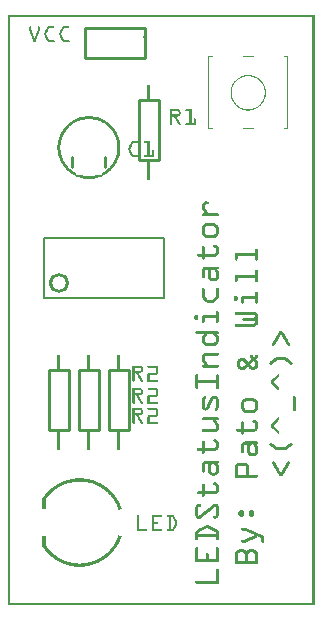
<source format=gto>
G04 MADE WITH FRITZING*
G04 WWW.FRITZING.ORG*
G04 DOUBLE SIDED*
G04 HOLES PLATED*
G04 CONTOUR ON CENTER OF CONTOUR VECTOR*
%ASAXBY*%
%FSLAX23Y23*%
%MOIN*%
%OFA0B0*%
%SFA1.0B1.0*%
%ADD10C,0.066567X0.046567*%
%ADD11C,0.010000*%
%ADD12C,0.008000*%
%ADD13R,0.001000X0.001000*%
%LNSILK1*%
G90*
G70*
G54D10*
X171Y1076D03*
G54D11*
X438Y1485D02*
X438Y1685D01*
D02*
X438Y1685D02*
X504Y1685D01*
D02*
X504Y1685D02*
X504Y1485D01*
D02*
X504Y1485D02*
X438Y1485D01*
D02*
X338Y585D02*
X338Y785D01*
D02*
X338Y785D02*
X404Y785D01*
D02*
X404Y785D02*
X404Y585D01*
D02*
X404Y585D02*
X338Y585D01*
D02*
X138Y585D02*
X138Y785D01*
D02*
X138Y785D02*
X204Y785D01*
D02*
X204Y785D02*
X204Y585D01*
D02*
X204Y585D02*
X138Y585D01*
D02*
X238Y585D02*
X238Y785D01*
D02*
X238Y785D02*
X304Y785D01*
D02*
X304Y785D02*
X304Y585D01*
D02*
X304Y585D02*
X238Y585D01*
G54D12*
D02*
X121Y1226D02*
X521Y1226D01*
D02*
X121Y1226D02*
X121Y1066D01*
D02*
X521Y1226D02*
X521Y1026D01*
D02*
X121Y1026D02*
X521Y1026D01*
D02*
X121Y1026D02*
X121Y1066D01*
D02*
X121Y1066D02*
X121Y1086D01*
G54D11*
D02*
X457Y1926D02*
X257Y1926D01*
D02*
X257Y1926D02*
X257Y1826D01*
D02*
X257Y1826D02*
X457Y1826D01*
D02*
X457Y1826D02*
X457Y1926D01*
G54D13*
X0Y1969D02*
X1022Y1969D01*
X0Y1968D02*
X1022Y1968D01*
X0Y1967D02*
X1022Y1967D01*
X0Y1966D02*
X1022Y1966D01*
X0Y1965D02*
X1022Y1965D01*
X0Y1964D02*
X1022Y1964D01*
X0Y1963D02*
X1022Y1963D01*
X0Y1962D02*
X1022Y1962D01*
X0Y1961D02*
X7Y1961D01*
X1015Y1961D02*
X1022Y1961D01*
X0Y1960D02*
X7Y1960D01*
X1015Y1960D02*
X1022Y1960D01*
X0Y1959D02*
X7Y1959D01*
X1015Y1959D02*
X1022Y1959D01*
X0Y1958D02*
X7Y1958D01*
X1015Y1958D02*
X1022Y1958D01*
X0Y1957D02*
X7Y1957D01*
X1015Y1957D02*
X1022Y1957D01*
X0Y1956D02*
X7Y1956D01*
X1015Y1956D02*
X1022Y1956D01*
X0Y1955D02*
X7Y1955D01*
X1015Y1955D02*
X1022Y1955D01*
X0Y1954D02*
X7Y1954D01*
X1015Y1954D02*
X1022Y1954D01*
X0Y1953D02*
X7Y1953D01*
X1015Y1953D02*
X1022Y1953D01*
X0Y1952D02*
X7Y1952D01*
X1015Y1952D02*
X1022Y1952D01*
X0Y1951D02*
X7Y1951D01*
X1015Y1951D02*
X1022Y1951D01*
X0Y1950D02*
X7Y1950D01*
X1015Y1950D02*
X1022Y1950D01*
X0Y1949D02*
X7Y1949D01*
X1015Y1949D02*
X1022Y1949D01*
X0Y1948D02*
X7Y1948D01*
X1015Y1948D02*
X1022Y1948D01*
X0Y1947D02*
X7Y1947D01*
X1015Y1947D02*
X1022Y1947D01*
X0Y1946D02*
X7Y1946D01*
X1015Y1946D02*
X1022Y1946D01*
X0Y1945D02*
X7Y1945D01*
X1015Y1945D02*
X1022Y1945D01*
X0Y1944D02*
X7Y1944D01*
X1015Y1944D02*
X1022Y1944D01*
X0Y1943D02*
X7Y1943D01*
X1015Y1943D02*
X1022Y1943D01*
X0Y1942D02*
X7Y1942D01*
X1015Y1942D02*
X1022Y1942D01*
X0Y1941D02*
X7Y1941D01*
X1015Y1941D02*
X1022Y1941D01*
X0Y1940D02*
X7Y1940D01*
X1015Y1940D02*
X1022Y1940D01*
X0Y1939D02*
X7Y1939D01*
X1015Y1939D02*
X1022Y1939D01*
X0Y1938D02*
X7Y1938D01*
X1015Y1938D02*
X1022Y1938D01*
X0Y1937D02*
X7Y1937D01*
X1015Y1937D02*
X1022Y1937D01*
X0Y1936D02*
X7Y1936D01*
X1015Y1936D02*
X1022Y1936D01*
X0Y1935D02*
X7Y1935D01*
X1015Y1935D02*
X1022Y1935D01*
X0Y1934D02*
X7Y1934D01*
X1015Y1934D02*
X1022Y1934D01*
X0Y1933D02*
X7Y1933D01*
X1015Y1933D02*
X1022Y1933D01*
X0Y1932D02*
X7Y1932D01*
X74Y1932D02*
X76Y1932D01*
X102Y1932D02*
X104Y1932D01*
X138Y1932D02*
X154Y1932D01*
X188Y1932D02*
X204Y1932D01*
X1015Y1932D02*
X1022Y1932D01*
X0Y1931D02*
X7Y1931D01*
X73Y1931D02*
X77Y1931D01*
X101Y1931D02*
X105Y1931D01*
X135Y1931D02*
X155Y1931D01*
X185Y1931D02*
X205Y1931D01*
X1015Y1931D02*
X1022Y1931D01*
X0Y1930D02*
X7Y1930D01*
X72Y1930D02*
X78Y1930D01*
X100Y1930D02*
X106Y1930D01*
X134Y1930D02*
X156Y1930D01*
X184Y1930D02*
X206Y1930D01*
X1015Y1930D02*
X1022Y1930D01*
X0Y1929D02*
X7Y1929D01*
X72Y1929D02*
X78Y1929D01*
X100Y1929D02*
X106Y1929D01*
X132Y1929D02*
X156Y1929D01*
X182Y1929D02*
X206Y1929D01*
X1015Y1929D02*
X1022Y1929D01*
X0Y1928D02*
X7Y1928D01*
X72Y1928D02*
X78Y1928D01*
X100Y1928D02*
X106Y1928D01*
X132Y1928D02*
X156Y1928D01*
X182Y1928D02*
X206Y1928D01*
X423Y1928D02*
X424Y1928D01*
X1015Y1928D02*
X1022Y1928D01*
X0Y1927D02*
X7Y1927D01*
X72Y1927D02*
X78Y1927D01*
X100Y1927D02*
X106Y1927D01*
X131Y1927D02*
X155Y1927D01*
X181Y1927D02*
X205Y1927D01*
X422Y1927D02*
X425Y1927D01*
X1015Y1927D02*
X1022Y1927D01*
X0Y1926D02*
X7Y1926D01*
X72Y1926D02*
X78Y1926D01*
X100Y1926D02*
X106Y1926D01*
X131Y1926D02*
X154Y1926D01*
X181Y1926D02*
X204Y1926D01*
X421Y1926D02*
X426Y1926D01*
X1015Y1926D02*
X1022Y1926D01*
X0Y1925D02*
X7Y1925D01*
X72Y1925D02*
X78Y1925D01*
X100Y1925D02*
X106Y1925D01*
X130Y1925D02*
X138Y1925D01*
X180Y1925D02*
X188Y1925D01*
X421Y1925D02*
X427Y1925D01*
X1015Y1925D02*
X1022Y1925D01*
X0Y1924D02*
X7Y1924D01*
X72Y1924D02*
X78Y1924D01*
X100Y1924D02*
X106Y1924D01*
X130Y1924D02*
X137Y1924D01*
X180Y1924D02*
X187Y1924D01*
X422Y1924D02*
X428Y1924D01*
X1015Y1924D02*
X1022Y1924D01*
X0Y1923D02*
X7Y1923D01*
X72Y1923D02*
X78Y1923D01*
X100Y1923D02*
X106Y1923D01*
X129Y1923D02*
X136Y1923D01*
X179Y1923D02*
X186Y1923D01*
X423Y1923D02*
X429Y1923D01*
X1015Y1923D02*
X1022Y1923D01*
X0Y1922D02*
X7Y1922D01*
X72Y1922D02*
X78Y1922D01*
X100Y1922D02*
X106Y1922D01*
X129Y1922D02*
X136Y1922D01*
X179Y1922D02*
X186Y1922D01*
X424Y1922D02*
X430Y1922D01*
X1015Y1922D02*
X1022Y1922D01*
X0Y1921D02*
X7Y1921D01*
X72Y1921D02*
X78Y1921D01*
X100Y1921D02*
X106Y1921D01*
X128Y1921D02*
X135Y1921D01*
X178Y1921D02*
X185Y1921D01*
X425Y1921D02*
X431Y1921D01*
X1015Y1921D02*
X1022Y1921D01*
X0Y1920D02*
X7Y1920D01*
X72Y1920D02*
X78Y1920D01*
X100Y1920D02*
X106Y1920D01*
X128Y1920D02*
X135Y1920D01*
X178Y1920D02*
X185Y1920D01*
X1015Y1920D02*
X1022Y1920D01*
X0Y1919D02*
X7Y1919D01*
X72Y1919D02*
X78Y1919D01*
X100Y1919D02*
X106Y1919D01*
X127Y1919D02*
X134Y1919D01*
X177Y1919D02*
X184Y1919D01*
X1015Y1919D02*
X1022Y1919D01*
X0Y1918D02*
X7Y1918D01*
X72Y1918D02*
X78Y1918D01*
X100Y1918D02*
X106Y1918D01*
X127Y1918D02*
X134Y1918D01*
X177Y1918D02*
X184Y1918D01*
X1015Y1918D02*
X1022Y1918D01*
X0Y1917D02*
X7Y1917D01*
X72Y1917D02*
X79Y1917D01*
X100Y1917D02*
X106Y1917D01*
X126Y1917D02*
X133Y1917D01*
X176Y1917D02*
X183Y1917D01*
X1015Y1917D02*
X1022Y1917D01*
X0Y1916D02*
X7Y1916D01*
X72Y1916D02*
X79Y1916D01*
X99Y1916D02*
X106Y1916D01*
X126Y1916D02*
X133Y1916D01*
X176Y1916D02*
X182Y1916D01*
X1015Y1916D02*
X1022Y1916D01*
X0Y1915D02*
X7Y1915D01*
X73Y1915D02*
X79Y1915D01*
X99Y1915D02*
X105Y1915D01*
X125Y1915D02*
X132Y1915D01*
X175Y1915D02*
X182Y1915D01*
X1015Y1915D02*
X1022Y1915D01*
X0Y1914D02*
X7Y1914D01*
X73Y1914D02*
X80Y1914D01*
X98Y1914D02*
X105Y1914D01*
X125Y1914D02*
X132Y1914D01*
X175Y1914D02*
X181Y1914D01*
X1015Y1914D02*
X1022Y1914D01*
X0Y1913D02*
X7Y1913D01*
X74Y1913D02*
X80Y1913D01*
X98Y1913D02*
X104Y1913D01*
X124Y1913D02*
X131Y1913D01*
X174Y1913D02*
X181Y1913D01*
X1015Y1913D02*
X1022Y1913D01*
X0Y1912D02*
X7Y1912D01*
X74Y1912D02*
X80Y1912D01*
X98Y1912D02*
X104Y1912D01*
X124Y1912D02*
X130Y1912D01*
X174Y1912D02*
X180Y1912D01*
X1015Y1912D02*
X1022Y1912D01*
X0Y1911D02*
X7Y1911D01*
X74Y1911D02*
X81Y1911D01*
X97Y1911D02*
X104Y1911D01*
X123Y1911D02*
X130Y1911D01*
X173Y1911D02*
X180Y1911D01*
X1015Y1911D02*
X1022Y1911D01*
X0Y1910D02*
X7Y1910D01*
X75Y1910D02*
X81Y1910D01*
X97Y1910D02*
X103Y1910D01*
X123Y1910D02*
X129Y1910D01*
X173Y1910D02*
X179Y1910D01*
X1015Y1910D02*
X1022Y1910D01*
X0Y1909D02*
X7Y1909D01*
X75Y1909D02*
X82Y1909D01*
X96Y1909D02*
X103Y1909D01*
X123Y1909D02*
X129Y1909D01*
X173Y1909D02*
X179Y1909D01*
X1015Y1909D02*
X1022Y1909D01*
X0Y1908D02*
X7Y1908D01*
X75Y1908D02*
X82Y1908D01*
X96Y1908D02*
X103Y1908D01*
X122Y1908D02*
X129Y1908D01*
X172Y1908D02*
X179Y1908D01*
X1015Y1908D02*
X1022Y1908D01*
X0Y1907D02*
X7Y1907D01*
X76Y1907D02*
X82Y1907D01*
X96Y1907D02*
X102Y1907D01*
X122Y1907D02*
X128Y1907D01*
X172Y1907D02*
X178Y1907D01*
X1015Y1907D02*
X1022Y1907D01*
X0Y1906D02*
X7Y1906D01*
X76Y1906D02*
X83Y1906D01*
X95Y1906D02*
X102Y1906D01*
X122Y1906D02*
X128Y1906D01*
X172Y1906D02*
X178Y1906D01*
X1015Y1906D02*
X1022Y1906D01*
X0Y1905D02*
X7Y1905D01*
X77Y1905D02*
X83Y1905D01*
X95Y1905D02*
X101Y1905D01*
X122Y1905D02*
X128Y1905D01*
X172Y1905D02*
X178Y1905D01*
X1015Y1905D02*
X1022Y1905D01*
X0Y1904D02*
X7Y1904D01*
X77Y1904D02*
X84Y1904D01*
X94Y1904D02*
X101Y1904D01*
X122Y1904D02*
X128Y1904D01*
X172Y1904D02*
X178Y1904D01*
X1015Y1904D02*
X1022Y1904D01*
X0Y1903D02*
X7Y1903D01*
X77Y1903D02*
X84Y1903D01*
X94Y1903D02*
X101Y1903D01*
X122Y1903D02*
X128Y1903D01*
X172Y1903D02*
X178Y1903D01*
X1015Y1903D02*
X1022Y1903D01*
X0Y1902D02*
X7Y1902D01*
X78Y1902D02*
X84Y1902D01*
X94Y1902D02*
X100Y1902D01*
X123Y1902D02*
X129Y1902D01*
X173Y1902D02*
X179Y1902D01*
X1015Y1902D02*
X1022Y1902D01*
X0Y1901D02*
X7Y1901D01*
X78Y1901D02*
X85Y1901D01*
X93Y1901D02*
X100Y1901D01*
X123Y1901D02*
X129Y1901D01*
X173Y1901D02*
X179Y1901D01*
X451Y1901D02*
X451Y1901D01*
X1015Y1901D02*
X1022Y1901D01*
X0Y1900D02*
X7Y1900D01*
X79Y1900D02*
X85Y1900D01*
X93Y1900D02*
X99Y1900D01*
X123Y1900D02*
X130Y1900D01*
X173Y1900D02*
X180Y1900D01*
X451Y1900D02*
X452Y1900D01*
X1015Y1900D02*
X1022Y1900D01*
X0Y1899D02*
X7Y1899D01*
X79Y1899D02*
X86Y1899D01*
X92Y1899D02*
X99Y1899D01*
X123Y1899D02*
X130Y1899D01*
X173Y1899D02*
X180Y1899D01*
X451Y1899D02*
X453Y1899D01*
X1015Y1899D02*
X1022Y1899D01*
X0Y1898D02*
X7Y1898D01*
X79Y1898D02*
X86Y1898D01*
X92Y1898D02*
X99Y1898D01*
X124Y1898D02*
X131Y1898D01*
X174Y1898D02*
X181Y1898D01*
X451Y1898D02*
X454Y1898D01*
X1015Y1898D02*
X1022Y1898D01*
X0Y1897D02*
X7Y1897D01*
X80Y1897D02*
X86Y1897D01*
X92Y1897D02*
X98Y1897D01*
X124Y1897D02*
X131Y1897D01*
X174Y1897D02*
X181Y1897D01*
X451Y1897D02*
X455Y1897D01*
X1015Y1897D02*
X1022Y1897D01*
X0Y1896D02*
X7Y1896D01*
X80Y1896D02*
X87Y1896D01*
X91Y1896D02*
X98Y1896D01*
X125Y1896D02*
X132Y1896D01*
X175Y1896D02*
X182Y1896D01*
X451Y1896D02*
X456Y1896D01*
X1015Y1896D02*
X1022Y1896D01*
X0Y1895D02*
X7Y1895D01*
X81Y1895D02*
X87Y1895D01*
X91Y1895D02*
X97Y1895D01*
X125Y1895D02*
X132Y1895D01*
X175Y1895D02*
X182Y1895D01*
X451Y1895D02*
X457Y1895D01*
X1015Y1895D02*
X1022Y1895D01*
X0Y1894D02*
X7Y1894D01*
X81Y1894D02*
X88Y1894D01*
X91Y1894D02*
X97Y1894D01*
X126Y1894D02*
X133Y1894D01*
X176Y1894D02*
X183Y1894D01*
X452Y1894D02*
X458Y1894D01*
X1015Y1894D02*
X1022Y1894D01*
X0Y1893D02*
X7Y1893D01*
X81Y1893D02*
X88Y1893D01*
X90Y1893D02*
X97Y1893D01*
X126Y1893D02*
X133Y1893D01*
X176Y1893D02*
X183Y1893D01*
X453Y1893D02*
X457Y1893D01*
X1015Y1893D02*
X1022Y1893D01*
X0Y1892D02*
X7Y1892D01*
X82Y1892D02*
X96Y1892D01*
X127Y1892D02*
X134Y1892D01*
X177Y1892D02*
X184Y1892D01*
X454Y1892D02*
X456Y1892D01*
X1015Y1892D02*
X1022Y1892D01*
X0Y1891D02*
X7Y1891D01*
X82Y1891D02*
X96Y1891D01*
X127Y1891D02*
X134Y1891D01*
X177Y1891D02*
X184Y1891D01*
X455Y1891D02*
X455Y1891D01*
X1015Y1891D02*
X1022Y1891D01*
X0Y1890D02*
X7Y1890D01*
X82Y1890D02*
X96Y1890D01*
X128Y1890D02*
X135Y1890D01*
X178Y1890D02*
X185Y1890D01*
X1015Y1890D02*
X1022Y1890D01*
X0Y1889D02*
X7Y1889D01*
X83Y1889D02*
X95Y1889D01*
X128Y1889D02*
X135Y1889D01*
X178Y1889D02*
X185Y1889D01*
X1015Y1889D02*
X1022Y1889D01*
X0Y1888D02*
X7Y1888D01*
X83Y1888D02*
X95Y1888D01*
X129Y1888D02*
X136Y1888D01*
X179Y1888D02*
X186Y1888D01*
X1015Y1888D02*
X1022Y1888D01*
X0Y1887D02*
X7Y1887D01*
X84Y1887D02*
X94Y1887D01*
X129Y1887D02*
X136Y1887D01*
X179Y1887D02*
X186Y1887D01*
X1015Y1887D02*
X1022Y1887D01*
X0Y1886D02*
X7Y1886D01*
X84Y1886D02*
X94Y1886D01*
X130Y1886D02*
X137Y1886D01*
X180Y1886D02*
X187Y1886D01*
X1015Y1886D02*
X1022Y1886D01*
X0Y1885D02*
X7Y1885D01*
X84Y1885D02*
X94Y1885D01*
X130Y1885D02*
X153Y1885D01*
X180Y1885D02*
X203Y1885D01*
X1015Y1885D02*
X1022Y1885D01*
X0Y1884D02*
X7Y1884D01*
X85Y1884D02*
X93Y1884D01*
X131Y1884D02*
X155Y1884D01*
X181Y1884D02*
X205Y1884D01*
X1015Y1884D02*
X1022Y1884D01*
X0Y1883D02*
X7Y1883D01*
X85Y1883D02*
X93Y1883D01*
X132Y1883D02*
X156Y1883D01*
X182Y1883D02*
X205Y1883D01*
X1015Y1883D02*
X1022Y1883D01*
X0Y1882D02*
X7Y1882D01*
X86Y1882D02*
X92Y1882D01*
X132Y1882D02*
X156Y1882D01*
X182Y1882D02*
X206Y1882D01*
X1015Y1882D02*
X1022Y1882D01*
X0Y1881D02*
X7Y1881D01*
X86Y1881D02*
X92Y1881D01*
X133Y1881D02*
X156Y1881D01*
X183Y1881D02*
X206Y1881D01*
X1015Y1881D02*
X1022Y1881D01*
X0Y1880D02*
X7Y1880D01*
X86Y1880D02*
X92Y1880D01*
X135Y1880D02*
X155Y1880D01*
X184Y1880D02*
X205Y1880D01*
X1015Y1880D02*
X1022Y1880D01*
X0Y1879D02*
X7Y1879D01*
X87Y1879D02*
X91Y1879D01*
X136Y1879D02*
X154Y1879D01*
X186Y1879D02*
X204Y1879D01*
X1015Y1879D02*
X1022Y1879D01*
X0Y1878D02*
X7Y1878D01*
X1015Y1878D02*
X1022Y1878D01*
X0Y1877D02*
X7Y1877D01*
X1015Y1877D02*
X1022Y1877D01*
X0Y1876D02*
X7Y1876D01*
X1015Y1876D02*
X1022Y1876D01*
X0Y1875D02*
X7Y1875D01*
X1015Y1875D02*
X1022Y1875D01*
X0Y1874D02*
X7Y1874D01*
X1015Y1874D02*
X1022Y1874D01*
X0Y1873D02*
X7Y1873D01*
X1015Y1873D02*
X1022Y1873D01*
X0Y1872D02*
X7Y1872D01*
X1015Y1872D02*
X1022Y1872D01*
X0Y1871D02*
X7Y1871D01*
X1015Y1871D02*
X1022Y1871D01*
X0Y1870D02*
X7Y1870D01*
X1015Y1870D02*
X1022Y1870D01*
X0Y1869D02*
X7Y1869D01*
X1015Y1869D02*
X1022Y1869D01*
X0Y1868D02*
X7Y1868D01*
X1015Y1868D02*
X1022Y1868D01*
X0Y1867D02*
X7Y1867D01*
X1015Y1867D02*
X1022Y1867D01*
X0Y1866D02*
X7Y1866D01*
X1015Y1866D02*
X1022Y1866D01*
X0Y1865D02*
X7Y1865D01*
X1015Y1865D02*
X1022Y1865D01*
X0Y1864D02*
X7Y1864D01*
X1015Y1864D02*
X1022Y1864D01*
X0Y1863D02*
X7Y1863D01*
X1015Y1863D02*
X1022Y1863D01*
X0Y1862D02*
X7Y1862D01*
X1015Y1862D02*
X1022Y1862D01*
X0Y1861D02*
X7Y1861D01*
X1015Y1861D02*
X1022Y1861D01*
X0Y1860D02*
X7Y1860D01*
X1015Y1860D02*
X1022Y1860D01*
X0Y1859D02*
X7Y1859D01*
X1015Y1859D02*
X1022Y1859D01*
X0Y1858D02*
X7Y1858D01*
X1015Y1858D02*
X1022Y1858D01*
X0Y1857D02*
X7Y1857D01*
X1015Y1857D02*
X1022Y1857D01*
X0Y1856D02*
X7Y1856D01*
X1015Y1856D02*
X1022Y1856D01*
X0Y1855D02*
X7Y1855D01*
X1015Y1855D02*
X1022Y1855D01*
X0Y1854D02*
X7Y1854D01*
X1015Y1854D02*
X1022Y1854D01*
X0Y1853D02*
X7Y1853D01*
X1015Y1853D02*
X1022Y1853D01*
X0Y1852D02*
X7Y1852D01*
X1015Y1852D02*
X1022Y1852D01*
X0Y1851D02*
X7Y1851D01*
X1015Y1851D02*
X1022Y1851D01*
X0Y1850D02*
X7Y1850D01*
X1015Y1850D02*
X1022Y1850D01*
X0Y1849D02*
X7Y1849D01*
X1015Y1849D02*
X1022Y1849D01*
X0Y1848D02*
X7Y1848D01*
X1015Y1848D02*
X1022Y1848D01*
X0Y1847D02*
X7Y1847D01*
X1015Y1847D02*
X1022Y1847D01*
X0Y1846D02*
X7Y1846D01*
X1015Y1846D02*
X1022Y1846D01*
X0Y1845D02*
X7Y1845D01*
X1015Y1845D02*
X1022Y1845D01*
X0Y1844D02*
X7Y1844D01*
X1015Y1844D02*
X1022Y1844D01*
X0Y1843D02*
X7Y1843D01*
X1015Y1843D02*
X1022Y1843D01*
X0Y1842D02*
X7Y1842D01*
X1015Y1842D02*
X1022Y1842D01*
X0Y1841D02*
X7Y1841D01*
X1015Y1841D02*
X1022Y1841D01*
X0Y1840D02*
X7Y1840D01*
X1015Y1840D02*
X1022Y1840D01*
X0Y1839D02*
X7Y1839D01*
X1015Y1839D02*
X1022Y1839D01*
X0Y1838D02*
X7Y1838D01*
X1015Y1838D02*
X1022Y1838D01*
X0Y1837D02*
X7Y1837D01*
X1015Y1837D02*
X1022Y1837D01*
X0Y1836D02*
X7Y1836D01*
X1015Y1836D02*
X1022Y1836D01*
X0Y1835D02*
X7Y1835D01*
X1015Y1835D02*
X1022Y1835D01*
X0Y1834D02*
X7Y1834D01*
X1015Y1834D02*
X1022Y1834D01*
X0Y1833D02*
X7Y1833D01*
X1015Y1833D02*
X1022Y1833D01*
X0Y1832D02*
X7Y1832D01*
X1015Y1832D02*
X1022Y1832D01*
X0Y1831D02*
X7Y1831D01*
X669Y1831D02*
X682Y1831D01*
X783Y1831D02*
X820Y1831D01*
X920Y1831D02*
X934Y1831D01*
X1015Y1831D02*
X1022Y1831D01*
X0Y1830D02*
X7Y1830D01*
X668Y1830D02*
X683Y1830D01*
X782Y1830D02*
X820Y1830D01*
X920Y1830D02*
X935Y1830D01*
X1015Y1830D02*
X1022Y1830D01*
X0Y1829D02*
X7Y1829D01*
X668Y1829D02*
X683Y1829D01*
X782Y1829D02*
X820Y1829D01*
X920Y1829D02*
X935Y1829D01*
X1015Y1829D02*
X1022Y1829D01*
X0Y1828D02*
X7Y1828D01*
X668Y1828D02*
X682Y1828D01*
X783Y1828D02*
X819Y1828D01*
X921Y1828D02*
X935Y1828D01*
X1015Y1828D02*
X1022Y1828D01*
X0Y1827D02*
X7Y1827D01*
X668Y1827D02*
X671Y1827D01*
X932Y1827D02*
X935Y1827D01*
X1015Y1827D02*
X1022Y1827D01*
X0Y1826D02*
X7Y1826D01*
X668Y1826D02*
X671Y1826D01*
X932Y1826D02*
X935Y1826D01*
X1015Y1826D02*
X1022Y1826D01*
X0Y1825D02*
X7Y1825D01*
X668Y1825D02*
X671Y1825D01*
X932Y1825D02*
X935Y1825D01*
X1015Y1825D02*
X1022Y1825D01*
X0Y1824D02*
X7Y1824D01*
X668Y1824D02*
X671Y1824D01*
X932Y1824D02*
X935Y1824D01*
X1015Y1824D02*
X1022Y1824D01*
X0Y1823D02*
X7Y1823D01*
X668Y1823D02*
X671Y1823D01*
X932Y1823D02*
X935Y1823D01*
X1015Y1823D02*
X1022Y1823D01*
X0Y1822D02*
X7Y1822D01*
X668Y1822D02*
X671Y1822D01*
X932Y1822D02*
X935Y1822D01*
X1015Y1822D02*
X1022Y1822D01*
X0Y1821D02*
X7Y1821D01*
X668Y1821D02*
X671Y1821D01*
X932Y1821D02*
X935Y1821D01*
X1015Y1821D02*
X1022Y1821D01*
X0Y1820D02*
X7Y1820D01*
X668Y1820D02*
X671Y1820D01*
X932Y1820D02*
X935Y1820D01*
X1015Y1820D02*
X1022Y1820D01*
X0Y1819D02*
X7Y1819D01*
X668Y1819D02*
X671Y1819D01*
X932Y1819D02*
X935Y1819D01*
X1015Y1819D02*
X1022Y1819D01*
X0Y1818D02*
X7Y1818D01*
X668Y1818D02*
X671Y1818D01*
X932Y1818D02*
X935Y1818D01*
X1015Y1818D02*
X1022Y1818D01*
X0Y1817D02*
X7Y1817D01*
X668Y1817D02*
X671Y1817D01*
X932Y1817D02*
X935Y1817D01*
X1015Y1817D02*
X1022Y1817D01*
X0Y1816D02*
X7Y1816D01*
X668Y1816D02*
X671Y1816D01*
X932Y1816D02*
X935Y1816D01*
X1015Y1816D02*
X1022Y1816D01*
X0Y1815D02*
X7Y1815D01*
X668Y1815D02*
X671Y1815D01*
X932Y1815D02*
X935Y1815D01*
X1015Y1815D02*
X1022Y1815D01*
X0Y1814D02*
X7Y1814D01*
X668Y1814D02*
X671Y1814D01*
X932Y1814D02*
X935Y1814D01*
X1015Y1814D02*
X1022Y1814D01*
X0Y1813D02*
X7Y1813D01*
X668Y1813D02*
X671Y1813D01*
X932Y1813D02*
X935Y1813D01*
X1015Y1813D02*
X1022Y1813D01*
X0Y1812D02*
X7Y1812D01*
X668Y1812D02*
X671Y1812D01*
X932Y1812D02*
X935Y1812D01*
X1015Y1812D02*
X1022Y1812D01*
X0Y1811D02*
X7Y1811D01*
X668Y1811D02*
X671Y1811D01*
X932Y1811D02*
X935Y1811D01*
X1015Y1811D02*
X1022Y1811D01*
X0Y1810D02*
X7Y1810D01*
X668Y1810D02*
X671Y1810D01*
X932Y1810D02*
X935Y1810D01*
X1015Y1810D02*
X1022Y1810D01*
X0Y1809D02*
X7Y1809D01*
X668Y1809D02*
X671Y1809D01*
X932Y1809D02*
X935Y1809D01*
X1015Y1809D02*
X1022Y1809D01*
X0Y1808D02*
X7Y1808D01*
X668Y1808D02*
X671Y1808D01*
X932Y1808D02*
X935Y1808D01*
X1015Y1808D02*
X1022Y1808D01*
X0Y1807D02*
X7Y1807D01*
X668Y1807D02*
X671Y1807D01*
X932Y1807D02*
X935Y1807D01*
X1015Y1807D02*
X1022Y1807D01*
X0Y1806D02*
X7Y1806D01*
X668Y1806D02*
X671Y1806D01*
X932Y1806D02*
X935Y1806D01*
X1015Y1806D02*
X1022Y1806D01*
X0Y1805D02*
X7Y1805D01*
X668Y1805D02*
X671Y1805D01*
X932Y1805D02*
X935Y1805D01*
X1015Y1805D02*
X1022Y1805D01*
X0Y1804D02*
X7Y1804D01*
X668Y1804D02*
X671Y1804D01*
X932Y1804D02*
X935Y1804D01*
X1015Y1804D02*
X1022Y1804D01*
X0Y1803D02*
X7Y1803D01*
X668Y1803D02*
X671Y1803D01*
X932Y1803D02*
X935Y1803D01*
X1015Y1803D02*
X1022Y1803D01*
X0Y1802D02*
X7Y1802D01*
X668Y1802D02*
X671Y1802D01*
X932Y1802D02*
X935Y1802D01*
X1015Y1802D02*
X1022Y1802D01*
X0Y1801D02*
X7Y1801D01*
X668Y1801D02*
X671Y1801D01*
X932Y1801D02*
X935Y1801D01*
X1015Y1801D02*
X1022Y1801D01*
X0Y1800D02*
X7Y1800D01*
X668Y1800D02*
X671Y1800D01*
X932Y1800D02*
X935Y1800D01*
X1015Y1800D02*
X1022Y1800D01*
X0Y1799D02*
X7Y1799D01*
X668Y1799D02*
X671Y1799D01*
X932Y1799D02*
X935Y1799D01*
X1015Y1799D02*
X1022Y1799D01*
X0Y1798D02*
X7Y1798D01*
X668Y1798D02*
X671Y1798D01*
X932Y1798D02*
X935Y1798D01*
X1015Y1798D02*
X1022Y1798D01*
X0Y1797D02*
X7Y1797D01*
X668Y1797D02*
X671Y1797D01*
X932Y1797D02*
X935Y1797D01*
X1015Y1797D02*
X1022Y1797D01*
X0Y1796D02*
X7Y1796D01*
X668Y1796D02*
X671Y1796D01*
X932Y1796D02*
X935Y1796D01*
X1015Y1796D02*
X1022Y1796D01*
X0Y1795D02*
X7Y1795D01*
X668Y1795D02*
X671Y1795D01*
X932Y1795D02*
X935Y1795D01*
X1015Y1795D02*
X1022Y1795D01*
X0Y1794D02*
X7Y1794D01*
X668Y1794D02*
X671Y1794D01*
X932Y1794D02*
X935Y1794D01*
X1015Y1794D02*
X1022Y1794D01*
X0Y1793D02*
X7Y1793D01*
X668Y1793D02*
X671Y1793D01*
X932Y1793D02*
X935Y1793D01*
X1015Y1793D02*
X1022Y1793D01*
X0Y1792D02*
X7Y1792D01*
X668Y1792D02*
X671Y1792D01*
X932Y1792D02*
X935Y1792D01*
X1015Y1792D02*
X1022Y1792D01*
X0Y1791D02*
X7Y1791D01*
X668Y1791D02*
X671Y1791D01*
X932Y1791D02*
X935Y1791D01*
X1015Y1791D02*
X1022Y1791D01*
X0Y1790D02*
X7Y1790D01*
X668Y1790D02*
X671Y1790D01*
X932Y1790D02*
X935Y1790D01*
X1015Y1790D02*
X1022Y1790D01*
X0Y1789D02*
X7Y1789D01*
X668Y1789D02*
X671Y1789D01*
X932Y1789D02*
X935Y1789D01*
X1015Y1789D02*
X1022Y1789D01*
X0Y1788D02*
X7Y1788D01*
X668Y1788D02*
X671Y1788D01*
X932Y1788D02*
X935Y1788D01*
X1015Y1788D02*
X1022Y1788D01*
X0Y1787D02*
X7Y1787D01*
X668Y1787D02*
X671Y1787D01*
X932Y1787D02*
X935Y1787D01*
X1015Y1787D02*
X1022Y1787D01*
X0Y1786D02*
X7Y1786D01*
X668Y1786D02*
X671Y1786D01*
X932Y1786D02*
X935Y1786D01*
X1015Y1786D02*
X1022Y1786D01*
X0Y1785D02*
X7Y1785D01*
X668Y1785D02*
X671Y1785D01*
X932Y1785D02*
X935Y1785D01*
X1015Y1785D02*
X1022Y1785D01*
X0Y1784D02*
X7Y1784D01*
X668Y1784D02*
X671Y1784D01*
X932Y1784D02*
X935Y1784D01*
X1015Y1784D02*
X1022Y1784D01*
X0Y1783D02*
X7Y1783D01*
X668Y1783D02*
X671Y1783D01*
X932Y1783D02*
X935Y1783D01*
X1015Y1783D02*
X1022Y1783D01*
X0Y1782D02*
X7Y1782D01*
X668Y1782D02*
X671Y1782D01*
X932Y1782D02*
X935Y1782D01*
X1015Y1782D02*
X1022Y1782D01*
X0Y1781D02*
X7Y1781D01*
X668Y1781D02*
X671Y1781D01*
X932Y1781D02*
X935Y1781D01*
X1015Y1781D02*
X1022Y1781D01*
X0Y1780D02*
X7Y1780D01*
X668Y1780D02*
X671Y1780D01*
X932Y1780D02*
X935Y1780D01*
X1015Y1780D02*
X1022Y1780D01*
X0Y1779D02*
X7Y1779D01*
X668Y1779D02*
X671Y1779D01*
X932Y1779D02*
X935Y1779D01*
X1015Y1779D02*
X1022Y1779D01*
X0Y1778D02*
X7Y1778D01*
X668Y1778D02*
X671Y1778D01*
X932Y1778D02*
X935Y1778D01*
X1015Y1778D02*
X1022Y1778D01*
X0Y1777D02*
X7Y1777D01*
X668Y1777D02*
X671Y1777D01*
X932Y1777D02*
X935Y1777D01*
X1015Y1777D02*
X1022Y1777D01*
X0Y1776D02*
X7Y1776D01*
X668Y1776D02*
X671Y1776D01*
X932Y1776D02*
X935Y1776D01*
X1015Y1776D02*
X1022Y1776D01*
X0Y1775D02*
X7Y1775D01*
X668Y1775D02*
X671Y1775D01*
X932Y1775D02*
X935Y1775D01*
X1015Y1775D02*
X1022Y1775D01*
X0Y1774D02*
X7Y1774D01*
X668Y1774D02*
X671Y1774D01*
X932Y1774D02*
X935Y1774D01*
X1015Y1774D02*
X1022Y1774D01*
X0Y1773D02*
X7Y1773D01*
X668Y1773D02*
X671Y1773D01*
X932Y1773D02*
X935Y1773D01*
X1015Y1773D02*
X1022Y1773D01*
X0Y1772D02*
X7Y1772D01*
X668Y1772D02*
X671Y1772D01*
X932Y1772D02*
X935Y1772D01*
X1015Y1772D02*
X1022Y1772D01*
X0Y1771D02*
X7Y1771D01*
X668Y1771D02*
X671Y1771D01*
X932Y1771D02*
X935Y1771D01*
X1015Y1771D02*
X1022Y1771D01*
X0Y1770D02*
X7Y1770D01*
X668Y1770D02*
X671Y1770D01*
X932Y1770D02*
X935Y1770D01*
X1015Y1770D02*
X1022Y1770D01*
X0Y1769D02*
X7Y1769D01*
X668Y1769D02*
X671Y1769D01*
X932Y1769D02*
X935Y1769D01*
X1015Y1769D02*
X1022Y1769D01*
X0Y1768D02*
X7Y1768D01*
X668Y1768D02*
X671Y1768D01*
X793Y1768D02*
X810Y1768D01*
X932Y1768D02*
X935Y1768D01*
X1015Y1768D02*
X1022Y1768D01*
X0Y1767D02*
X7Y1767D01*
X668Y1767D02*
X671Y1767D01*
X788Y1767D02*
X815Y1767D01*
X932Y1767D02*
X935Y1767D01*
X1015Y1767D02*
X1022Y1767D01*
X0Y1766D02*
X7Y1766D01*
X668Y1766D02*
X671Y1766D01*
X784Y1766D02*
X818Y1766D01*
X932Y1766D02*
X935Y1766D01*
X1015Y1766D02*
X1022Y1766D01*
X0Y1765D02*
X7Y1765D01*
X668Y1765D02*
X671Y1765D01*
X781Y1765D02*
X821Y1765D01*
X932Y1765D02*
X935Y1765D01*
X1015Y1765D02*
X1022Y1765D01*
X0Y1764D02*
X7Y1764D01*
X668Y1764D02*
X671Y1764D01*
X779Y1764D02*
X791Y1764D01*
X811Y1764D02*
X824Y1764D01*
X932Y1764D02*
X935Y1764D01*
X1015Y1764D02*
X1022Y1764D01*
X0Y1763D02*
X7Y1763D01*
X668Y1763D02*
X671Y1763D01*
X777Y1763D02*
X787Y1763D01*
X816Y1763D02*
X826Y1763D01*
X932Y1763D02*
X935Y1763D01*
X1015Y1763D02*
X1022Y1763D01*
X0Y1762D02*
X7Y1762D01*
X668Y1762D02*
X671Y1762D01*
X775Y1762D02*
X783Y1762D01*
X819Y1762D02*
X828Y1762D01*
X932Y1762D02*
X935Y1762D01*
X1015Y1762D02*
X1022Y1762D01*
X0Y1761D02*
X7Y1761D01*
X668Y1761D02*
X671Y1761D01*
X773Y1761D02*
X781Y1761D01*
X822Y1761D02*
X830Y1761D01*
X932Y1761D02*
X935Y1761D01*
X1015Y1761D02*
X1022Y1761D01*
X0Y1760D02*
X7Y1760D01*
X668Y1760D02*
X671Y1760D01*
X771Y1760D02*
X778Y1760D01*
X824Y1760D02*
X832Y1760D01*
X932Y1760D02*
X935Y1760D01*
X1015Y1760D02*
X1022Y1760D01*
X0Y1759D02*
X7Y1759D01*
X668Y1759D02*
X671Y1759D01*
X769Y1759D02*
X776Y1759D01*
X827Y1759D02*
X833Y1759D01*
X932Y1759D02*
X935Y1759D01*
X1015Y1759D02*
X1022Y1759D01*
X0Y1758D02*
X7Y1758D01*
X668Y1758D02*
X671Y1758D01*
X768Y1758D02*
X774Y1758D01*
X828Y1758D02*
X835Y1758D01*
X932Y1758D02*
X935Y1758D01*
X1015Y1758D02*
X1022Y1758D01*
X0Y1757D02*
X7Y1757D01*
X668Y1757D02*
X671Y1757D01*
X767Y1757D02*
X772Y1757D01*
X830Y1757D02*
X836Y1757D01*
X932Y1757D02*
X935Y1757D01*
X1015Y1757D02*
X1022Y1757D01*
X0Y1756D02*
X7Y1756D01*
X668Y1756D02*
X671Y1756D01*
X765Y1756D02*
X771Y1756D01*
X832Y1756D02*
X837Y1756D01*
X932Y1756D02*
X935Y1756D01*
X1015Y1756D02*
X1022Y1756D01*
X0Y1755D02*
X7Y1755D01*
X668Y1755D02*
X671Y1755D01*
X764Y1755D02*
X769Y1755D01*
X833Y1755D02*
X839Y1755D01*
X932Y1755D02*
X935Y1755D01*
X1015Y1755D02*
X1022Y1755D01*
X0Y1754D02*
X7Y1754D01*
X668Y1754D02*
X671Y1754D01*
X763Y1754D02*
X768Y1754D01*
X835Y1754D02*
X840Y1754D01*
X932Y1754D02*
X935Y1754D01*
X1015Y1754D02*
X1022Y1754D01*
X0Y1753D02*
X7Y1753D01*
X668Y1753D02*
X671Y1753D01*
X762Y1753D02*
X767Y1753D01*
X836Y1753D02*
X841Y1753D01*
X932Y1753D02*
X935Y1753D01*
X1015Y1753D02*
X1022Y1753D01*
X0Y1752D02*
X7Y1752D01*
X668Y1752D02*
X671Y1752D01*
X761Y1752D02*
X765Y1752D01*
X837Y1752D02*
X842Y1752D01*
X932Y1752D02*
X935Y1752D01*
X1015Y1752D02*
X1022Y1752D01*
X0Y1751D02*
X7Y1751D01*
X668Y1751D02*
X671Y1751D01*
X760Y1751D02*
X764Y1751D01*
X838Y1751D02*
X843Y1751D01*
X932Y1751D02*
X935Y1751D01*
X1015Y1751D02*
X1022Y1751D01*
X0Y1750D02*
X7Y1750D01*
X668Y1750D02*
X671Y1750D01*
X759Y1750D02*
X763Y1750D01*
X839Y1750D02*
X844Y1750D01*
X932Y1750D02*
X935Y1750D01*
X1015Y1750D02*
X1022Y1750D01*
X0Y1749D02*
X7Y1749D01*
X668Y1749D02*
X671Y1749D01*
X758Y1749D02*
X762Y1749D01*
X841Y1749D02*
X845Y1749D01*
X932Y1749D02*
X935Y1749D01*
X1015Y1749D02*
X1022Y1749D01*
X0Y1748D02*
X7Y1748D01*
X668Y1748D02*
X671Y1748D01*
X757Y1748D02*
X761Y1748D01*
X842Y1748D02*
X846Y1748D01*
X932Y1748D02*
X935Y1748D01*
X1015Y1748D02*
X1022Y1748D01*
X0Y1747D02*
X7Y1747D01*
X668Y1747D02*
X671Y1747D01*
X756Y1747D02*
X760Y1747D01*
X842Y1747D02*
X847Y1747D01*
X932Y1747D02*
X935Y1747D01*
X1015Y1747D02*
X1022Y1747D01*
X0Y1746D02*
X7Y1746D01*
X668Y1746D02*
X671Y1746D01*
X755Y1746D02*
X759Y1746D01*
X843Y1746D02*
X847Y1746D01*
X932Y1746D02*
X935Y1746D01*
X1015Y1746D02*
X1022Y1746D01*
X0Y1745D02*
X7Y1745D01*
X668Y1745D02*
X671Y1745D01*
X754Y1745D02*
X758Y1745D01*
X844Y1745D02*
X848Y1745D01*
X932Y1745D02*
X935Y1745D01*
X1015Y1745D02*
X1022Y1745D01*
X0Y1744D02*
X7Y1744D01*
X668Y1744D02*
X671Y1744D01*
X754Y1744D02*
X758Y1744D01*
X845Y1744D02*
X849Y1744D01*
X932Y1744D02*
X935Y1744D01*
X1015Y1744D02*
X1022Y1744D01*
X0Y1743D02*
X7Y1743D01*
X668Y1743D02*
X671Y1743D01*
X753Y1743D02*
X757Y1743D01*
X846Y1743D02*
X850Y1743D01*
X932Y1743D02*
X935Y1743D01*
X1015Y1743D02*
X1022Y1743D01*
X0Y1742D02*
X7Y1742D01*
X668Y1742D02*
X671Y1742D01*
X752Y1742D02*
X756Y1742D01*
X847Y1742D02*
X850Y1742D01*
X932Y1742D02*
X935Y1742D01*
X1015Y1742D02*
X1022Y1742D01*
X0Y1741D02*
X7Y1741D01*
X668Y1741D02*
X671Y1741D01*
X752Y1741D02*
X755Y1741D01*
X847Y1741D02*
X851Y1741D01*
X932Y1741D02*
X935Y1741D01*
X1015Y1741D02*
X1022Y1741D01*
X0Y1740D02*
X7Y1740D01*
X668Y1740D02*
X671Y1740D01*
X751Y1740D02*
X755Y1740D01*
X848Y1740D02*
X852Y1740D01*
X932Y1740D02*
X935Y1740D01*
X1015Y1740D02*
X1022Y1740D01*
X0Y1739D02*
X7Y1739D01*
X668Y1739D02*
X671Y1739D01*
X750Y1739D02*
X754Y1739D01*
X849Y1739D02*
X852Y1739D01*
X932Y1739D02*
X935Y1739D01*
X1015Y1739D02*
X1022Y1739D01*
X0Y1738D02*
X7Y1738D01*
X668Y1738D02*
X671Y1738D01*
X750Y1738D02*
X753Y1738D01*
X849Y1738D02*
X853Y1738D01*
X932Y1738D02*
X935Y1738D01*
X1015Y1738D02*
X1022Y1738D01*
X0Y1737D02*
X7Y1737D01*
X668Y1737D02*
X671Y1737D01*
X749Y1737D02*
X753Y1737D01*
X850Y1737D02*
X853Y1737D01*
X932Y1737D02*
X935Y1737D01*
X1015Y1737D02*
X1022Y1737D01*
X0Y1736D02*
X7Y1736D01*
X668Y1736D02*
X671Y1736D01*
X749Y1736D02*
X752Y1736D01*
X850Y1736D02*
X854Y1736D01*
X932Y1736D02*
X935Y1736D01*
X1015Y1736D02*
X1022Y1736D01*
X0Y1735D02*
X7Y1735D01*
X668Y1735D02*
X671Y1735D01*
X748Y1735D02*
X752Y1735D01*
X851Y1735D02*
X854Y1735D01*
X932Y1735D02*
X935Y1735D01*
X1015Y1735D02*
X1022Y1735D01*
X0Y1734D02*
X7Y1734D01*
X466Y1734D02*
X475Y1734D01*
X668Y1734D02*
X671Y1734D01*
X748Y1734D02*
X751Y1734D01*
X851Y1734D02*
X855Y1734D01*
X932Y1734D02*
X935Y1734D01*
X1015Y1734D02*
X1022Y1734D01*
X0Y1733D02*
X7Y1733D01*
X466Y1733D02*
X475Y1733D01*
X668Y1733D02*
X671Y1733D01*
X748Y1733D02*
X751Y1733D01*
X852Y1733D02*
X855Y1733D01*
X932Y1733D02*
X935Y1733D01*
X1015Y1733D02*
X1022Y1733D01*
X0Y1732D02*
X7Y1732D01*
X466Y1732D02*
X475Y1732D01*
X668Y1732D02*
X671Y1732D01*
X747Y1732D02*
X750Y1732D01*
X852Y1732D02*
X856Y1732D01*
X932Y1732D02*
X935Y1732D01*
X1015Y1732D02*
X1022Y1732D01*
X0Y1731D02*
X7Y1731D01*
X466Y1731D02*
X475Y1731D01*
X668Y1731D02*
X671Y1731D01*
X747Y1731D02*
X750Y1731D01*
X853Y1731D02*
X856Y1731D01*
X932Y1731D02*
X935Y1731D01*
X1015Y1731D02*
X1022Y1731D01*
X0Y1730D02*
X7Y1730D01*
X466Y1730D02*
X475Y1730D01*
X668Y1730D02*
X671Y1730D01*
X746Y1730D02*
X750Y1730D01*
X853Y1730D02*
X856Y1730D01*
X932Y1730D02*
X935Y1730D01*
X1015Y1730D02*
X1022Y1730D01*
X0Y1729D02*
X7Y1729D01*
X466Y1729D02*
X475Y1729D01*
X668Y1729D02*
X671Y1729D01*
X746Y1729D02*
X749Y1729D01*
X854Y1729D02*
X857Y1729D01*
X932Y1729D02*
X935Y1729D01*
X1015Y1729D02*
X1022Y1729D01*
X0Y1728D02*
X7Y1728D01*
X466Y1728D02*
X475Y1728D01*
X668Y1728D02*
X671Y1728D01*
X746Y1728D02*
X749Y1728D01*
X854Y1728D02*
X857Y1728D01*
X932Y1728D02*
X935Y1728D01*
X1015Y1728D02*
X1022Y1728D01*
X0Y1727D02*
X7Y1727D01*
X466Y1727D02*
X475Y1727D01*
X668Y1727D02*
X671Y1727D01*
X745Y1727D02*
X748Y1727D01*
X854Y1727D02*
X857Y1727D01*
X932Y1727D02*
X935Y1727D01*
X1015Y1727D02*
X1022Y1727D01*
X0Y1726D02*
X7Y1726D01*
X466Y1726D02*
X475Y1726D01*
X668Y1726D02*
X671Y1726D01*
X745Y1726D02*
X748Y1726D01*
X855Y1726D02*
X858Y1726D01*
X932Y1726D02*
X935Y1726D01*
X1015Y1726D02*
X1022Y1726D01*
X0Y1725D02*
X7Y1725D01*
X466Y1725D02*
X475Y1725D01*
X668Y1725D02*
X671Y1725D01*
X745Y1725D02*
X748Y1725D01*
X855Y1725D02*
X858Y1725D01*
X932Y1725D02*
X935Y1725D01*
X1015Y1725D02*
X1022Y1725D01*
X0Y1724D02*
X7Y1724D01*
X466Y1724D02*
X475Y1724D01*
X668Y1724D02*
X671Y1724D01*
X744Y1724D02*
X747Y1724D01*
X855Y1724D02*
X858Y1724D01*
X932Y1724D02*
X935Y1724D01*
X1015Y1724D02*
X1022Y1724D01*
X0Y1723D02*
X7Y1723D01*
X466Y1723D02*
X475Y1723D01*
X668Y1723D02*
X671Y1723D01*
X744Y1723D02*
X747Y1723D01*
X855Y1723D02*
X858Y1723D01*
X932Y1723D02*
X935Y1723D01*
X1015Y1723D02*
X1022Y1723D01*
X0Y1722D02*
X7Y1722D01*
X466Y1722D02*
X475Y1722D01*
X668Y1722D02*
X671Y1722D01*
X744Y1722D02*
X747Y1722D01*
X856Y1722D02*
X859Y1722D01*
X932Y1722D02*
X935Y1722D01*
X1015Y1722D02*
X1022Y1722D01*
X0Y1721D02*
X7Y1721D01*
X466Y1721D02*
X475Y1721D01*
X668Y1721D02*
X671Y1721D01*
X744Y1721D02*
X747Y1721D01*
X856Y1721D02*
X859Y1721D01*
X932Y1721D02*
X935Y1721D01*
X1015Y1721D02*
X1022Y1721D01*
X0Y1720D02*
X7Y1720D01*
X466Y1720D02*
X475Y1720D01*
X668Y1720D02*
X671Y1720D01*
X744Y1720D02*
X747Y1720D01*
X856Y1720D02*
X859Y1720D01*
X932Y1720D02*
X935Y1720D01*
X1015Y1720D02*
X1022Y1720D01*
X0Y1719D02*
X7Y1719D01*
X466Y1719D02*
X475Y1719D01*
X668Y1719D02*
X671Y1719D01*
X743Y1719D02*
X746Y1719D01*
X856Y1719D02*
X859Y1719D01*
X932Y1719D02*
X935Y1719D01*
X1015Y1719D02*
X1022Y1719D01*
X0Y1718D02*
X7Y1718D01*
X466Y1718D02*
X475Y1718D01*
X668Y1718D02*
X671Y1718D01*
X743Y1718D02*
X746Y1718D01*
X856Y1718D02*
X859Y1718D01*
X932Y1718D02*
X935Y1718D01*
X1015Y1718D02*
X1022Y1718D01*
X0Y1717D02*
X7Y1717D01*
X466Y1717D02*
X475Y1717D01*
X668Y1717D02*
X671Y1717D01*
X743Y1717D02*
X746Y1717D01*
X857Y1717D02*
X859Y1717D01*
X932Y1717D02*
X935Y1717D01*
X1015Y1717D02*
X1022Y1717D01*
X0Y1716D02*
X7Y1716D01*
X466Y1716D02*
X475Y1716D01*
X668Y1716D02*
X671Y1716D01*
X743Y1716D02*
X746Y1716D01*
X857Y1716D02*
X860Y1716D01*
X932Y1716D02*
X935Y1716D01*
X1015Y1716D02*
X1022Y1716D01*
X0Y1715D02*
X7Y1715D01*
X466Y1715D02*
X475Y1715D01*
X668Y1715D02*
X671Y1715D01*
X743Y1715D02*
X746Y1715D01*
X857Y1715D02*
X860Y1715D01*
X932Y1715D02*
X935Y1715D01*
X1015Y1715D02*
X1022Y1715D01*
X0Y1714D02*
X7Y1714D01*
X466Y1714D02*
X475Y1714D01*
X668Y1714D02*
X671Y1714D01*
X743Y1714D02*
X746Y1714D01*
X857Y1714D02*
X860Y1714D01*
X932Y1714D02*
X935Y1714D01*
X1015Y1714D02*
X1022Y1714D01*
X0Y1713D02*
X7Y1713D01*
X466Y1713D02*
X475Y1713D01*
X668Y1713D02*
X671Y1713D01*
X743Y1713D02*
X746Y1713D01*
X857Y1713D02*
X860Y1713D01*
X932Y1713D02*
X935Y1713D01*
X1015Y1713D02*
X1022Y1713D01*
X0Y1712D02*
X7Y1712D01*
X466Y1712D02*
X475Y1712D01*
X668Y1712D02*
X671Y1712D01*
X743Y1712D02*
X746Y1712D01*
X857Y1712D02*
X860Y1712D01*
X932Y1712D02*
X935Y1712D01*
X1015Y1712D02*
X1022Y1712D01*
X0Y1711D02*
X7Y1711D01*
X466Y1711D02*
X475Y1711D01*
X668Y1711D02*
X671Y1711D01*
X743Y1711D02*
X746Y1711D01*
X857Y1711D02*
X860Y1711D01*
X932Y1711D02*
X935Y1711D01*
X1015Y1711D02*
X1022Y1711D01*
X0Y1710D02*
X7Y1710D01*
X466Y1710D02*
X475Y1710D01*
X668Y1710D02*
X671Y1710D01*
X743Y1710D02*
X746Y1710D01*
X857Y1710D02*
X860Y1710D01*
X932Y1710D02*
X935Y1710D01*
X1015Y1710D02*
X1022Y1710D01*
X0Y1709D02*
X7Y1709D01*
X466Y1709D02*
X475Y1709D01*
X668Y1709D02*
X671Y1709D01*
X743Y1709D02*
X746Y1709D01*
X857Y1709D02*
X860Y1709D01*
X932Y1709D02*
X935Y1709D01*
X1015Y1709D02*
X1022Y1709D01*
X0Y1708D02*
X7Y1708D01*
X466Y1708D02*
X475Y1708D01*
X668Y1708D02*
X671Y1708D01*
X743Y1708D02*
X746Y1708D01*
X857Y1708D02*
X860Y1708D01*
X932Y1708D02*
X935Y1708D01*
X1015Y1708D02*
X1022Y1708D01*
X0Y1707D02*
X7Y1707D01*
X466Y1707D02*
X475Y1707D01*
X668Y1707D02*
X671Y1707D01*
X743Y1707D02*
X746Y1707D01*
X857Y1707D02*
X860Y1707D01*
X932Y1707D02*
X935Y1707D01*
X1015Y1707D02*
X1022Y1707D01*
X0Y1706D02*
X7Y1706D01*
X466Y1706D02*
X475Y1706D01*
X668Y1706D02*
X671Y1706D01*
X743Y1706D02*
X746Y1706D01*
X857Y1706D02*
X860Y1706D01*
X932Y1706D02*
X935Y1706D01*
X1015Y1706D02*
X1022Y1706D01*
X0Y1705D02*
X7Y1705D01*
X466Y1705D02*
X475Y1705D01*
X668Y1705D02*
X671Y1705D01*
X743Y1705D02*
X746Y1705D01*
X857Y1705D02*
X860Y1705D01*
X932Y1705D02*
X935Y1705D01*
X1015Y1705D02*
X1022Y1705D01*
X0Y1704D02*
X7Y1704D01*
X466Y1704D02*
X475Y1704D01*
X668Y1704D02*
X671Y1704D01*
X743Y1704D02*
X746Y1704D01*
X857Y1704D02*
X860Y1704D01*
X932Y1704D02*
X935Y1704D01*
X1015Y1704D02*
X1022Y1704D01*
X0Y1703D02*
X7Y1703D01*
X466Y1703D02*
X475Y1703D01*
X668Y1703D02*
X671Y1703D01*
X743Y1703D02*
X746Y1703D01*
X857Y1703D02*
X859Y1703D01*
X932Y1703D02*
X935Y1703D01*
X1015Y1703D02*
X1022Y1703D01*
X0Y1702D02*
X7Y1702D01*
X466Y1702D02*
X475Y1702D01*
X668Y1702D02*
X671Y1702D01*
X743Y1702D02*
X746Y1702D01*
X857Y1702D02*
X859Y1702D01*
X932Y1702D02*
X935Y1702D01*
X1015Y1702D02*
X1022Y1702D01*
X0Y1701D02*
X7Y1701D01*
X466Y1701D02*
X475Y1701D01*
X668Y1701D02*
X671Y1701D01*
X743Y1701D02*
X746Y1701D01*
X856Y1701D02*
X859Y1701D01*
X932Y1701D02*
X935Y1701D01*
X1015Y1701D02*
X1022Y1701D01*
X0Y1700D02*
X7Y1700D01*
X466Y1700D02*
X475Y1700D01*
X668Y1700D02*
X671Y1700D01*
X744Y1700D02*
X746Y1700D01*
X856Y1700D02*
X859Y1700D01*
X932Y1700D02*
X935Y1700D01*
X1015Y1700D02*
X1022Y1700D01*
X0Y1699D02*
X7Y1699D01*
X466Y1699D02*
X475Y1699D01*
X668Y1699D02*
X671Y1699D01*
X744Y1699D02*
X747Y1699D01*
X856Y1699D02*
X859Y1699D01*
X932Y1699D02*
X935Y1699D01*
X1015Y1699D02*
X1022Y1699D01*
X0Y1698D02*
X7Y1698D01*
X466Y1698D02*
X475Y1698D01*
X668Y1698D02*
X671Y1698D01*
X744Y1698D02*
X747Y1698D01*
X856Y1698D02*
X859Y1698D01*
X932Y1698D02*
X935Y1698D01*
X1015Y1698D02*
X1022Y1698D01*
X0Y1697D02*
X7Y1697D01*
X466Y1697D02*
X475Y1697D01*
X668Y1697D02*
X671Y1697D01*
X744Y1697D02*
X747Y1697D01*
X856Y1697D02*
X859Y1697D01*
X932Y1697D02*
X935Y1697D01*
X1015Y1697D02*
X1022Y1697D01*
X0Y1696D02*
X7Y1696D01*
X466Y1696D02*
X475Y1696D01*
X668Y1696D02*
X671Y1696D01*
X744Y1696D02*
X747Y1696D01*
X855Y1696D02*
X858Y1696D01*
X932Y1696D02*
X935Y1696D01*
X1015Y1696D02*
X1022Y1696D01*
X0Y1695D02*
X7Y1695D01*
X466Y1695D02*
X475Y1695D01*
X668Y1695D02*
X671Y1695D01*
X745Y1695D02*
X748Y1695D01*
X855Y1695D02*
X858Y1695D01*
X932Y1695D02*
X935Y1695D01*
X1015Y1695D02*
X1022Y1695D01*
X0Y1694D02*
X7Y1694D01*
X466Y1694D02*
X475Y1694D01*
X668Y1694D02*
X671Y1694D01*
X745Y1694D02*
X748Y1694D01*
X855Y1694D02*
X858Y1694D01*
X932Y1694D02*
X935Y1694D01*
X1015Y1694D02*
X1022Y1694D01*
X0Y1693D02*
X7Y1693D01*
X466Y1693D02*
X475Y1693D01*
X668Y1693D02*
X671Y1693D01*
X745Y1693D02*
X748Y1693D01*
X854Y1693D02*
X858Y1693D01*
X932Y1693D02*
X935Y1693D01*
X1015Y1693D02*
X1022Y1693D01*
X0Y1692D02*
X7Y1692D01*
X466Y1692D02*
X475Y1692D01*
X668Y1692D02*
X671Y1692D01*
X745Y1692D02*
X749Y1692D01*
X854Y1692D02*
X857Y1692D01*
X932Y1692D02*
X935Y1692D01*
X1015Y1692D02*
X1022Y1692D01*
X0Y1691D02*
X7Y1691D01*
X466Y1691D02*
X475Y1691D01*
X668Y1691D02*
X671Y1691D01*
X746Y1691D02*
X749Y1691D01*
X854Y1691D02*
X857Y1691D01*
X932Y1691D02*
X935Y1691D01*
X1015Y1691D02*
X1022Y1691D01*
X0Y1690D02*
X7Y1690D01*
X466Y1690D02*
X475Y1690D01*
X668Y1690D02*
X671Y1690D01*
X746Y1690D02*
X749Y1690D01*
X853Y1690D02*
X857Y1690D01*
X932Y1690D02*
X935Y1690D01*
X1015Y1690D02*
X1022Y1690D01*
X0Y1689D02*
X7Y1689D01*
X466Y1689D02*
X475Y1689D01*
X668Y1689D02*
X671Y1689D01*
X746Y1689D02*
X750Y1689D01*
X853Y1689D02*
X856Y1689D01*
X932Y1689D02*
X935Y1689D01*
X1015Y1689D02*
X1022Y1689D01*
X0Y1688D02*
X7Y1688D01*
X466Y1688D02*
X475Y1688D01*
X668Y1688D02*
X671Y1688D01*
X747Y1688D02*
X750Y1688D01*
X853Y1688D02*
X856Y1688D01*
X932Y1688D02*
X935Y1688D01*
X1015Y1688D02*
X1022Y1688D01*
X0Y1687D02*
X7Y1687D01*
X466Y1687D02*
X475Y1687D01*
X668Y1687D02*
X671Y1687D01*
X747Y1687D02*
X750Y1687D01*
X852Y1687D02*
X855Y1687D01*
X932Y1687D02*
X935Y1687D01*
X1015Y1687D02*
X1022Y1687D01*
X0Y1686D02*
X7Y1686D01*
X668Y1686D02*
X671Y1686D01*
X748Y1686D02*
X751Y1686D01*
X852Y1686D02*
X855Y1686D01*
X932Y1686D02*
X935Y1686D01*
X1015Y1686D02*
X1022Y1686D01*
X0Y1685D02*
X7Y1685D01*
X668Y1685D02*
X671Y1685D01*
X748Y1685D02*
X751Y1685D01*
X851Y1685D02*
X855Y1685D01*
X932Y1685D02*
X935Y1685D01*
X1015Y1685D02*
X1022Y1685D01*
X0Y1684D02*
X7Y1684D01*
X668Y1684D02*
X671Y1684D01*
X749Y1684D02*
X752Y1684D01*
X851Y1684D02*
X854Y1684D01*
X932Y1684D02*
X935Y1684D01*
X1015Y1684D02*
X1022Y1684D01*
X0Y1683D02*
X7Y1683D01*
X668Y1683D02*
X671Y1683D01*
X749Y1683D02*
X753Y1683D01*
X850Y1683D02*
X854Y1683D01*
X932Y1683D02*
X935Y1683D01*
X1015Y1683D02*
X1022Y1683D01*
X0Y1682D02*
X7Y1682D01*
X668Y1682D02*
X671Y1682D01*
X750Y1682D02*
X753Y1682D01*
X850Y1682D02*
X853Y1682D01*
X932Y1682D02*
X935Y1682D01*
X1015Y1682D02*
X1022Y1682D01*
X0Y1681D02*
X7Y1681D01*
X668Y1681D02*
X671Y1681D01*
X750Y1681D02*
X754Y1681D01*
X849Y1681D02*
X853Y1681D01*
X932Y1681D02*
X935Y1681D01*
X1015Y1681D02*
X1022Y1681D01*
X0Y1680D02*
X7Y1680D01*
X668Y1680D02*
X671Y1680D01*
X751Y1680D02*
X754Y1680D01*
X848Y1680D02*
X852Y1680D01*
X932Y1680D02*
X935Y1680D01*
X1015Y1680D02*
X1022Y1680D01*
X0Y1679D02*
X7Y1679D01*
X668Y1679D02*
X671Y1679D01*
X751Y1679D02*
X755Y1679D01*
X848Y1679D02*
X851Y1679D01*
X932Y1679D02*
X935Y1679D01*
X1015Y1679D02*
X1022Y1679D01*
X0Y1678D02*
X7Y1678D01*
X668Y1678D02*
X671Y1678D01*
X752Y1678D02*
X756Y1678D01*
X847Y1678D02*
X851Y1678D01*
X932Y1678D02*
X935Y1678D01*
X1015Y1678D02*
X1022Y1678D01*
X0Y1677D02*
X7Y1677D01*
X668Y1677D02*
X671Y1677D01*
X753Y1677D02*
X756Y1677D01*
X846Y1677D02*
X850Y1677D01*
X932Y1677D02*
X935Y1677D01*
X1015Y1677D02*
X1022Y1677D01*
X0Y1676D02*
X7Y1676D01*
X668Y1676D02*
X671Y1676D01*
X753Y1676D02*
X757Y1676D01*
X846Y1676D02*
X849Y1676D01*
X932Y1676D02*
X935Y1676D01*
X1015Y1676D02*
X1022Y1676D01*
X0Y1675D02*
X7Y1675D01*
X668Y1675D02*
X671Y1675D01*
X754Y1675D02*
X758Y1675D01*
X845Y1675D02*
X849Y1675D01*
X932Y1675D02*
X935Y1675D01*
X1015Y1675D02*
X1022Y1675D01*
X0Y1674D02*
X7Y1674D01*
X668Y1674D02*
X671Y1674D01*
X755Y1674D02*
X759Y1674D01*
X844Y1674D02*
X848Y1674D01*
X932Y1674D02*
X935Y1674D01*
X1015Y1674D02*
X1022Y1674D01*
X0Y1673D02*
X7Y1673D01*
X668Y1673D02*
X671Y1673D01*
X755Y1673D02*
X760Y1673D01*
X843Y1673D02*
X847Y1673D01*
X932Y1673D02*
X935Y1673D01*
X1015Y1673D02*
X1022Y1673D01*
X0Y1672D02*
X7Y1672D01*
X668Y1672D02*
X671Y1672D01*
X756Y1672D02*
X760Y1672D01*
X842Y1672D02*
X846Y1672D01*
X932Y1672D02*
X935Y1672D01*
X1015Y1672D02*
X1022Y1672D01*
X0Y1671D02*
X7Y1671D01*
X668Y1671D02*
X671Y1671D01*
X757Y1671D02*
X761Y1671D01*
X841Y1671D02*
X845Y1671D01*
X932Y1671D02*
X935Y1671D01*
X1015Y1671D02*
X1022Y1671D01*
X0Y1670D02*
X7Y1670D01*
X668Y1670D02*
X671Y1670D01*
X758Y1670D02*
X762Y1670D01*
X840Y1670D02*
X845Y1670D01*
X932Y1670D02*
X935Y1670D01*
X1015Y1670D02*
X1022Y1670D01*
X0Y1669D02*
X7Y1669D01*
X668Y1669D02*
X671Y1669D01*
X759Y1669D02*
X763Y1669D01*
X839Y1669D02*
X844Y1669D01*
X932Y1669D02*
X935Y1669D01*
X1015Y1669D02*
X1022Y1669D01*
X0Y1668D02*
X7Y1668D01*
X668Y1668D02*
X671Y1668D01*
X760Y1668D02*
X765Y1668D01*
X838Y1668D02*
X843Y1668D01*
X932Y1668D02*
X935Y1668D01*
X1015Y1668D02*
X1022Y1668D01*
X0Y1667D02*
X7Y1667D01*
X668Y1667D02*
X671Y1667D01*
X761Y1667D02*
X766Y1667D01*
X837Y1667D02*
X842Y1667D01*
X932Y1667D02*
X935Y1667D01*
X1015Y1667D02*
X1022Y1667D01*
X0Y1666D02*
X7Y1666D01*
X668Y1666D02*
X671Y1666D01*
X762Y1666D02*
X767Y1666D01*
X836Y1666D02*
X841Y1666D01*
X932Y1666D02*
X935Y1666D01*
X1015Y1666D02*
X1022Y1666D01*
X0Y1665D02*
X7Y1665D01*
X668Y1665D02*
X671Y1665D01*
X763Y1665D02*
X768Y1665D01*
X834Y1665D02*
X839Y1665D01*
X932Y1665D02*
X935Y1665D01*
X1015Y1665D02*
X1022Y1665D01*
X0Y1664D02*
X7Y1664D01*
X668Y1664D02*
X671Y1664D01*
X764Y1664D02*
X770Y1664D01*
X833Y1664D02*
X838Y1664D01*
X932Y1664D02*
X935Y1664D01*
X1015Y1664D02*
X1022Y1664D01*
X0Y1663D02*
X7Y1663D01*
X668Y1663D02*
X671Y1663D01*
X766Y1663D02*
X771Y1663D01*
X831Y1663D02*
X837Y1663D01*
X932Y1663D02*
X935Y1663D01*
X1015Y1663D02*
X1022Y1663D01*
X0Y1662D02*
X7Y1662D01*
X668Y1662D02*
X671Y1662D01*
X767Y1662D02*
X773Y1662D01*
X830Y1662D02*
X836Y1662D01*
X932Y1662D02*
X935Y1662D01*
X1015Y1662D02*
X1022Y1662D01*
X0Y1661D02*
X7Y1661D01*
X668Y1661D02*
X671Y1661D01*
X768Y1661D02*
X775Y1661D01*
X828Y1661D02*
X834Y1661D01*
X932Y1661D02*
X935Y1661D01*
X1015Y1661D02*
X1022Y1661D01*
X0Y1660D02*
X7Y1660D01*
X668Y1660D02*
X671Y1660D01*
X770Y1660D02*
X777Y1660D01*
X826Y1660D02*
X833Y1660D01*
X932Y1660D02*
X935Y1660D01*
X1015Y1660D02*
X1022Y1660D01*
X0Y1659D02*
X7Y1659D01*
X668Y1659D02*
X671Y1659D01*
X772Y1659D02*
X779Y1659D01*
X824Y1659D02*
X831Y1659D01*
X932Y1659D02*
X935Y1659D01*
X1015Y1659D02*
X1022Y1659D01*
X0Y1658D02*
X7Y1658D01*
X668Y1658D02*
X671Y1658D01*
X773Y1658D02*
X781Y1658D01*
X821Y1658D02*
X829Y1658D01*
X932Y1658D02*
X935Y1658D01*
X1015Y1658D02*
X1022Y1658D01*
X0Y1657D02*
X7Y1657D01*
X668Y1657D02*
X671Y1657D01*
X775Y1657D02*
X784Y1657D01*
X818Y1657D02*
X827Y1657D01*
X932Y1657D02*
X935Y1657D01*
X1015Y1657D02*
X1022Y1657D01*
X0Y1656D02*
X7Y1656D01*
X668Y1656D02*
X671Y1656D01*
X777Y1656D02*
X788Y1656D01*
X815Y1656D02*
X825Y1656D01*
X932Y1656D02*
X935Y1656D01*
X1015Y1656D02*
X1022Y1656D01*
X0Y1655D02*
X7Y1655D01*
X542Y1655D02*
X568Y1655D01*
X594Y1655D02*
X612Y1655D01*
X668Y1655D02*
X671Y1655D01*
X780Y1655D02*
X794Y1655D01*
X809Y1655D02*
X823Y1655D01*
X932Y1655D02*
X935Y1655D01*
X1015Y1655D02*
X1022Y1655D01*
X0Y1654D02*
X7Y1654D01*
X542Y1654D02*
X570Y1654D01*
X593Y1654D02*
X612Y1654D01*
X668Y1654D02*
X671Y1654D01*
X782Y1654D02*
X820Y1654D01*
X932Y1654D02*
X935Y1654D01*
X1015Y1654D02*
X1022Y1654D01*
X0Y1653D02*
X7Y1653D01*
X542Y1653D02*
X572Y1653D01*
X592Y1653D02*
X612Y1653D01*
X668Y1653D02*
X671Y1653D01*
X785Y1653D02*
X817Y1653D01*
X932Y1653D02*
X935Y1653D01*
X1015Y1653D02*
X1022Y1653D01*
X0Y1652D02*
X7Y1652D01*
X542Y1652D02*
X573Y1652D01*
X592Y1652D02*
X612Y1652D01*
X668Y1652D02*
X671Y1652D01*
X789Y1652D02*
X813Y1652D01*
X932Y1652D02*
X935Y1652D01*
X1015Y1652D02*
X1022Y1652D01*
X0Y1651D02*
X7Y1651D01*
X542Y1651D02*
X574Y1651D01*
X592Y1651D02*
X612Y1651D01*
X668Y1651D02*
X671Y1651D01*
X795Y1651D02*
X807Y1651D01*
X932Y1651D02*
X935Y1651D01*
X1015Y1651D02*
X1022Y1651D01*
X0Y1650D02*
X7Y1650D01*
X542Y1650D02*
X574Y1650D01*
X593Y1650D02*
X612Y1650D01*
X668Y1650D02*
X671Y1650D01*
X932Y1650D02*
X935Y1650D01*
X1015Y1650D02*
X1022Y1650D01*
X0Y1649D02*
X7Y1649D01*
X542Y1649D02*
X575Y1649D01*
X594Y1649D02*
X612Y1649D01*
X668Y1649D02*
X671Y1649D01*
X932Y1649D02*
X935Y1649D01*
X1015Y1649D02*
X1022Y1649D01*
X0Y1648D02*
X7Y1648D01*
X542Y1648D02*
X548Y1648D01*
X568Y1648D02*
X575Y1648D01*
X606Y1648D02*
X612Y1648D01*
X668Y1648D02*
X671Y1648D01*
X932Y1648D02*
X935Y1648D01*
X1015Y1648D02*
X1022Y1648D01*
X0Y1647D02*
X7Y1647D01*
X542Y1647D02*
X548Y1647D01*
X569Y1647D02*
X575Y1647D01*
X606Y1647D02*
X612Y1647D01*
X668Y1647D02*
X671Y1647D01*
X932Y1647D02*
X935Y1647D01*
X1015Y1647D02*
X1022Y1647D01*
X0Y1646D02*
X7Y1646D01*
X542Y1646D02*
X548Y1646D01*
X569Y1646D02*
X576Y1646D01*
X606Y1646D02*
X612Y1646D01*
X668Y1646D02*
X671Y1646D01*
X932Y1646D02*
X935Y1646D01*
X1015Y1646D02*
X1022Y1646D01*
X0Y1645D02*
X7Y1645D01*
X542Y1645D02*
X548Y1645D01*
X570Y1645D02*
X576Y1645D01*
X606Y1645D02*
X612Y1645D01*
X668Y1645D02*
X671Y1645D01*
X932Y1645D02*
X935Y1645D01*
X1015Y1645D02*
X1022Y1645D01*
X0Y1644D02*
X7Y1644D01*
X542Y1644D02*
X548Y1644D01*
X570Y1644D02*
X576Y1644D01*
X606Y1644D02*
X612Y1644D01*
X668Y1644D02*
X671Y1644D01*
X932Y1644D02*
X935Y1644D01*
X1015Y1644D02*
X1022Y1644D01*
X0Y1643D02*
X7Y1643D01*
X542Y1643D02*
X548Y1643D01*
X570Y1643D02*
X576Y1643D01*
X606Y1643D02*
X612Y1643D01*
X668Y1643D02*
X671Y1643D01*
X932Y1643D02*
X935Y1643D01*
X1015Y1643D02*
X1022Y1643D01*
X0Y1642D02*
X7Y1642D01*
X542Y1642D02*
X548Y1642D01*
X570Y1642D02*
X576Y1642D01*
X606Y1642D02*
X612Y1642D01*
X668Y1642D02*
X671Y1642D01*
X932Y1642D02*
X935Y1642D01*
X1015Y1642D02*
X1022Y1642D01*
X0Y1641D02*
X7Y1641D01*
X542Y1641D02*
X548Y1641D01*
X570Y1641D02*
X576Y1641D01*
X606Y1641D02*
X612Y1641D01*
X668Y1641D02*
X671Y1641D01*
X932Y1641D02*
X935Y1641D01*
X1015Y1641D02*
X1022Y1641D01*
X0Y1640D02*
X7Y1640D01*
X542Y1640D02*
X548Y1640D01*
X569Y1640D02*
X576Y1640D01*
X606Y1640D02*
X612Y1640D01*
X668Y1640D02*
X671Y1640D01*
X932Y1640D02*
X935Y1640D01*
X1015Y1640D02*
X1022Y1640D01*
X0Y1639D02*
X7Y1639D01*
X542Y1639D02*
X548Y1639D01*
X569Y1639D02*
X575Y1639D01*
X606Y1639D02*
X612Y1639D01*
X668Y1639D02*
X671Y1639D01*
X932Y1639D02*
X935Y1639D01*
X1015Y1639D02*
X1022Y1639D01*
X0Y1638D02*
X7Y1638D01*
X542Y1638D02*
X548Y1638D01*
X567Y1638D02*
X575Y1638D01*
X606Y1638D02*
X612Y1638D01*
X668Y1638D02*
X671Y1638D01*
X932Y1638D02*
X935Y1638D01*
X1015Y1638D02*
X1022Y1638D01*
X0Y1637D02*
X7Y1637D01*
X542Y1637D02*
X575Y1637D01*
X606Y1637D02*
X612Y1637D01*
X668Y1637D02*
X671Y1637D01*
X932Y1637D02*
X935Y1637D01*
X1015Y1637D02*
X1022Y1637D01*
X0Y1636D02*
X7Y1636D01*
X542Y1636D02*
X574Y1636D01*
X606Y1636D02*
X612Y1636D01*
X668Y1636D02*
X671Y1636D01*
X932Y1636D02*
X935Y1636D01*
X1015Y1636D02*
X1022Y1636D01*
X0Y1635D02*
X7Y1635D01*
X542Y1635D02*
X574Y1635D01*
X606Y1635D02*
X612Y1635D01*
X668Y1635D02*
X671Y1635D01*
X932Y1635D02*
X935Y1635D01*
X1015Y1635D02*
X1022Y1635D01*
X0Y1634D02*
X7Y1634D01*
X542Y1634D02*
X573Y1634D01*
X606Y1634D02*
X612Y1634D01*
X668Y1634D02*
X671Y1634D01*
X932Y1634D02*
X935Y1634D01*
X1015Y1634D02*
X1022Y1634D01*
X0Y1633D02*
X7Y1633D01*
X542Y1633D02*
X572Y1633D01*
X606Y1633D02*
X612Y1633D01*
X668Y1633D02*
X671Y1633D01*
X932Y1633D02*
X935Y1633D01*
X1015Y1633D02*
X1022Y1633D01*
X0Y1632D02*
X7Y1632D01*
X542Y1632D02*
X570Y1632D01*
X606Y1632D02*
X612Y1632D01*
X668Y1632D02*
X671Y1632D01*
X932Y1632D02*
X935Y1632D01*
X1015Y1632D02*
X1022Y1632D01*
X0Y1631D02*
X7Y1631D01*
X257Y1631D02*
X284Y1631D01*
X542Y1631D02*
X568Y1631D01*
X606Y1631D02*
X612Y1631D01*
X668Y1631D02*
X671Y1631D01*
X932Y1631D02*
X935Y1631D01*
X1015Y1631D02*
X1022Y1631D01*
X0Y1630D02*
X7Y1630D01*
X251Y1630D02*
X290Y1630D01*
X542Y1630D02*
X548Y1630D01*
X554Y1630D02*
X562Y1630D01*
X606Y1630D02*
X612Y1630D01*
X668Y1630D02*
X671Y1630D01*
X932Y1630D02*
X935Y1630D01*
X1015Y1630D02*
X1022Y1630D01*
X0Y1629D02*
X7Y1629D01*
X246Y1629D02*
X295Y1629D01*
X542Y1629D02*
X548Y1629D01*
X555Y1629D02*
X562Y1629D01*
X606Y1629D02*
X612Y1629D01*
X668Y1629D02*
X671Y1629D01*
X932Y1629D02*
X935Y1629D01*
X1015Y1629D02*
X1022Y1629D01*
X0Y1628D02*
X7Y1628D01*
X243Y1628D02*
X298Y1628D01*
X542Y1628D02*
X548Y1628D01*
X556Y1628D02*
X563Y1628D01*
X606Y1628D02*
X612Y1628D01*
X668Y1628D02*
X671Y1628D01*
X932Y1628D02*
X935Y1628D01*
X1015Y1628D02*
X1022Y1628D01*
X0Y1627D02*
X7Y1627D01*
X239Y1627D02*
X302Y1627D01*
X542Y1627D02*
X548Y1627D01*
X556Y1627D02*
X563Y1627D01*
X606Y1627D02*
X612Y1627D01*
X668Y1627D02*
X671Y1627D01*
X932Y1627D02*
X935Y1627D01*
X1015Y1627D02*
X1022Y1627D01*
X0Y1626D02*
X7Y1626D01*
X236Y1626D02*
X305Y1626D01*
X542Y1626D02*
X548Y1626D01*
X557Y1626D02*
X564Y1626D01*
X606Y1626D02*
X612Y1626D01*
X668Y1626D02*
X671Y1626D01*
X932Y1626D02*
X935Y1626D01*
X1015Y1626D02*
X1022Y1626D01*
X0Y1625D02*
X7Y1625D01*
X234Y1625D02*
X307Y1625D01*
X542Y1625D02*
X548Y1625D01*
X557Y1625D02*
X564Y1625D01*
X606Y1625D02*
X612Y1625D01*
X621Y1625D02*
X625Y1625D01*
X668Y1625D02*
X671Y1625D01*
X932Y1625D02*
X935Y1625D01*
X1015Y1625D02*
X1022Y1625D01*
X0Y1624D02*
X7Y1624D01*
X231Y1624D02*
X310Y1624D01*
X542Y1624D02*
X548Y1624D01*
X558Y1624D02*
X565Y1624D01*
X606Y1624D02*
X612Y1624D01*
X620Y1624D02*
X625Y1624D01*
X668Y1624D02*
X671Y1624D01*
X932Y1624D02*
X935Y1624D01*
X1015Y1624D02*
X1022Y1624D01*
X0Y1623D02*
X7Y1623D01*
X229Y1623D02*
X312Y1623D01*
X542Y1623D02*
X548Y1623D01*
X558Y1623D02*
X566Y1623D01*
X606Y1623D02*
X612Y1623D01*
X620Y1623D02*
X626Y1623D01*
X668Y1623D02*
X671Y1623D01*
X932Y1623D02*
X935Y1623D01*
X1015Y1623D02*
X1022Y1623D01*
X0Y1622D02*
X7Y1622D01*
X227Y1622D02*
X314Y1622D01*
X542Y1622D02*
X548Y1622D01*
X559Y1622D02*
X566Y1622D01*
X606Y1622D02*
X612Y1622D01*
X620Y1622D02*
X626Y1622D01*
X668Y1622D02*
X671Y1622D01*
X932Y1622D02*
X935Y1622D01*
X1015Y1622D02*
X1022Y1622D01*
X0Y1621D02*
X7Y1621D01*
X225Y1621D02*
X256Y1621D01*
X285Y1621D02*
X316Y1621D01*
X542Y1621D02*
X548Y1621D01*
X560Y1621D02*
X567Y1621D01*
X606Y1621D02*
X612Y1621D01*
X620Y1621D02*
X626Y1621D01*
X668Y1621D02*
X671Y1621D01*
X932Y1621D02*
X935Y1621D01*
X1015Y1621D02*
X1022Y1621D01*
X0Y1620D02*
X7Y1620D01*
X223Y1620D02*
X250Y1620D01*
X291Y1620D02*
X318Y1620D01*
X542Y1620D02*
X548Y1620D01*
X560Y1620D02*
X567Y1620D01*
X606Y1620D02*
X612Y1620D01*
X620Y1620D02*
X626Y1620D01*
X668Y1620D02*
X671Y1620D01*
X932Y1620D02*
X935Y1620D01*
X1015Y1620D02*
X1022Y1620D01*
X0Y1619D02*
X7Y1619D01*
X221Y1619D02*
X246Y1619D01*
X295Y1619D02*
X320Y1619D01*
X542Y1619D02*
X548Y1619D01*
X561Y1619D02*
X568Y1619D01*
X606Y1619D02*
X612Y1619D01*
X620Y1619D02*
X626Y1619D01*
X668Y1619D02*
X671Y1619D01*
X932Y1619D02*
X935Y1619D01*
X1015Y1619D02*
X1022Y1619D01*
X0Y1618D02*
X7Y1618D01*
X219Y1618D02*
X242Y1618D01*
X299Y1618D02*
X322Y1618D01*
X542Y1618D02*
X548Y1618D01*
X561Y1618D02*
X569Y1618D01*
X606Y1618D02*
X612Y1618D01*
X620Y1618D02*
X626Y1618D01*
X668Y1618D02*
X671Y1618D01*
X932Y1618D02*
X935Y1618D01*
X1015Y1618D02*
X1022Y1618D01*
X0Y1617D02*
X7Y1617D01*
X218Y1617D02*
X239Y1617D01*
X302Y1617D02*
X324Y1617D01*
X542Y1617D02*
X548Y1617D01*
X562Y1617D02*
X569Y1617D01*
X606Y1617D02*
X612Y1617D01*
X620Y1617D02*
X626Y1617D01*
X668Y1617D02*
X671Y1617D01*
X932Y1617D02*
X935Y1617D01*
X1015Y1617D02*
X1022Y1617D01*
X0Y1616D02*
X7Y1616D01*
X216Y1616D02*
X236Y1616D01*
X305Y1616D02*
X325Y1616D01*
X542Y1616D02*
X548Y1616D01*
X563Y1616D02*
X570Y1616D01*
X606Y1616D02*
X612Y1616D01*
X620Y1616D02*
X626Y1616D01*
X668Y1616D02*
X671Y1616D01*
X932Y1616D02*
X935Y1616D01*
X1015Y1616D02*
X1022Y1616D01*
X0Y1615D02*
X7Y1615D01*
X214Y1615D02*
X234Y1615D01*
X307Y1615D02*
X327Y1615D01*
X542Y1615D02*
X548Y1615D01*
X563Y1615D02*
X570Y1615D01*
X606Y1615D02*
X612Y1615D01*
X620Y1615D02*
X626Y1615D01*
X668Y1615D02*
X671Y1615D01*
X932Y1615D02*
X935Y1615D01*
X1015Y1615D02*
X1022Y1615D01*
X0Y1614D02*
X7Y1614D01*
X213Y1614D02*
X231Y1614D01*
X310Y1614D02*
X328Y1614D01*
X542Y1614D02*
X548Y1614D01*
X564Y1614D02*
X571Y1614D01*
X606Y1614D02*
X612Y1614D01*
X620Y1614D02*
X626Y1614D01*
X668Y1614D02*
X671Y1614D01*
X932Y1614D02*
X935Y1614D01*
X1015Y1614D02*
X1022Y1614D01*
X0Y1613D02*
X7Y1613D01*
X211Y1613D02*
X229Y1613D01*
X312Y1613D02*
X330Y1613D01*
X542Y1613D02*
X548Y1613D01*
X564Y1613D02*
X571Y1613D01*
X606Y1613D02*
X612Y1613D01*
X620Y1613D02*
X626Y1613D01*
X668Y1613D02*
X671Y1613D01*
X932Y1613D02*
X935Y1613D01*
X1015Y1613D02*
X1022Y1613D01*
X0Y1612D02*
X7Y1612D01*
X210Y1612D02*
X227Y1612D01*
X314Y1612D02*
X331Y1612D01*
X542Y1612D02*
X548Y1612D01*
X565Y1612D02*
X572Y1612D01*
X606Y1612D02*
X612Y1612D01*
X620Y1612D02*
X626Y1612D01*
X668Y1612D02*
X671Y1612D01*
X932Y1612D02*
X935Y1612D01*
X1015Y1612D02*
X1022Y1612D01*
X0Y1611D02*
X7Y1611D01*
X209Y1611D02*
X225Y1611D01*
X316Y1611D02*
X332Y1611D01*
X542Y1611D02*
X548Y1611D01*
X565Y1611D02*
X573Y1611D01*
X606Y1611D02*
X612Y1611D01*
X620Y1611D02*
X626Y1611D01*
X668Y1611D02*
X671Y1611D01*
X932Y1611D02*
X935Y1611D01*
X1015Y1611D02*
X1022Y1611D01*
X0Y1610D02*
X7Y1610D01*
X207Y1610D02*
X223Y1610D01*
X318Y1610D02*
X334Y1610D01*
X542Y1610D02*
X548Y1610D01*
X566Y1610D02*
X573Y1610D01*
X606Y1610D02*
X612Y1610D01*
X620Y1610D02*
X626Y1610D01*
X668Y1610D02*
X671Y1610D01*
X932Y1610D02*
X935Y1610D01*
X1015Y1610D02*
X1022Y1610D01*
X0Y1609D02*
X7Y1609D01*
X206Y1609D02*
X222Y1609D01*
X320Y1609D02*
X335Y1609D01*
X542Y1609D02*
X548Y1609D01*
X567Y1609D02*
X574Y1609D01*
X606Y1609D02*
X612Y1609D01*
X620Y1609D02*
X626Y1609D01*
X668Y1609D02*
X671Y1609D01*
X932Y1609D02*
X935Y1609D01*
X1015Y1609D02*
X1022Y1609D01*
X0Y1608D02*
X7Y1608D01*
X205Y1608D02*
X220Y1608D01*
X321Y1608D02*
X336Y1608D01*
X542Y1608D02*
X548Y1608D01*
X567Y1608D02*
X574Y1608D01*
X594Y1608D02*
X626Y1608D01*
X668Y1608D02*
X671Y1608D01*
X932Y1608D02*
X935Y1608D01*
X1015Y1608D02*
X1022Y1608D01*
X0Y1607D02*
X7Y1607D01*
X204Y1607D02*
X218Y1607D01*
X323Y1607D02*
X337Y1607D01*
X542Y1607D02*
X548Y1607D01*
X568Y1607D02*
X575Y1607D01*
X593Y1607D02*
X626Y1607D01*
X668Y1607D02*
X671Y1607D01*
X932Y1607D02*
X935Y1607D01*
X1015Y1607D02*
X1022Y1607D01*
X0Y1606D02*
X7Y1606D01*
X202Y1606D02*
X217Y1606D01*
X324Y1606D02*
X339Y1606D01*
X542Y1606D02*
X548Y1606D01*
X568Y1606D02*
X575Y1606D01*
X592Y1606D02*
X626Y1606D01*
X668Y1606D02*
X671Y1606D01*
X932Y1606D02*
X935Y1606D01*
X1015Y1606D02*
X1022Y1606D01*
X0Y1605D02*
X7Y1605D01*
X201Y1605D02*
X215Y1605D01*
X326Y1605D02*
X340Y1605D01*
X542Y1605D02*
X548Y1605D01*
X569Y1605D02*
X576Y1605D01*
X592Y1605D02*
X626Y1605D01*
X668Y1605D02*
X671Y1605D01*
X932Y1605D02*
X935Y1605D01*
X1015Y1605D02*
X1022Y1605D01*
X0Y1604D02*
X7Y1604D01*
X200Y1604D02*
X214Y1604D01*
X327Y1604D02*
X341Y1604D01*
X542Y1604D02*
X548Y1604D01*
X570Y1604D02*
X576Y1604D01*
X592Y1604D02*
X626Y1604D01*
X668Y1604D02*
X671Y1604D01*
X932Y1604D02*
X935Y1604D01*
X1015Y1604D02*
X1022Y1604D01*
X0Y1603D02*
X7Y1603D01*
X199Y1603D02*
X212Y1603D01*
X329Y1603D02*
X342Y1603D01*
X543Y1603D02*
X548Y1603D01*
X570Y1603D02*
X575Y1603D01*
X593Y1603D02*
X625Y1603D01*
X668Y1603D02*
X671Y1603D01*
X932Y1603D02*
X935Y1603D01*
X1015Y1603D02*
X1022Y1603D01*
X0Y1602D02*
X7Y1602D01*
X198Y1602D02*
X211Y1602D01*
X330Y1602D02*
X343Y1602D01*
X544Y1602D02*
X547Y1602D01*
X571Y1602D02*
X574Y1602D01*
X593Y1602D02*
X624Y1602D01*
X668Y1602D02*
X671Y1602D01*
X932Y1602D02*
X935Y1602D01*
X1015Y1602D02*
X1022Y1602D01*
X0Y1601D02*
X7Y1601D01*
X197Y1601D02*
X210Y1601D01*
X331Y1601D02*
X344Y1601D01*
X668Y1601D02*
X671Y1601D01*
X932Y1601D02*
X935Y1601D01*
X1015Y1601D02*
X1022Y1601D01*
X0Y1600D02*
X7Y1600D01*
X196Y1600D02*
X209Y1600D01*
X332Y1600D02*
X345Y1600D01*
X668Y1600D02*
X671Y1600D01*
X932Y1600D02*
X935Y1600D01*
X1015Y1600D02*
X1022Y1600D01*
X0Y1599D02*
X7Y1599D01*
X195Y1599D02*
X208Y1599D01*
X333Y1599D02*
X346Y1599D01*
X668Y1599D02*
X671Y1599D01*
X932Y1599D02*
X935Y1599D01*
X1015Y1599D02*
X1022Y1599D01*
X0Y1598D02*
X7Y1598D01*
X194Y1598D02*
X206Y1598D01*
X335Y1598D02*
X347Y1598D01*
X668Y1598D02*
X671Y1598D01*
X932Y1598D02*
X935Y1598D01*
X1015Y1598D02*
X1022Y1598D01*
X0Y1597D02*
X7Y1597D01*
X193Y1597D02*
X205Y1597D01*
X336Y1597D02*
X348Y1597D01*
X668Y1597D02*
X671Y1597D01*
X932Y1597D02*
X935Y1597D01*
X1015Y1597D02*
X1022Y1597D01*
X0Y1596D02*
X7Y1596D01*
X192Y1596D02*
X204Y1596D01*
X337Y1596D02*
X349Y1596D01*
X668Y1596D02*
X671Y1596D01*
X932Y1596D02*
X935Y1596D01*
X1015Y1596D02*
X1022Y1596D01*
X0Y1595D02*
X7Y1595D01*
X192Y1595D02*
X203Y1595D01*
X338Y1595D02*
X349Y1595D01*
X668Y1595D02*
X671Y1595D01*
X932Y1595D02*
X935Y1595D01*
X1015Y1595D02*
X1022Y1595D01*
X0Y1594D02*
X7Y1594D01*
X191Y1594D02*
X202Y1594D01*
X339Y1594D02*
X350Y1594D01*
X668Y1594D02*
X671Y1594D01*
X932Y1594D02*
X935Y1594D01*
X1015Y1594D02*
X1022Y1594D01*
X0Y1593D02*
X7Y1593D01*
X190Y1593D02*
X201Y1593D01*
X340Y1593D02*
X351Y1593D01*
X668Y1593D02*
X671Y1593D01*
X932Y1593D02*
X935Y1593D01*
X1015Y1593D02*
X1022Y1593D01*
X0Y1592D02*
X7Y1592D01*
X189Y1592D02*
X200Y1592D01*
X341Y1592D02*
X352Y1592D01*
X668Y1592D02*
X671Y1592D01*
X932Y1592D02*
X935Y1592D01*
X1015Y1592D02*
X1022Y1592D01*
X0Y1591D02*
X7Y1591D01*
X188Y1591D02*
X199Y1591D01*
X342Y1591D02*
X353Y1591D01*
X668Y1591D02*
X682Y1591D01*
X783Y1591D02*
X820Y1591D01*
X920Y1591D02*
X935Y1591D01*
X1015Y1591D02*
X1022Y1591D01*
X0Y1590D02*
X7Y1590D01*
X187Y1590D02*
X199Y1590D01*
X343Y1590D02*
X354Y1590D01*
X668Y1590D02*
X683Y1590D01*
X782Y1590D02*
X820Y1590D01*
X920Y1590D02*
X935Y1590D01*
X1015Y1590D02*
X1022Y1590D01*
X0Y1589D02*
X7Y1589D01*
X187Y1589D02*
X198Y1589D01*
X343Y1589D02*
X354Y1589D01*
X668Y1589D02*
X683Y1589D01*
X782Y1589D02*
X820Y1589D01*
X920Y1589D02*
X934Y1589D01*
X1015Y1589D02*
X1022Y1589D01*
X0Y1588D02*
X7Y1588D01*
X186Y1588D02*
X197Y1588D01*
X344Y1588D02*
X355Y1588D01*
X669Y1588D02*
X682Y1588D01*
X783Y1588D02*
X820Y1588D01*
X921Y1588D02*
X934Y1588D01*
X1015Y1588D02*
X1022Y1588D01*
X0Y1587D02*
X7Y1587D01*
X185Y1587D02*
X196Y1587D01*
X345Y1587D02*
X356Y1587D01*
X1015Y1587D02*
X1022Y1587D01*
X0Y1586D02*
X7Y1586D01*
X185Y1586D02*
X195Y1586D01*
X346Y1586D02*
X356Y1586D01*
X1015Y1586D02*
X1022Y1586D01*
X0Y1585D02*
X7Y1585D01*
X184Y1585D02*
X194Y1585D01*
X347Y1585D02*
X357Y1585D01*
X1015Y1585D02*
X1022Y1585D01*
X0Y1584D02*
X7Y1584D01*
X183Y1584D02*
X194Y1584D01*
X347Y1584D02*
X358Y1584D01*
X1015Y1584D02*
X1022Y1584D01*
X0Y1583D02*
X7Y1583D01*
X183Y1583D02*
X193Y1583D01*
X348Y1583D02*
X358Y1583D01*
X1015Y1583D02*
X1022Y1583D01*
X0Y1582D02*
X7Y1582D01*
X182Y1582D02*
X192Y1582D01*
X349Y1582D02*
X359Y1582D01*
X1015Y1582D02*
X1022Y1582D01*
X0Y1581D02*
X7Y1581D01*
X181Y1581D02*
X192Y1581D01*
X350Y1581D02*
X360Y1581D01*
X1015Y1581D02*
X1022Y1581D01*
X0Y1580D02*
X7Y1580D01*
X181Y1580D02*
X191Y1580D01*
X350Y1580D02*
X360Y1580D01*
X1015Y1580D02*
X1022Y1580D01*
X0Y1579D02*
X7Y1579D01*
X180Y1579D02*
X190Y1579D01*
X351Y1579D02*
X361Y1579D01*
X1015Y1579D02*
X1022Y1579D01*
X0Y1578D02*
X7Y1578D01*
X180Y1578D02*
X190Y1578D01*
X351Y1578D02*
X361Y1578D01*
X1015Y1578D02*
X1022Y1578D01*
X0Y1577D02*
X7Y1577D01*
X179Y1577D02*
X189Y1577D01*
X352Y1577D02*
X362Y1577D01*
X1015Y1577D02*
X1022Y1577D01*
X0Y1576D02*
X7Y1576D01*
X178Y1576D02*
X188Y1576D01*
X353Y1576D02*
X363Y1576D01*
X1015Y1576D02*
X1022Y1576D01*
X0Y1575D02*
X7Y1575D01*
X178Y1575D02*
X188Y1575D01*
X353Y1575D02*
X363Y1575D01*
X1015Y1575D02*
X1022Y1575D01*
X0Y1574D02*
X7Y1574D01*
X177Y1574D02*
X187Y1574D01*
X354Y1574D02*
X364Y1574D01*
X1015Y1574D02*
X1022Y1574D01*
X0Y1573D02*
X7Y1573D01*
X177Y1573D02*
X187Y1573D01*
X354Y1573D02*
X364Y1573D01*
X1015Y1573D02*
X1022Y1573D01*
X0Y1572D02*
X7Y1572D01*
X176Y1572D02*
X186Y1572D01*
X355Y1572D02*
X365Y1572D01*
X1015Y1572D02*
X1022Y1572D01*
X0Y1571D02*
X7Y1571D01*
X176Y1571D02*
X186Y1571D01*
X355Y1571D02*
X365Y1571D01*
X1015Y1571D02*
X1022Y1571D01*
X0Y1570D02*
X7Y1570D01*
X176Y1570D02*
X185Y1570D01*
X356Y1570D02*
X366Y1570D01*
X1015Y1570D02*
X1022Y1570D01*
X0Y1569D02*
X7Y1569D01*
X175Y1569D02*
X185Y1569D01*
X356Y1569D02*
X366Y1569D01*
X1015Y1569D02*
X1022Y1569D01*
X0Y1568D02*
X7Y1568D01*
X175Y1568D02*
X184Y1568D01*
X357Y1568D02*
X366Y1568D01*
X1015Y1568D02*
X1022Y1568D01*
X0Y1567D02*
X7Y1567D01*
X174Y1567D02*
X184Y1567D01*
X357Y1567D02*
X367Y1567D01*
X1015Y1567D02*
X1022Y1567D01*
X0Y1566D02*
X7Y1566D01*
X174Y1566D02*
X183Y1566D01*
X358Y1566D02*
X367Y1566D01*
X1015Y1566D02*
X1022Y1566D01*
X0Y1565D02*
X7Y1565D01*
X173Y1565D02*
X183Y1565D01*
X358Y1565D02*
X368Y1565D01*
X1015Y1565D02*
X1022Y1565D01*
X0Y1564D02*
X7Y1564D01*
X173Y1564D02*
X182Y1564D01*
X359Y1564D02*
X368Y1564D01*
X1015Y1564D02*
X1022Y1564D01*
X0Y1563D02*
X7Y1563D01*
X173Y1563D02*
X182Y1563D01*
X359Y1563D02*
X368Y1563D01*
X1015Y1563D02*
X1022Y1563D01*
X0Y1562D02*
X7Y1562D01*
X172Y1562D02*
X182Y1562D01*
X359Y1562D02*
X369Y1562D01*
X1015Y1562D02*
X1022Y1562D01*
X0Y1561D02*
X7Y1561D01*
X172Y1561D02*
X181Y1561D01*
X360Y1561D02*
X369Y1561D01*
X1015Y1561D02*
X1022Y1561D01*
X0Y1560D02*
X7Y1560D01*
X172Y1560D02*
X181Y1560D01*
X360Y1560D02*
X369Y1560D01*
X1015Y1560D02*
X1022Y1560D01*
X0Y1559D02*
X7Y1559D01*
X171Y1559D02*
X180Y1559D01*
X361Y1559D02*
X370Y1559D01*
X1015Y1559D02*
X1022Y1559D01*
X0Y1558D02*
X7Y1558D01*
X171Y1558D02*
X180Y1558D01*
X361Y1558D02*
X370Y1558D01*
X1015Y1558D02*
X1022Y1558D01*
X0Y1557D02*
X7Y1557D01*
X171Y1557D02*
X180Y1557D01*
X361Y1557D02*
X370Y1557D01*
X1015Y1557D02*
X1022Y1557D01*
X0Y1556D02*
X7Y1556D01*
X170Y1556D02*
X179Y1556D01*
X362Y1556D02*
X371Y1556D01*
X1015Y1556D02*
X1022Y1556D01*
X0Y1555D02*
X7Y1555D01*
X170Y1555D02*
X179Y1555D01*
X362Y1555D02*
X371Y1555D01*
X1015Y1555D02*
X1022Y1555D01*
X0Y1554D02*
X7Y1554D01*
X170Y1554D02*
X179Y1554D01*
X362Y1554D02*
X371Y1554D01*
X1015Y1554D02*
X1022Y1554D01*
X0Y1553D02*
X7Y1553D01*
X169Y1553D02*
X179Y1553D01*
X362Y1553D02*
X372Y1553D01*
X1015Y1553D02*
X1022Y1553D01*
X0Y1552D02*
X7Y1552D01*
X169Y1552D02*
X178Y1552D01*
X363Y1552D02*
X372Y1552D01*
X1015Y1552D02*
X1022Y1552D01*
X0Y1551D02*
X7Y1551D01*
X169Y1551D02*
X178Y1551D01*
X363Y1551D02*
X372Y1551D01*
X1015Y1551D02*
X1022Y1551D01*
X0Y1550D02*
X7Y1550D01*
X169Y1550D02*
X178Y1550D01*
X363Y1550D02*
X372Y1550D01*
X1015Y1550D02*
X1022Y1550D01*
X0Y1549D02*
X7Y1549D01*
X168Y1549D02*
X178Y1549D01*
X363Y1549D02*
X373Y1549D01*
X1015Y1549D02*
X1022Y1549D01*
X0Y1548D02*
X7Y1548D01*
X168Y1548D02*
X177Y1548D01*
X364Y1548D02*
X373Y1548D01*
X416Y1548D02*
X435Y1548D01*
X453Y1548D02*
X472Y1548D01*
X1015Y1548D02*
X1022Y1548D01*
X0Y1547D02*
X7Y1547D01*
X168Y1547D02*
X177Y1547D01*
X364Y1547D02*
X373Y1547D01*
X414Y1547D02*
X435Y1547D01*
X453Y1547D02*
X472Y1547D01*
X1015Y1547D02*
X1022Y1547D01*
X0Y1546D02*
X7Y1546D01*
X168Y1546D02*
X177Y1546D01*
X364Y1546D02*
X373Y1546D01*
X413Y1546D02*
X436Y1546D01*
X452Y1546D02*
X472Y1546D01*
X1015Y1546D02*
X1022Y1546D01*
X0Y1545D02*
X7Y1545D01*
X168Y1545D02*
X177Y1545D01*
X364Y1545D02*
X373Y1545D01*
X412Y1545D02*
X436Y1545D01*
X452Y1545D02*
X472Y1545D01*
X1015Y1545D02*
X1022Y1545D01*
X0Y1544D02*
X7Y1544D01*
X168Y1544D02*
X177Y1544D01*
X364Y1544D02*
X374Y1544D01*
X411Y1544D02*
X436Y1544D01*
X453Y1544D02*
X472Y1544D01*
X1015Y1544D02*
X1022Y1544D01*
X0Y1543D02*
X7Y1543D01*
X167Y1543D02*
X176Y1543D01*
X365Y1543D02*
X374Y1543D01*
X411Y1543D02*
X435Y1543D01*
X453Y1543D02*
X472Y1543D01*
X1015Y1543D02*
X1022Y1543D01*
X0Y1542D02*
X7Y1542D01*
X167Y1542D02*
X176Y1542D01*
X365Y1542D02*
X374Y1542D01*
X410Y1542D02*
X433Y1542D01*
X455Y1542D02*
X472Y1542D01*
X1015Y1542D02*
X1022Y1542D01*
X0Y1541D02*
X7Y1541D01*
X167Y1541D02*
X176Y1541D01*
X365Y1541D02*
X374Y1541D01*
X410Y1541D02*
X417Y1541D01*
X466Y1541D02*
X472Y1541D01*
X1015Y1541D02*
X1022Y1541D01*
X0Y1540D02*
X7Y1540D01*
X167Y1540D02*
X176Y1540D01*
X365Y1540D02*
X374Y1540D01*
X409Y1540D02*
X416Y1540D01*
X466Y1540D02*
X472Y1540D01*
X1015Y1540D02*
X1022Y1540D01*
X0Y1539D02*
X7Y1539D01*
X167Y1539D02*
X176Y1539D01*
X365Y1539D02*
X374Y1539D01*
X409Y1539D02*
X416Y1539D01*
X466Y1539D02*
X472Y1539D01*
X1015Y1539D02*
X1022Y1539D01*
X0Y1538D02*
X7Y1538D01*
X167Y1538D02*
X176Y1538D01*
X365Y1538D02*
X374Y1538D01*
X408Y1538D02*
X415Y1538D01*
X466Y1538D02*
X472Y1538D01*
X1015Y1538D02*
X1022Y1538D01*
X0Y1537D02*
X7Y1537D01*
X167Y1537D02*
X176Y1537D01*
X365Y1537D02*
X374Y1537D01*
X408Y1537D02*
X415Y1537D01*
X466Y1537D02*
X472Y1537D01*
X1015Y1537D02*
X1022Y1537D01*
X0Y1536D02*
X7Y1536D01*
X167Y1536D02*
X176Y1536D01*
X366Y1536D02*
X375Y1536D01*
X407Y1536D02*
X414Y1536D01*
X466Y1536D02*
X472Y1536D01*
X1015Y1536D02*
X1022Y1536D01*
X0Y1535D02*
X7Y1535D01*
X166Y1535D02*
X175Y1535D01*
X366Y1535D02*
X375Y1535D01*
X407Y1535D02*
X414Y1535D01*
X466Y1535D02*
X472Y1535D01*
X1015Y1535D02*
X1022Y1535D01*
X0Y1534D02*
X7Y1534D01*
X166Y1534D02*
X175Y1534D01*
X366Y1534D02*
X375Y1534D01*
X406Y1534D02*
X413Y1534D01*
X466Y1534D02*
X472Y1534D01*
X1015Y1534D02*
X1022Y1534D01*
X0Y1533D02*
X7Y1533D01*
X166Y1533D02*
X175Y1533D01*
X366Y1533D02*
X375Y1533D01*
X406Y1533D02*
X413Y1533D01*
X466Y1533D02*
X472Y1533D01*
X1015Y1533D02*
X1022Y1533D01*
X0Y1532D02*
X7Y1532D01*
X166Y1532D02*
X175Y1532D01*
X366Y1532D02*
X375Y1532D01*
X405Y1532D02*
X412Y1532D01*
X466Y1532D02*
X472Y1532D01*
X1015Y1532D02*
X1022Y1532D01*
X0Y1531D02*
X7Y1531D01*
X166Y1531D02*
X175Y1531D01*
X366Y1531D02*
X375Y1531D01*
X405Y1531D02*
X412Y1531D01*
X466Y1531D02*
X472Y1531D01*
X1015Y1531D02*
X1022Y1531D01*
X0Y1530D02*
X7Y1530D01*
X166Y1530D02*
X175Y1530D01*
X366Y1530D02*
X375Y1530D01*
X404Y1530D02*
X411Y1530D01*
X466Y1530D02*
X472Y1530D01*
X1015Y1530D02*
X1022Y1530D01*
X0Y1529D02*
X7Y1529D01*
X166Y1529D02*
X175Y1529D01*
X366Y1529D02*
X375Y1529D01*
X404Y1529D02*
X411Y1529D01*
X466Y1529D02*
X472Y1529D01*
X1015Y1529D02*
X1022Y1529D01*
X0Y1528D02*
X7Y1528D01*
X166Y1528D02*
X175Y1528D01*
X366Y1528D02*
X375Y1528D01*
X404Y1528D02*
X410Y1528D01*
X466Y1528D02*
X472Y1528D01*
X1015Y1528D02*
X1022Y1528D01*
X0Y1527D02*
X7Y1527D01*
X166Y1527D02*
X175Y1527D01*
X366Y1527D02*
X375Y1527D01*
X403Y1527D02*
X410Y1527D01*
X466Y1527D02*
X472Y1527D01*
X1015Y1527D02*
X1022Y1527D01*
X0Y1526D02*
X7Y1526D01*
X166Y1526D02*
X175Y1526D01*
X366Y1526D02*
X375Y1526D01*
X403Y1526D02*
X409Y1526D01*
X466Y1526D02*
X472Y1526D01*
X1015Y1526D02*
X1022Y1526D01*
X0Y1525D02*
X7Y1525D01*
X166Y1525D02*
X175Y1525D01*
X366Y1525D02*
X375Y1525D01*
X403Y1525D02*
X409Y1525D01*
X466Y1525D02*
X472Y1525D01*
X1015Y1525D02*
X1022Y1525D01*
X0Y1524D02*
X7Y1524D01*
X166Y1524D02*
X175Y1524D01*
X366Y1524D02*
X375Y1524D01*
X402Y1524D02*
X409Y1524D01*
X466Y1524D02*
X472Y1524D01*
X1015Y1524D02*
X1022Y1524D01*
X0Y1523D02*
X7Y1523D01*
X166Y1523D02*
X175Y1523D01*
X366Y1523D02*
X375Y1523D01*
X402Y1523D02*
X408Y1523D01*
X466Y1523D02*
X472Y1523D01*
X1015Y1523D02*
X1022Y1523D01*
X0Y1522D02*
X7Y1522D01*
X166Y1522D02*
X175Y1522D01*
X366Y1522D02*
X375Y1522D01*
X402Y1522D02*
X408Y1522D01*
X466Y1522D02*
X472Y1522D01*
X1015Y1522D02*
X1022Y1522D01*
X0Y1521D02*
X7Y1521D01*
X166Y1521D02*
X175Y1521D01*
X366Y1521D02*
X375Y1521D01*
X402Y1521D02*
X408Y1521D01*
X466Y1521D02*
X472Y1521D01*
X1015Y1521D02*
X1022Y1521D01*
X0Y1520D02*
X7Y1520D01*
X166Y1520D02*
X175Y1520D01*
X366Y1520D02*
X375Y1520D01*
X402Y1520D02*
X409Y1520D01*
X466Y1520D02*
X472Y1520D01*
X1015Y1520D02*
X1022Y1520D01*
X0Y1519D02*
X7Y1519D01*
X166Y1519D02*
X175Y1519D01*
X366Y1519D02*
X375Y1519D01*
X403Y1519D02*
X409Y1519D01*
X466Y1519D02*
X472Y1519D01*
X482Y1519D02*
X484Y1519D01*
X1015Y1519D02*
X1022Y1519D01*
X0Y1518D02*
X7Y1518D01*
X167Y1518D02*
X176Y1518D01*
X366Y1518D02*
X375Y1518D01*
X403Y1518D02*
X409Y1518D01*
X466Y1518D02*
X472Y1518D01*
X480Y1518D02*
X485Y1518D01*
X1015Y1518D02*
X1022Y1518D01*
X0Y1517D02*
X7Y1517D01*
X167Y1517D02*
X176Y1517D01*
X365Y1517D02*
X374Y1517D01*
X403Y1517D02*
X410Y1517D01*
X466Y1517D02*
X472Y1517D01*
X480Y1517D02*
X486Y1517D01*
X1015Y1517D02*
X1022Y1517D01*
X0Y1516D02*
X7Y1516D01*
X167Y1516D02*
X176Y1516D01*
X365Y1516D02*
X374Y1516D01*
X403Y1516D02*
X410Y1516D01*
X466Y1516D02*
X472Y1516D01*
X480Y1516D02*
X486Y1516D01*
X1015Y1516D02*
X1022Y1516D01*
X0Y1515D02*
X7Y1515D01*
X167Y1515D02*
X176Y1515D01*
X365Y1515D02*
X374Y1515D01*
X404Y1515D02*
X411Y1515D01*
X466Y1515D02*
X472Y1515D01*
X480Y1515D02*
X486Y1515D01*
X1015Y1515D02*
X1022Y1515D01*
X0Y1514D02*
X7Y1514D01*
X167Y1514D02*
X176Y1514D01*
X365Y1514D02*
X374Y1514D01*
X404Y1514D02*
X411Y1514D01*
X466Y1514D02*
X472Y1514D01*
X480Y1514D02*
X486Y1514D01*
X1015Y1514D02*
X1022Y1514D01*
X0Y1513D02*
X7Y1513D01*
X167Y1513D02*
X176Y1513D01*
X365Y1513D02*
X374Y1513D01*
X405Y1513D02*
X412Y1513D01*
X466Y1513D02*
X472Y1513D01*
X480Y1513D02*
X486Y1513D01*
X1015Y1513D02*
X1022Y1513D01*
X0Y1512D02*
X7Y1512D01*
X167Y1512D02*
X176Y1512D01*
X365Y1512D02*
X374Y1512D01*
X405Y1512D02*
X412Y1512D01*
X466Y1512D02*
X472Y1512D01*
X480Y1512D02*
X486Y1512D01*
X1015Y1512D02*
X1022Y1512D01*
X0Y1511D02*
X7Y1511D01*
X167Y1511D02*
X176Y1511D01*
X365Y1511D02*
X374Y1511D01*
X406Y1511D02*
X413Y1511D01*
X466Y1511D02*
X472Y1511D01*
X480Y1511D02*
X486Y1511D01*
X1015Y1511D02*
X1022Y1511D01*
X0Y1510D02*
X7Y1510D01*
X168Y1510D02*
X177Y1510D01*
X364Y1510D02*
X374Y1510D01*
X406Y1510D02*
X413Y1510D01*
X466Y1510D02*
X472Y1510D01*
X480Y1510D02*
X486Y1510D01*
X1015Y1510D02*
X1022Y1510D01*
X0Y1509D02*
X7Y1509D01*
X168Y1509D02*
X177Y1509D01*
X364Y1509D02*
X373Y1509D01*
X407Y1509D02*
X414Y1509D01*
X466Y1509D02*
X472Y1509D01*
X480Y1509D02*
X486Y1509D01*
X1015Y1509D02*
X1022Y1509D01*
X0Y1508D02*
X7Y1508D01*
X168Y1508D02*
X177Y1508D01*
X364Y1508D02*
X373Y1508D01*
X407Y1508D02*
X414Y1508D01*
X466Y1508D02*
X472Y1508D01*
X480Y1508D02*
X486Y1508D01*
X1015Y1508D02*
X1022Y1508D01*
X0Y1507D02*
X7Y1507D01*
X168Y1507D02*
X177Y1507D01*
X364Y1507D02*
X373Y1507D01*
X408Y1507D02*
X415Y1507D01*
X466Y1507D02*
X472Y1507D01*
X480Y1507D02*
X486Y1507D01*
X1015Y1507D02*
X1022Y1507D01*
X0Y1506D02*
X7Y1506D01*
X168Y1506D02*
X177Y1506D01*
X364Y1506D02*
X373Y1506D01*
X408Y1506D02*
X415Y1506D01*
X466Y1506D02*
X472Y1506D01*
X480Y1506D02*
X486Y1506D01*
X1015Y1506D02*
X1022Y1506D01*
X0Y1505D02*
X7Y1505D01*
X168Y1505D02*
X178Y1505D01*
X363Y1505D02*
X373Y1505D01*
X409Y1505D02*
X416Y1505D01*
X466Y1505D02*
X472Y1505D01*
X480Y1505D02*
X486Y1505D01*
X1015Y1505D02*
X1022Y1505D01*
X0Y1504D02*
X7Y1504D01*
X169Y1504D02*
X178Y1504D01*
X363Y1504D02*
X372Y1504D01*
X409Y1504D02*
X416Y1504D01*
X466Y1504D02*
X472Y1504D01*
X480Y1504D02*
X486Y1504D01*
X1015Y1504D02*
X1022Y1504D01*
X0Y1503D02*
X7Y1503D01*
X169Y1503D02*
X178Y1503D01*
X363Y1503D02*
X372Y1503D01*
X410Y1503D02*
X417Y1503D01*
X466Y1503D02*
X472Y1503D01*
X480Y1503D02*
X486Y1503D01*
X1015Y1503D02*
X1022Y1503D01*
X0Y1502D02*
X7Y1502D01*
X169Y1502D02*
X178Y1502D01*
X363Y1502D02*
X372Y1502D01*
X410Y1502D02*
X418Y1502D01*
X466Y1502D02*
X472Y1502D01*
X480Y1502D02*
X486Y1502D01*
X1015Y1502D02*
X1022Y1502D01*
X0Y1501D02*
X7Y1501D01*
X169Y1501D02*
X179Y1501D01*
X362Y1501D02*
X372Y1501D01*
X411Y1501D02*
X435Y1501D01*
X454Y1501D02*
X486Y1501D01*
X1015Y1501D02*
X1022Y1501D01*
X0Y1500D02*
X7Y1500D01*
X170Y1500D02*
X179Y1500D01*
X362Y1500D02*
X371Y1500D01*
X411Y1500D02*
X435Y1500D01*
X453Y1500D02*
X486Y1500D01*
X1015Y1500D02*
X1022Y1500D01*
X0Y1499D02*
X7Y1499D01*
X170Y1499D02*
X179Y1499D01*
X362Y1499D02*
X371Y1499D01*
X412Y1499D02*
X436Y1499D01*
X452Y1499D02*
X486Y1499D01*
X1015Y1499D02*
X1022Y1499D01*
X0Y1498D02*
X7Y1498D01*
X170Y1498D02*
X179Y1498D01*
X362Y1498D02*
X371Y1498D01*
X413Y1498D02*
X436Y1498D01*
X452Y1498D02*
X486Y1498D01*
X1015Y1498D02*
X1022Y1498D01*
X0Y1497D02*
X7Y1497D01*
X171Y1497D02*
X180Y1497D01*
X214Y1497D02*
X217Y1497D01*
X324Y1497D02*
X327Y1497D01*
X361Y1497D02*
X370Y1497D01*
X414Y1497D02*
X436Y1497D01*
X453Y1497D02*
X486Y1497D01*
X1015Y1497D02*
X1022Y1497D01*
X0Y1496D02*
X7Y1496D01*
X171Y1496D02*
X180Y1496D01*
X212Y1496D02*
X219Y1496D01*
X322Y1496D02*
X329Y1496D01*
X361Y1496D02*
X370Y1496D01*
X416Y1496D02*
X435Y1496D01*
X453Y1496D02*
X485Y1496D01*
X1015Y1496D02*
X1022Y1496D01*
X0Y1495D02*
X7Y1495D01*
X171Y1495D02*
X180Y1495D01*
X211Y1495D02*
X220Y1495D01*
X321Y1495D02*
X330Y1495D01*
X361Y1495D02*
X370Y1495D01*
X418Y1495D02*
X434Y1495D01*
X455Y1495D02*
X484Y1495D01*
X1015Y1495D02*
X1022Y1495D01*
X0Y1494D02*
X7Y1494D01*
X172Y1494D02*
X181Y1494D01*
X211Y1494D02*
X220Y1494D01*
X321Y1494D02*
X330Y1494D01*
X360Y1494D02*
X369Y1494D01*
X1015Y1494D02*
X1022Y1494D01*
X0Y1493D02*
X7Y1493D01*
X172Y1493D02*
X181Y1493D01*
X211Y1493D02*
X220Y1493D01*
X321Y1493D02*
X330Y1493D01*
X360Y1493D02*
X369Y1493D01*
X1015Y1493D02*
X1022Y1493D01*
X0Y1492D02*
X7Y1492D01*
X172Y1492D02*
X182Y1492D01*
X211Y1492D02*
X221Y1492D01*
X320Y1492D02*
X330Y1492D01*
X359Y1492D02*
X369Y1492D01*
X1015Y1492D02*
X1022Y1492D01*
X0Y1491D02*
X7Y1491D01*
X173Y1491D02*
X182Y1491D01*
X211Y1491D02*
X221Y1491D01*
X320Y1491D02*
X331Y1491D01*
X359Y1491D02*
X368Y1491D01*
X1015Y1491D02*
X1022Y1491D01*
X0Y1490D02*
X7Y1490D01*
X173Y1490D02*
X182Y1490D01*
X211Y1490D02*
X221Y1490D01*
X320Y1490D02*
X331Y1490D01*
X359Y1490D02*
X368Y1490D01*
X1015Y1490D02*
X1022Y1490D01*
X0Y1489D02*
X7Y1489D01*
X173Y1489D02*
X183Y1489D01*
X211Y1489D02*
X221Y1489D01*
X320Y1489D02*
X331Y1489D01*
X358Y1489D02*
X368Y1489D01*
X1015Y1489D02*
X1022Y1489D01*
X0Y1488D02*
X7Y1488D01*
X174Y1488D02*
X183Y1488D01*
X211Y1488D02*
X221Y1488D01*
X320Y1488D02*
X331Y1488D01*
X358Y1488D02*
X367Y1488D01*
X1015Y1488D02*
X1022Y1488D01*
X0Y1487D02*
X7Y1487D01*
X174Y1487D02*
X184Y1487D01*
X211Y1487D02*
X221Y1487D01*
X320Y1487D02*
X331Y1487D01*
X357Y1487D02*
X367Y1487D01*
X1015Y1487D02*
X1022Y1487D01*
X0Y1486D02*
X7Y1486D01*
X175Y1486D02*
X184Y1486D01*
X211Y1486D02*
X221Y1486D01*
X320Y1486D02*
X331Y1486D01*
X357Y1486D02*
X366Y1486D01*
X466Y1486D02*
X475Y1486D01*
X1015Y1486D02*
X1022Y1486D01*
X0Y1485D02*
X7Y1485D01*
X175Y1485D02*
X185Y1485D01*
X211Y1485D02*
X221Y1485D01*
X320Y1485D02*
X331Y1485D01*
X356Y1485D02*
X366Y1485D01*
X466Y1485D02*
X475Y1485D01*
X1015Y1485D02*
X1022Y1485D01*
X0Y1484D02*
X7Y1484D01*
X176Y1484D02*
X185Y1484D01*
X211Y1484D02*
X221Y1484D01*
X320Y1484D02*
X331Y1484D01*
X356Y1484D02*
X365Y1484D01*
X466Y1484D02*
X475Y1484D01*
X1015Y1484D02*
X1022Y1484D01*
X0Y1483D02*
X7Y1483D01*
X176Y1483D02*
X186Y1483D01*
X211Y1483D02*
X221Y1483D01*
X320Y1483D02*
X331Y1483D01*
X355Y1483D02*
X365Y1483D01*
X466Y1483D02*
X475Y1483D01*
X1015Y1483D02*
X1022Y1483D01*
X0Y1482D02*
X7Y1482D01*
X176Y1482D02*
X186Y1482D01*
X211Y1482D02*
X221Y1482D01*
X320Y1482D02*
X331Y1482D01*
X355Y1482D02*
X365Y1482D01*
X466Y1482D02*
X475Y1482D01*
X1015Y1482D02*
X1022Y1482D01*
X0Y1481D02*
X7Y1481D01*
X177Y1481D02*
X187Y1481D01*
X211Y1481D02*
X221Y1481D01*
X320Y1481D02*
X331Y1481D01*
X354Y1481D02*
X364Y1481D01*
X466Y1481D02*
X475Y1481D01*
X1015Y1481D02*
X1022Y1481D01*
X0Y1480D02*
X7Y1480D01*
X177Y1480D02*
X187Y1480D01*
X211Y1480D02*
X221Y1480D01*
X320Y1480D02*
X331Y1480D01*
X354Y1480D02*
X364Y1480D01*
X466Y1480D02*
X475Y1480D01*
X1015Y1480D02*
X1022Y1480D01*
X0Y1479D02*
X7Y1479D01*
X178Y1479D02*
X188Y1479D01*
X211Y1479D02*
X221Y1479D01*
X320Y1479D02*
X331Y1479D01*
X353Y1479D02*
X363Y1479D01*
X466Y1479D02*
X475Y1479D01*
X1015Y1479D02*
X1022Y1479D01*
X0Y1478D02*
X7Y1478D01*
X179Y1478D02*
X188Y1478D01*
X211Y1478D02*
X221Y1478D01*
X320Y1478D02*
X331Y1478D01*
X353Y1478D02*
X363Y1478D01*
X466Y1478D02*
X475Y1478D01*
X1015Y1478D02*
X1022Y1478D01*
X0Y1477D02*
X7Y1477D01*
X179Y1477D02*
X189Y1477D01*
X211Y1477D02*
X221Y1477D01*
X320Y1477D02*
X331Y1477D01*
X352Y1477D02*
X362Y1477D01*
X466Y1477D02*
X475Y1477D01*
X1015Y1477D02*
X1022Y1477D01*
X0Y1476D02*
X7Y1476D01*
X180Y1476D02*
X190Y1476D01*
X211Y1476D02*
X221Y1476D01*
X320Y1476D02*
X331Y1476D01*
X351Y1476D02*
X361Y1476D01*
X466Y1476D02*
X475Y1476D01*
X1015Y1476D02*
X1022Y1476D01*
X0Y1475D02*
X7Y1475D01*
X180Y1475D02*
X190Y1475D01*
X211Y1475D02*
X221Y1475D01*
X320Y1475D02*
X331Y1475D01*
X351Y1475D02*
X361Y1475D01*
X466Y1475D02*
X475Y1475D01*
X1015Y1475D02*
X1022Y1475D01*
X0Y1474D02*
X7Y1474D01*
X181Y1474D02*
X191Y1474D01*
X211Y1474D02*
X221Y1474D01*
X320Y1474D02*
X331Y1474D01*
X350Y1474D02*
X360Y1474D01*
X466Y1474D02*
X475Y1474D01*
X1015Y1474D02*
X1022Y1474D01*
X0Y1473D02*
X7Y1473D01*
X181Y1473D02*
X192Y1473D01*
X211Y1473D02*
X221Y1473D01*
X320Y1473D02*
X331Y1473D01*
X349Y1473D02*
X360Y1473D01*
X466Y1473D02*
X475Y1473D01*
X1015Y1473D02*
X1022Y1473D01*
X0Y1472D02*
X7Y1472D01*
X182Y1472D02*
X192Y1472D01*
X211Y1472D02*
X221Y1472D01*
X320Y1472D02*
X331Y1472D01*
X349Y1472D02*
X359Y1472D01*
X466Y1472D02*
X475Y1472D01*
X1015Y1472D02*
X1022Y1472D01*
X0Y1471D02*
X7Y1471D01*
X183Y1471D02*
X193Y1471D01*
X211Y1471D02*
X221Y1471D01*
X320Y1471D02*
X331Y1471D01*
X348Y1471D02*
X358Y1471D01*
X466Y1471D02*
X475Y1471D01*
X1015Y1471D02*
X1022Y1471D01*
X0Y1470D02*
X7Y1470D01*
X183Y1470D02*
X194Y1470D01*
X211Y1470D02*
X221Y1470D01*
X320Y1470D02*
X331Y1470D01*
X347Y1470D02*
X358Y1470D01*
X466Y1470D02*
X475Y1470D01*
X1015Y1470D02*
X1022Y1470D01*
X0Y1469D02*
X7Y1469D01*
X184Y1469D02*
X194Y1469D01*
X211Y1469D02*
X221Y1469D01*
X320Y1469D02*
X331Y1469D01*
X347Y1469D02*
X357Y1469D01*
X466Y1469D02*
X475Y1469D01*
X1015Y1469D02*
X1022Y1469D01*
X0Y1468D02*
X7Y1468D01*
X185Y1468D02*
X195Y1468D01*
X211Y1468D02*
X221Y1468D01*
X320Y1468D02*
X331Y1468D01*
X346Y1468D02*
X356Y1468D01*
X466Y1468D02*
X475Y1468D01*
X1015Y1468D02*
X1022Y1468D01*
X0Y1467D02*
X7Y1467D01*
X185Y1467D02*
X196Y1467D01*
X211Y1467D02*
X221Y1467D01*
X320Y1467D02*
X331Y1467D01*
X345Y1467D02*
X356Y1467D01*
X466Y1467D02*
X475Y1467D01*
X1015Y1467D02*
X1022Y1467D01*
X0Y1466D02*
X7Y1466D01*
X186Y1466D02*
X197Y1466D01*
X211Y1466D02*
X221Y1466D01*
X320Y1466D02*
X331Y1466D01*
X344Y1466D02*
X355Y1466D01*
X466Y1466D02*
X475Y1466D01*
X1015Y1466D02*
X1022Y1466D01*
X0Y1465D02*
X7Y1465D01*
X187Y1465D02*
X198Y1465D01*
X211Y1465D02*
X221Y1465D01*
X320Y1465D02*
X331Y1465D01*
X343Y1465D02*
X354Y1465D01*
X466Y1465D02*
X475Y1465D01*
X1015Y1465D02*
X1022Y1465D01*
X0Y1464D02*
X7Y1464D01*
X188Y1464D02*
X199Y1464D01*
X211Y1464D02*
X221Y1464D01*
X320Y1464D02*
X331Y1464D01*
X342Y1464D02*
X353Y1464D01*
X466Y1464D02*
X475Y1464D01*
X1015Y1464D02*
X1022Y1464D01*
X0Y1463D02*
X7Y1463D01*
X188Y1463D02*
X199Y1463D01*
X211Y1463D02*
X221Y1463D01*
X320Y1463D02*
X331Y1463D01*
X342Y1463D02*
X353Y1463D01*
X466Y1463D02*
X475Y1463D01*
X1015Y1463D02*
X1022Y1463D01*
X0Y1462D02*
X7Y1462D01*
X189Y1462D02*
X200Y1462D01*
X211Y1462D02*
X221Y1462D01*
X320Y1462D02*
X330Y1462D01*
X341Y1462D02*
X352Y1462D01*
X466Y1462D02*
X475Y1462D01*
X1015Y1462D02*
X1022Y1462D01*
X0Y1461D02*
X7Y1461D01*
X190Y1461D02*
X201Y1461D01*
X211Y1461D02*
X220Y1461D01*
X321Y1461D02*
X330Y1461D01*
X340Y1461D02*
X351Y1461D01*
X466Y1461D02*
X475Y1461D01*
X1015Y1461D02*
X1022Y1461D01*
X0Y1460D02*
X7Y1460D01*
X191Y1460D02*
X202Y1460D01*
X211Y1460D02*
X220Y1460D01*
X321Y1460D02*
X330Y1460D01*
X339Y1460D02*
X350Y1460D01*
X466Y1460D02*
X475Y1460D01*
X1015Y1460D02*
X1022Y1460D01*
X0Y1459D02*
X7Y1459D01*
X192Y1459D02*
X203Y1459D01*
X212Y1459D02*
X220Y1459D01*
X321Y1459D02*
X330Y1459D01*
X338Y1459D02*
X349Y1459D01*
X466Y1459D02*
X475Y1459D01*
X1015Y1459D02*
X1022Y1459D01*
X0Y1458D02*
X7Y1458D01*
X192Y1458D02*
X204Y1458D01*
X212Y1458D02*
X219Y1458D01*
X322Y1458D02*
X329Y1458D01*
X337Y1458D02*
X349Y1458D01*
X466Y1458D02*
X475Y1458D01*
X1015Y1458D02*
X1022Y1458D01*
X0Y1457D02*
X7Y1457D01*
X193Y1457D02*
X205Y1457D01*
X214Y1457D02*
X217Y1457D01*
X324Y1457D02*
X327Y1457D01*
X336Y1457D02*
X348Y1457D01*
X466Y1457D02*
X475Y1457D01*
X1015Y1457D02*
X1022Y1457D01*
X0Y1456D02*
X7Y1456D01*
X194Y1456D02*
X206Y1456D01*
X335Y1456D02*
X347Y1456D01*
X466Y1456D02*
X475Y1456D01*
X1015Y1456D02*
X1022Y1456D01*
X0Y1455D02*
X7Y1455D01*
X195Y1455D02*
X208Y1455D01*
X333Y1455D02*
X346Y1455D01*
X466Y1455D02*
X475Y1455D01*
X1015Y1455D02*
X1022Y1455D01*
X0Y1454D02*
X7Y1454D01*
X196Y1454D02*
X209Y1454D01*
X332Y1454D02*
X345Y1454D01*
X466Y1454D02*
X475Y1454D01*
X1015Y1454D02*
X1022Y1454D01*
X0Y1453D02*
X7Y1453D01*
X197Y1453D02*
X210Y1453D01*
X331Y1453D02*
X344Y1453D01*
X466Y1453D02*
X475Y1453D01*
X1015Y1453D02*
X1022Y1453D01*
X0Y1452D02*
X7Y1452D01*
X198Y1452D02*
X211Y1452D01*
X330Y1452D02*
X343Y1452D01*
X466Y1452D02*
X475Y1452D01*
X1015Y1452D02*
X1022Y1452D01*
X0Y1451D02*
X7Y1451D01*
X199Y1451D02*
X213Y1451D01*
X328Y1451D02*
X342Y1451D01*
X466Y1451D02*
X475Y1451D01*
X1015Y1451D02*
X1022Y1451D01*
X0Y1450D02*
X7Y1450D01*
X200Y1450D02*
X214Y1450D01*
X327Y1450D02*
X341Y1450D01*
X466Y1450D02*
X475Y1450D01*
X1015Y1450D02*
X1022Y1450D01*
X0Y1449D02*
X7Y1449D01*
X201Y1449D02*
X215Y1449D01*
X326Y1449D02*
X340Y1449D01*
X466Y1449D02*
X475Y1449D01*
X1015Y1449D02*
X1022Y1449D01*
X0Y1448D02*
X7Y1448D01*
X203Y1448D02*
X217Y1448D01*
X324Y1448D02*
X339Y1448D01*
X466Y1448D02*
X475Y1448D01*
X1015Y1448D02*
X1022Y1448D01*
X0Y1447D02*
X7Y1447D01*
X204Y1447D02*
X218Y1447D01*
X323Y1447D02*
X337Y1447D01*
X466Y1447D02*
X475Y1447D01*
X1015Y1447D02*
X1022Y1447D01*
X0Y1446D02*
X7Y1446D01*
X205Y1446D02*
X220Y1446D01*
X321Y1446D02*
X336Y1446D01*
X466Y1446D02*
X475Y1446D01*
X1015Y1446D02*
X1022Y1446D01*
X0Y1445D02*
X7Y1445D01*
X206Y1445D02*
X222Y1445D01*
X319Y1445D02*
X335Y1445D01*
X466Y1445D02*
X475Y1445D01*
X1015Y1445D02*
X1022Y1445D01*
X0Y1444D02*
X7Y1444D01*
X207Y1444D02*
X223Y1444D01*
X318Y1444D02*
X334Y1444D01*
X466Y1444D02*
X475Y1444D01*
X1015Y1444D02*
X1022Y1444D01*
X0Y1443D02*
X7Y1443D01*
X209Y1443D02*
X225Y1443D01*
X316Y1443D02*
X332Y1443D01*
X466Y1443D02*
X475Y1443D01*
X1015Y1443D02*
X1022Y1443D01*
X0Y1442D02*
X7Y1442D01*
X210Y1442D02*
X227Y1442D01*
X314Y1442D02*
X331Y1442D01*
X466Y1442D02*
X475Y1442D01*
X1015Y1442D02*
X1022Y1442D01*
X0Y1441D02*
X7Y1441D01*
X211Y1441D02*
X228Y1441D01*
X314Y1441D02*
X330Y1441D01*
X466Y1441D02*
X475Y1441D01*
X1015Y1441D02*
X1022Y1441D01*
X0Y1440D02*
X7Y1440D01*
X213Y1440D02*
X228Y1440D01*
X314Y1440D02*
X328Y1440D01*
X466Y1440D02*
X475Y1440D01*
X1015Y1440D02*
X1022Y1440D01*
X0Y1439D02*
X7Y1439D01*
X214Y1439D02*
X228Y1439D01*
X314Y1439D02*
X327Y1439D01*
X466Y1439D02*
X475Y1439D01*
X1015Y1439D02*
X1022Y1439D01*
X0Y1438D02*
X7Y1438D01*
X216Y1438D02*
X228Y1438D01*
X314Y1438D02*
X325Y1438D01*
X466Y1438D02*
X475Y1438D01*
X1015Y1438D02*
X1022Y1438D01*
X0Y1437D02*
X7Y1437D01*
X218Y1437D02*
X228Y1437D01*
X314Y1437D02*
X323Y1437D01*
X466Y1437D02*
X475Y1437D01*
X1015Y1437D02*
X1022Y1437D01*
X0Y1436D02*
X7Y1436D01*
X219Y1436D02*
X228Y1436D01*
X314Y1436D02*
X322Y1436D01*
X466Y1436D02*
X475Y1436D01*
X1015Y1436D02*
X1022Y1436D01*
X0Y1435D02*
X7Y1435D01*
X221Y1435D02*
X228Y1435D01*
X313Y1435D02*
X320Y1435D01*
X466Y1435D02*
X475Y1435D01*
X1015Y1435D02*
X1022Y1435D01*
X0Y1434D02*
X7Y1434D01*
X223Y1434D02*
X251Y1434D01*
X291Y1434D02*
X318Y1434D01*
X466Y1434D02*
X475Y1434D01*
X1015Y1434D02*
X1022Y1434D01*
X0Y1433D02*
X7Y1433D01*
X225Y1433D02*
X256Y1433D01*
X285Y1433D02*
X316Y1433D01*
X466Y1433D02*
X475Y1433D01*
X1015Y1433D02*
X1022Y1433D01*
X0Y1432D02*
X7Y1432D01*
X227Y1432D02*
X314Y1432D01*
X466Y1432D02*
X475Y1432D01*
X1015Y1432D02*
X1022Y1432D01*
X0Y1431D02*
X7Y1431D01*
X229Y1431D02*
X312Y1431D01*
X466Y1431D02*
X475Y1431D01*
X1015Y1431D02*
X1022Y1431D01*
X0Y1430D02*
X7Y1430D01*
X231Y1430D02*
X310Y1430D01*
X466Y1430D02*
X475Y1430D01*
X1015Y1430D02*
X1022Y1430D01*
X0Y1429D02*
X7Y1429D01*
X234Y1429D02*
X307Y1429D01*
X466Y1429D02*
X475Y1429D01*
X1015Y1429D02*
X1022Y1429D01*
X0Y1428D02*
X7Y1428D01*
X237Y1428D02*
X304Y1428D01*
X466Y1428D02*
X475Y1428D01*
X1015Y1428D02*
X1022Y1428D01*
X0Y1427D02*
X7Y1427D01*
X240Y1427D02*
X301Y1427D01*
X466Y1427D02*
X475Y1427D01*
X1015Y1427D02*
X1022Y1427D01*
X0Y1426D02*
X7Y1426D01*
X243Y1426D02*
X298Y1426D01*
X466Y1426D02*
X475Y1426D01*
X1015Y1426D02*
X1022Y1426D01*
X0Y1425D02*
X7Y1425D01*
X247Y1425D02*
X294Y1425D01*
X466Y1425D02*
X475Y1425D01*
X1015Y1425D02*
X1022Y1425D01*
X0Y1424D02*
X7Y1424D01*
X251Y1424D02*
X290Y1424D01*
X466Y1424D02*
X475Y1424D01*
X1015Y1424D02*
X1022Y1424D01*
X0Y1423D02*
X7Y1423D01*
X257Y1423D02*
X284Y1423D01*
X466Y1423D02*
X475Y1423D01*
X1015Y1423D02*
X1022Y1423D01*
X0Y1422D02*
X7Y1422D01*
X466Y1422D02*
X475Y1422D01*
X1015Y1422D02*
X1022Y1422D01*
X0Y1421D02*
X7Y1421D01*
X466Y1421D02*
X475Y1421D01*
X1015Y1421D02*
X1022Y1421D01*
X0Y1420D02*
X7Y1420D01*
X466Y1420D02*
X475Y1420D01*
X1015Y1420D02*
X1022Y1420D01*
X0Y1419D02*
X7Y1419D01*
X1015Y1419D02*
X1022Y1419D01*
X0Y1418D02*
X7Y1418D01*
X1015Y1418D02*
X1022Y1418D01*
X0Y1417D02*
X7Y1417D01*
X1015Y1417D02*
X1022Y1417D01*
X0Y1416D02*
X7Y1416D01*
X1015Y1416D02*
X1022Y1416D01*
X0Y1415D02*
X7Y1415D01*
X1015Y1415D02*
X1022Y1415D01*
X0Y1414D02*
X7Y1414D01*
X1015Y1414D02*
X1022Y1414D01*
X0Y1413D02*
X7Y1413D01*
X1015Y1413D02*
X1022Y1413D01*
X0Y1412D02*
X7Y1412D01*
X1015Y1412D02*
X1022Y1412D01*
X0Y1411D02*
X7Y1411D01*
X1015Y1411D02*
X1022Y1411D01*
X0Y1410D02*
X7Y1410D01*
X1015Y1410D02*
X1022Y1410D01*
X0Y1409D02*
X7Y1409D01*
X1015Y1409D02*
X1022Y1409D01*
X0Y1408D02*
X7Y1408D01*
X1015Y1408D02*
X1022Y1408D01*
X0Y1407D02*
X7Y1407D01*
X1015Y1407D02*
X1022Y1407D01*
X0Y1406D02*
X7Y1406D01*
X1015Y1406D02*
X1022Y1406D01*
X0Y1405D02*
X7Y1405D01*
X1015Y1405D02*
X1022Y1405D01*
X0Y1404D02*
X7Y1404D01*
X1015Y1404D02*
X1022Y1404D01*
X0Y1403D02*
X7Y1403D01*
X1015Y1403D02*
X1022Y1403D01*
X0Y1402D02*
X7Y1402D01*
X1015Y1402D02*
X1022Y1402D01*
X0Y1401D02*
X7Y1401D01*
X1015Y1401D02*
X1022Y1401D01*
X0Y1400D02*
X7Y1400D01*
X1015Y1400D02*
X1022Y1400D01*
X0Y1399D02*
X7Y1399D01*
X1015Y1399D02*
X1022Y1399D01*
X0Y1398D02*
X7Y1398D01*
X1015Y1398D02*
X1022Y1398D01*
X0Y1397D02*
X7Y1397D01*
X1015Y1397D02*
X1022Y1397D01*
X0Y1396D02*
X7Y1396D01*
X1015Y1396D02*
X1022Y1396D01*
X0Y1395D02*
X7Y1395D01*
X1015Y1395D02*
X1022Y1395D01*
X0Y1394D02*
X7Y1394D01*
X1015Y1394D02*
X1022Y1394D01*
X0Y1393D02*
X7Y1393D01*
X1015Y1393D02*
X1022Y1393D01*
X0Y1392D02*
X7Y1392D01*
X1015Y1392D02*
X1022Y1392D01*
X0Y1391D02*
X7Y1391D01*
X1015Y1391D02*
X1022Y1391D01*
X0Y1390D02*
X7Y1390D01*
X1015Y1390D02*
X1022Y1390D01*
X0Y1389D02*
X7Y1389D01*
X1015Y1389D02*
X1022Y1389D01*
X0Y1388D02*
X7Y1388D01*
X1015Y1388D02*
X1022Y1388D01*
X0Y1387D02*
X7Y1387D01*
X1015Y1387D02*
X1022Y1387D01*
X0Y1386D02*
X7Y1386D01*
X1015Y1386D02*
X1022Y1386D01*
X0Y1385D02*
X7Y1385D01*
X1015Y1385D02*
X1022Y1385D01*
X0Y1384D02*
X7Y1384D01*
X1015Y1384D02*
X1022Y1384D01*
X0Y1383D02*
X7Y1383D01*
X1015Y1383D02*
X1022Y1383D01*
X0Y1382D02*
X7Y1382D01*
X1015Y1382D02*
X1022Y1382D01*
X0Y1381D02*
X7Y1381D01*
X1015Y1381D02*
X1022Y1381D01*
X0Y1380D02*
X7Y1380D01*
X1015Y1380D02*
X1022Y1380D01*
X0Y1379D02*
X7Y1379D01*
X1015Y1379D02*
X1022Y1379D01*
X0Y1378D02*
X7Y1378D01*
X1015Y1378D02*
X1022Y1378D01*
X0Y1377D02*
X7Y1377D01*
X1015Y1377D02*
X1022Y1377D01*
X0Y1376D02*
X7Y1376D01*
X1015Y1376D02*
X1022Y1376D01*
X0Y1375D02*
X7Y1375D01*
X1015Y1375D02*
X1022Y1375D01*
X0Y1374D02*
X7Y1374D01*
X1015Y1374D02*
X1022Y1374D01*
X0Y1373D02*
X7Y1373D01*
X1015Y1373D02*
X1022Y1373D01*
X0Y1372D02*
X7Y1372D01*
X1015Y1372D02*
X1022Y1372D01*
X0Y1371D02*
X7Y1371D01*
X1015Y1371D02*
X1022Y1371D01*
X0Y1370D02*
X7Y1370D01*
X1015Y1370D02*
X1022Y1370D01*
X0Y1369D02*
X7Y1369D01*
X1015Y1369D02*
X1022Y1369D01*
X0Y1368D02*
X7Y1368D01*
X1015Y1368D02*
X1022Y1368D01*
X0Y1367D02*
X7Y1367D01*
X1015Y1367D02*
X1022Y1367D01*
X0Y1366D02*
X7Y1366D01*
X1015Y1366D02*
X1022Y1366D01*
X0Y1365D02*
X7Y1365D01*
X1015Y1365D02*
X1022Y1365D01*
X0Y1364D02*
X7Y1364D01*
X1015Y1364D02*
X1022Y1364D01*
X0Y1363D02*
X7Y1363D01*
X1015Y1363D02*
X1022Y1363D01*
X0Y1362D02*
X7Y1362D01*
X1015Y1362D02*
X1022Y1362D01*
X0Y1361D02*
X7Y1361D01*
X1015Y1361D02*
X1022Y1361D01*
X0Y1360D02*
X7Y1360D01*
X1015Y1360D02*
X1022Y1360D01*
X0Y1359D02*
X7Y1359D01*
X1015Y1359D02*
X1022Y1359D01*
X0Y1358D02*
X7Y1358D01*
X1015Y1358D02*
X1022Y1358D01*
X0Y1357D02*
X7Y1357D01*
X1015Y1357D02*
X1022Y1357D01*
X0Y1356D02*
X7Y1356D01*
X1015Y1356D02*
X1022Y1356D01*
X0Y1355D02*
X7Y1355D01*
X1015Y1355D02*
X1022Y1355D01*
X0Y1354D02*
X7Y1354D01*
X1015Y1354D02*
X1022Y1354D01*
X0Y1353D02*
X7Y1353D01*
X1015Y1353D02*
X1022Y1353D01*
X0Y1352D02*
X7Y1352D01*
X1015Y1352D02*
X1022Y1352D01*
X0Y1351D02*
X7Y1351D01*
X1015Y1351D02*
X1022Y1351D01*
X0Y1350D02*
X7Y1350D01*
X1015Y1350D02*
X1022Y1350D01*
X0Y1349D02*
X7Y1349D01*
X1015Y1349D02*
X1022Y1349D01*
X0Y1348D02*
X7Y1348D01*
X1015Y1348D02*
X1022Y1348D01*
X0Y1347D02*
X7Y1347D01*
X659Y1347D02*
X665Y1347D01*
X1015Y1347D02*
X1022Y1347D01*
X0Y1346D02*
X7Y1346D01*
X656Y1346D02*
X667Y1346D01*
X1015Y1346D02*
X1022Y1346D01*
X0Y1345D02*
X7Y1345D01*
X654Y1345D02*
X668Y1345D01*
X1015Y1345D02*
X1022Y1345D01*
X0Y1344D02*
X7Y1344D01*
X653Y1344D02*
X669Y1344D01*
X1015Y1344D02*
X1022Y1344D01*
X0Y1343D02*
X7Y1343D01*
X652Y1343D02*
X669Y1343D01*
X1015Y1343D02*
X1022Y1343D01*
X0Y1342D02*
X7Y1342D01*
X651Y1342D02*
X669Y1342D01*
X1015Y1342D02*
X1022Y1342D01*
X0Y1341D02*
X7Y1341D01*
X650Y1341D02*
X669Y1341D01*
X1015Y1341D02*
X1022Y1341D01*
X0Y1340D02*
X7Y1340D01*
X649Y1340D02*
X668Y1340D01*
X1015Y1340D02*
X1022Y1340D01*
X0Y1339D02*
X7Y1339D01*
X649Y1339D02*
X668Y1339D01*
X1015Y1339D02*
X1022Y1339D01*
X0Y1338D02*
X7Y1338D01*
X648Y1338D02*
X667Y1338D01*
X1015Y1338D02*
X1022Y1338D01*
X0Y1337D02*
X7Y1337D01*
X648Y1337D02*
X660Y1337D01*
X1015Y1337D02*
X1022Y1337D01*
X0Y1336D02*
X7Y1336D01*
X648Y1336D02*
X658Y1336D01*
X1015Y1336D02*
X1022Y1336D01*
X0Y1335D02*
X7Y1335D01*
X647Y1335D02*
X657Y1335D01*
X1015Y1335D02*
X1022Y1335D01*
X0Y1334D02*
X7Y1334D01*
X647Y1334D02*
X657Y1334D01*
X1015Y1334D02*
X1022Y1334D01*
X0Y1333D02*
X7Y1333D01*
X647Y1333D02*
X656Y1333D01*
X1015Y1333D02*
X1022Y1333D01*
X0Y1332D02*
X7Y1332D01*
X647Y1332D02*
X656Y1332D01*
X1015Y1332D02*
X1022Y1332D01*
X0Y1331D02*
X7Y1331D01*
X647Y1331D02*
X656Y1331D01*
X1015Y1331D02*
X1022Y1331D01*
X0Y1330D02*
X7Y1330D01*
X647Y1330D02*
X656Y1330D01*
X1015Y1330D02*
X1022Y1330D01*
X0Y1329D02*
X7Y1329D01*
X647Y1329D02*
X656Y1329D01*
X1015Y1329D02*
X1022Y1329D01*
X0Y1328D02*
X7Y1328D01*
X647Y1328D02*
X656Y1328D01*
X1015Y1328D02*
X1022Y1328D01*
X0Y1327D02*
X7Y1327D01*
X647Y1327D02*
X656Y1327D01*
X1015Y1327D02*
X1022Y1327D01*
X0Y1326D02*
X7Y1326D01*
X647Y1326D02*
X656Y1326D01*
X1015Y1326D02*
X1022Y1326D01*
X0Y1325D02*
X7Y1325D01*
X647Y1325D02*
X656Y1325D01*
X1015Y1325D02*
X1022Y1325D01*
X0Y1324D02*
X7Y1324D01*
X647Y1324D02*
X656Y1324D01*
X1015Y1324D02*
X1022Y1324D01*
X0Y1323D02*
X7Y1323D01*
X647Y1323D02*
X657Y1323D01*
X1015Y1323D02*
X1022Y1323D01*
X0Y1322D02*
X7Y1322D01*
X647Y1322D02*
X658Y1322D01*
X1015Y1322D02*
X1022Y1322D01*
X0Y1321D02*
X7Y1321D01*
X647Y1321D02*
X659Y1321D01*
X1015Y1321D02*
X1022Y1321D01*
X0Y1320D02*
X7Y1320D01*
X648Y1320D02*
X660Y1320D01*
X1015Y1320D02*
X1022Y1320D01*
X0Y1319D02*
X7Y1319D01*
X648Y1319D02*
X661Y1319D01*
X1015Y1319D02*
X1022Y1319D01*
X0Y1318D02*
X7Y1318D01*
X649Y1318D02*
X662Y1318D01*
X1015Y1318D02*
X1022Y1318D01*
X0Y1317D02*
X7Y1317D01*
X650Y1317D02*
X662Y1317D01*
X1015Y1317D02*
X1022Y1317D01*
X0Y1316D02*
X7Y1316D01*
X651Y1316D02*
X663Y1316D01*
X1015Y1316D02*
X1022Y1316D01*
X0Y1315D02*
X7Y1315D01*
X652Y1315D02*
X664Y1315D01*
X1015Y1315D02*
X1022Y1315D01*
X0Y1314D02*
X7Y1314D01*
X653Y1314D02*
X665Y1314D01*
X1015Y1314D02*
X1022Y1314D01*
X0Y1313D02*
X7Y1313D01*
X653Y1313D02*
X666Y1313D01*
X1015Y1313D02*
X1022Y1313D01*
X0Y1312D02*
X7Y1312D01*
X654Y1312D02*
X667Y1312D01*
X1015Y1312D02*
X1022Y1312D01*
X0Y1311D02*
X7Y1311D01*
X655Y1311D02*
X668Y1311D01*
X1015Y1311D02*
X1022Y1311D01*
X0Y1310D02*
X7Y1310D01*
X656Y1310D02*
X668Y1310D01*
X1015Y1310D02*
X1022Y1310D01*
X0Y1309D02*
X7Y1309D01*
X657Y1309D02*
X669Y1309D01*
X1015Y1309D02*
X1022Y1309D01*
X0Y1308D02*
X7Y1308D01*
X658Y1308D02*
X670Y1308D01*
X1015Y1308D02*
X1022Y1308D01*
X0Y1307D02*
X7Y1307D01*
X650Y1307D02*
X700Y1307D01*
X1015Y1307D02*
X1022Y1307D01*
X0Y1306D02*
X7Y1306D01*
X649Y1306D02*
X701Y1306D01*
X1015Y1306D02*
X1022Y1306D01*
X0Y1305D02*
X7Y1305D01*
X648Y1305D02*
X702Y1305D01*
X1015Y1305D02*
X1022Y1305D01*
X0Y1304D02*
X7Y1304D01*
X647Y1304D02*
X703Y1304D01*
X1015Y1304D02*
X1022Y1304D01*
X0Y1303D02*
X7Y1303D01*
X647Y1303D02*
X703Y1303D01*
X1015Y1303D02*
X1022Y1303D01*
X0Y1302D02*
X7Y1302D01*
X647Y1302D02*
X703Y1302D01*
X1015Y1302D02*
X1022Y1302D01*
X0Y1301D02*
X7Y1301D01*
X647Y1301D02*
X703Y1301D01*
X1015Y1301D02*
X1022Y1301D01*
X0Y1300D02*
X7Y1300D01*
X648Y1300D02*
X702Y1300D01*
X1015Y1300D02*
X1022Y1300D01*
X0Y1299D02*
X7Y1299D01*
X649Y1299D02*
X702Y1299D01*
X1015Y1299D02*
X1022Y1299D01*
X0Y1298D02*
X7Y1298D01*
X650Y1298D02*
X700Y1298D01*
X1015Y1298D02*
X1022Y1298D01*
X0Y1297D02*
X7Y1297D01*
X1015Y1297D02*
X1022Y1297D01*
X0Y1296D02*
X7Y1296D01*
X1015Y1296D02*
X1022Y1296D01*
X0Y1295D02*
X7Y1295D01*
X1015Y1295D02*
X1022Y1295D01*
X0Y1294D02*
X7Y1294D01*
X1015Y1294D02*
X1022Y1294D01*
X0Y1293D02*
X7Y1293D01*
X1015Y1293D02*
X1022Y1293D01*
X0Y1292D02*
X7Y1292D01*
X1015Y1292D02*
X1022Y1292D01*
X0Y1291D02*
X7Y1291D01*
X1015Y1291D02*
X1022Y1291D01*
X0Y1290D02*
X7Y1290D01*
X1015Y1290D02*
X1022Y1290D01*
X0Y1289D02*
X7Y1289D01*
X1015Y1289D02*
X1022Y1289D01*
X0Y1288D02*
X7Y1288D01*
X1015Y1288D02*
X1022Y1288D01*
X0Y1287D02*
X7Y1287D01*
X1015Y1287D02*
X1022Y1287D01*
X0Y1286D02*
X7Y1286D01*
X1015Y1286D02*
X1022Y1286D01*
X0Y1285D02*
X7Y1285D01*
X1015Y1285D02*
X1022Y1285D01*
X0Y1284D02*
X7Y1284D01*
X1015Y1284D02*
X1022Y1284D01*
X0Y1283D02*
X7Y1283D01*
X1015Y1283D02*
X1022Y1283D01*
X0Y1282D02*
X7Y1282D01*
X1015Y1282D02*
X1022Y1282D01*
X0Y1281D02*
X7Y1281D01*
X1015Y1281D02*
X1022Y1281D01*
X0Y1280D02*
X7Y1280D01*
X1015Y1280D02*
X1022Y1280D01*
X0Y1279D02*
X7Y1279D01*
X1015Y1279D02*
X1022Y1279D01*
X0Y1278D02*
X7Y1278D01*
X1015Y1278D02*
X1022Y1278D01*
X0Y1277D02*
X7Y1277D01*
X1015Y1277D02*
X1022Y1277D01*
X0Y1276D02*
X7Y1276D01*
X1015Y1276D02*
X1022Y1276D01*
X0Y1275D02*
X7Y1275D01*
X662Y1275D02*
X688Y1275D01*
X1015Y1275D02*
X1022Y1275D01*
X0Y1274D02*
X7Y1274D01*
X659Y1274D02*
X691Y1274D01*
X1015Y1274D02*
X1022Y1274D01*
X0Y1273D02*
X7Y1273D01*
X657Y1273D02*
X693Y1273D01*
X1015Y1273D02*
X1022Y1273D01*
X0Y1272D02*
X7Y1272D01*
X656Y1272D02*
X694Y1272D01*
X1015Y1272D02*
X1022Y1272D01*
X0Y1271D02*
X7Y1271D01*
X655Y1271D02*
X695Y1271D01*
X1015Y1271D02*
X1022Y1271D01*
X0Y1270D02*
X7Y1270D01*
X654Y1270D02*
X696Y1270D01*
X1015Y1270D02*
X1022Y1270D01*
X0Y1269D02*
X7Y1269D01*
X653Y1269D02*
X697Y1269D01*
X1015Y1269D02*
X1022Y1269D01*
X0Y1268D02*
X7Y1268D01*
X652Y1268D02*
X698Y1268D01*
X1015Y1268D02*
X1022Y1268D01*
X0Y1267D02*
X7Y1267D01*
X651Y1267D02*
X699Y1267D01*
X1015Y1267D02*
X1022Y1267D01*
X0Y1266D02*
X7Y1266D01*
X651Y1266D02*
X700Y1266D01*
X1015Y1266D02*
X1022Y1266D01*
X0Y1265D02*
X7Y1265D01*
X650Y1265D02*
X663Y1265D01*
X687Y1265D02*
X700Y1265D01*
X1015Y1265D02*
X1022Y1265D01*
X0Y1264D02*
X7Y1264D01*
X649Y1264D02*
X661Y1264D01*
X689Y1264D02*
X701Y1264D01*
X1015Y1264D02*
X1022Y1264D01*
X0Y1263D02*
X7Y1263D01*
X649Y1263D02*
X660Y1263D01*
X690Y1263D02*
X702Y1263D01*
X1015Y1263D02*
X1022Y1263D01*
X0Y1262D02*
X7Y1262D01*
X648Y1262D02*
X659Y1262D01*
X691Y1262D02*
X702Y1262D01*
X1015Y1262D02*
X1022Y1262D01*
X0Y1261D02*
X7Y1261D01*
X648Y1261D02*
X658Y1261D01*
X692Y1261D02*
X702Y1261D01*
X1015Y1261D02*
X1022Y1261D01*
X0Y1260D02*
X7Y1260D01*
X647Y1260D02*
X657Y1260D01*
X693Y1260D02*
X703Y1260D01*
X1015Y1260D02*
X1022Y1260D01*
X0Y1259D02*
X7Y1259D01*
X647Y1259D02*
X657Y1259D01*
X693Y1259D02*
X703Y1259D01*
X1015Y1259D02*
X1022Y1259D01*
X0Y1258D02*
X7Y1258D01*
X647Y1258D02*
X656Y1258D01*
X694Y1258D02*
X703Y1258D01*
X1015Y1258D02*
X1022Y1258D01*
X0Y1257D02*
X7Y1257D01*
X647Y1257D02*
X656Y1257D01*
X694Y1257D02*
X703Y1257D01*
X1015Y1257D02*
X1022Y1257D01*
X0Y1256D02*
X7Y1256D01*
X647Y1256D02*
X656Y1256D01*
X694Y1256D02*
X703Y1256D01*
X1015Y1256D02*
X1022Y1256D01*
X0Y1255D02*
X7Y1255D01*
X647Y1255D02*
X656Y1255D01*
X694Y1255D02*
X703Y1255D01*
X1015Y1255D02*
X1022Y1255D01*
X0Y1254D02*
X7Y1254D01*
X647Y1254D02*
X656Y1254D01*
X694Y1254D02*
X703Y1254D01*
X1015Y1254D02*
X1022Y1254D01*
X0Y1253D02*
X7Y1253D01*
X647Y1253D02*
X656Y1253D01*
X694Y1253D02*
X703Y1253D01*
X1015Y1253D02*
X1022Y1253D01*
X0Y1252D02*
X7Y1252D01*
X647Y1252D02*
X656Y1252D01*
X694Y1252D02*
X703Y1252D01*
X1015Y1252D02*
X1022Y1252D01*
X0Y1251D02*
X7Y1251D01*
X647Y1251D02*
X656Y1251D01*
X694Y1251D02*
X703Y1251D01*
X1015Y1251D02*
X1022Y1251D01*
X0Y1250D02*
X7Y1250D01*
X647Y1250D02*
X656Y1250D01*
X694Y1250D02*
X703Y1250D01*
X1015Y1250D02*
X1022Y1250D01*
X0Y1249D02*
X7Y1249D01*
X647Y1249D02*
X656Y1249D01*
X694Y1249D02*
X703Y1249D01*
X1015Y1249D02*
X1022Y1249D01*
X0Y1248D02*
X7Y1248D01*
X647Y1248D02*
X656Y1248D01*
X694Y1248D02*
X703Y1248D01*
X1015Y1248D02*
X1022Y1248D01*
X0Y1247D02*
X7Y1247D01*
X647Y1247D02*
X656Y1247D01*
X694Y1247D02*
X703Y1247D01*
X1015Y1247D02*
X1022Y1247D01*
X0Y1246D02*
X7Y1246D01*
X647Y1246D02*
X656Y1246D01*
X694Y1246D02*
X703Y1246D01*
X1015Y1246D02*
X1022Y1246D01*
X0Y1245D02*
X7Y1245D01*
X647Y1245D02*
X656Y1245D01*
X694Y1245D02*
X703Y1245D01*
X1015Y1245D02*
X1022Y1245D01*
X0Y1244D02*
X7Y1244D01*
X647Y1244D02*
X656Y1244D01*
X694Y1244D02*
X703Y1244D01*
X1015Y1244D02*
X1022Y1244D01*
X0Y1243D02*
X7Y1243D01*
X647Y1243D02*
X656Y1243D01*
X694Y1243D02*
X703Y1243D01*
X1015Y1243D02*
X1022Y1243D01*
X0Y1242D02*
X7Y1242D01*
X647Y1242D02*
X657Y1242D01*
X693Y1242D02*
X703Y1242D01*
X1015Y1242D02*
X1022Y1242D01*
X0Y1241D02*
X7Y1241D01*
X647Y1241D02*
X657Y1241D01*
X693Y1241D02*
X703Y1241D01*
X1015Y1241D02*
X1022Y1241D01*
X0Y1240D02*
X7Y1240D01*
X648Y1240D02*
X658Y1240D01*
X692Y1240D02*
X702Y1240D01*
X1015Y1240D02*
X1022Y1240D01*
X0Y1239D02*
X7Y1239D01*
X648Y1239D02*
X659Y1239D01*
X691Y1239D02*
X702Y1239D01*
X1015Y1239D02*
X1022Y1239D01*
X0Y1238D02*
X7Y1238D01*
X648Y1238D02*
X660Y1238D01*
X690Y1238D02*
X702Y1238D01*
X1015Y1238D02*
X1022Y1238D01*
X0Y1237D02*
X7Y1237D01*
X649Y1237D02*
X661Y1237D01*
X689Y1237D02*
X701Y1237D01*
X1015Y1237D02*
X1022Y1237D01*
X0Y1236D02*
X7Y1236D01*
X650Y1236D02*
X662Y1236D01*
X688Y1236D02*
X700Y1236D01*
X1015Y1236D02*
X1022Y1236D01*
X0Y1235D02*
X7Y1235D01*
X650Y1235D02*
X700Y1235D01*
X1015Y1235D02*
X1022Y1235D01*
X0Y1234D02*
X7Y1234D01*
X651Y1234D02*
X699Y1234D01*
X1015Y1234D02*
X1022Y1234D01*
X0Y1233D02*
X7Y1233D01*
X652Y1233D02*
X698Y1233D01*
X1015Y1233D02*
X1022Y1233D01*
X0Y1232D02*
X7Y1232D01*
X653Y1232D02*
X697Y1232D01*
X1015Y1232D02*
X1022Y1232D01*
X0Y1231D02*
X7Y1231D01*
X654Y1231D02*
X697Y1231D01*
X1015Y1231D02*
X1022Y1231D01*
X0Y1230D02*
X7Y1230D01*
X655Y1230D02*
X696Y1230D01*
X1015Y1230D02*
X1022Y1230D01*
X0Y1229D02*
X7Y1229D01*
X656Y1229D02*
X695Y1229D01*
X1015Y1229D02*
X1022Y1229D01*
X0Y1228D02*
X7Y1228D01*
X657Y1228D02*
X693Y1228D01*
X1015Y1228D02*
X1022Y1228D01*
X0Y1227D02*
X7Y1227D01*
X659Y1227D02*
X692Y1227D01*
X1015Y1227D02*
X1022Y1227D01*
X0Y1226D02*
X7Y1226D01*
X661Y1226D02*
X689Y1226D01*
X1015Y1226D02*
X1022Y1226D01*
X0Y1225D02*
X7Y1225D01*
X1015Y1225D02*
X1022Y1225D01*
X0Y1224D02*
X7Y1224D01*
X1015Y1224D02*
X1022Y1224D01*
X0Y1223D02*
X7Y1223D01*
X1015Y1223D02*
X1022Y1223D01*
X0Y1222D02*
X7Y1222D01*
X1015Y1222D02*
X1022Y1222D01*
X0Y1221D02*
X7Y1221D01*
X1015Y1221D02*
X1022Y1221D01*
X0Y1220D02*
X7Y1220D01*
X1015Y1220D02*
X1022Y1220D01*
X0Y1219D02*
X7Y1219D01*
X1015Y1219D02*
X1022Y1219D01*
X0Y1218D02*
X7Y1218D01*
X1015Y1218D02*
X1022Y1218D01*
X0Y1217D02*
X7Y1217D01*
X1015Y1217D02*
X1022Y1217D01*
X0Y1216D02*
X7Y1216D01*
X1015Y1216D02*
X1022Y1216D01*
X0Y1215D02*
X7Y1215D01*
X1015Y1215D02*
X1022Y1215D01*
X0Y1214D02*
X7Y1214D01*
X1015Y1214D02*
X1022Y1214D01*
X0Y1213D02*
X7Y1213D01*
X1015Y1213D02*
X1022Y1213D01*
X0Y1212D02*
X7Y1212D01*
X1015Y1212D02*
X1022Y1212D01*
X0Y1211D02*
X7Y1211D01*
X1015Y1211D02*
X1022Y1211D01*
X0Y1210D02*
X7Y1210D01*
X1015Y1210D02*
X1022Y1210D01*
X0Y1209D02*
X7Y1209D01*
X1015Y1209D02*
X1022Y1209D01*
X0Y1208D02*
X7Y1208D01*
X1015Y1208D02*
X1022Y1208D01*
X0Y1207D02*
X7Y1207D01*
X1015Y1207D02*
X1022Y1207D01*
X0Y1206D02*
X7Y1206D01*
X1015Y1206D02*
X1022Y1206D01*
X0Y1205D02*
X7Y1205D01*
X1015Y1205D02*
X1022Y1205D01*
X0Y1204D02*
X7Y1204D01*
X1015Y1204D02*
X1022Y1204D01*
X0Y1203D02*
X7Y1203D01*
X689Y1203D02*
X691Y1203D01*
X1015Y1203D02*
X1022Y1203D01*
X0Y1202D02*
X7Y1202D01*
X687Y1202D02*
X694Y1202D01*
X1015Y1202D02*
X1022Y1202D01*
X0Y1201D02*
X7Y1201D01*
X686Y1201D02*
X696Y1201D01*
X1015Y1201D02*
X1022Y1201D01*
X0Y1200D02*
X7Y1200D01*
X686Y1200D02*
X697Y1200D01*
X1015Y1200D02*
X1022Y1200D01*
X0Y1199D02*
X7Y1199D01*
X685Y1199D02*
X698Y1199D01*
X1015Y1199D02*
X1022Y1199D01*
X0Y1198D02*
X7Y1198D01*
X651Y1198D02*
X653Y1198D01*
X685Y1198D02*
X699Y1198D01*
X1015Y1198D02*
X1022Y1198D01*
X0Y1197D02*
X7Y1197D01*
X649Y1197D02*
X654Y1197D01*
X685Y1197D02*
X700Y1197D01*
X1015Y1197D02*
X1022Y1197D01*
X0Y1196D02*
X7Y1196D01*
X648Y1196D02*
X655Y1196D01*
X686Y1196D02*
X701Y1196D01*
X1015Y1196D02*
X1022Y1196D01*
X0Y1195D02*
X7Y1195D01*
X647Y1195D02*
X656Y1195D01*
X687Y1195D02*
X701Y1195D01*
X1015Y1195D02*
X1022Y1195D01*
X0Y1194D02*
X7Y1194D01*
X647Y1194D02*
X656Y1194D01*
X688Y1194D02*
X702Y1194D01*
X1015Y1194D02*
X1022Y1194D01*
X0Y1193D02*
X7Y1193D01*
X647Y1193D02*
X656Y1193D01*
X690Y1193D02*
X702Y1193D01*
X1015Y1193D02*
X1022Y1193D01*
X0Y1192D02*
X7Y1192D01*
X647Y1192D02*
X656Y1192D01*
X692Y1192D02*
X702Y1192D01*
X1015Y1192D02*
X1022Y1192D01*
X0Y1191D02*
X7Y1191D01*
X647Y1191D02*
X656Y1191D01*
X693Y1191D02*
X703Y1191D01*
X1015Y1191D02*
X1022Y1191D01*
X0Y1190D02*
X7Y1190D01*
X647Y1190D02*
X656Y1190D01*
X694Y1190D02*
X703Y1190D01*
X827Y1190D02*
X831Y1190D01*
X1015Y1190D02*
X1022Y1190D01*
X0Y1189D02*
X7Y1189D01*
X647Y1189D02*
X656Y1189D01*
X694Y1189D02*
X703Y1189D01*
X826Y1189D02*
X833Y1189D01*
X1015Y1189D02*
X1022Y1189D01*
X0Y1188D02*
X7Y1188D01*
X647Y1188D02*
X656Y1188D01*
X694Y1188D02*
X703Y1188D01*
X825Y1188D02*
X833Y1188D01*
X1015Y1188D02*
X1022Y1188D01*
X0Y1187D02*
X7Y1187D01*
X647Y1187D02*
X656Y1187D01*
X694Y1187D02*
X703Y1187D01*
X825Y1187D02*
X834Y1187D01*
X1015Y1187D02*
X1022Y1187D01*
X0Y1186D02*
X7Y1186D01*
X647Y1186D02*
X656Y1186D01*
X694Y1186D02*
X703Y1186D01*
X825Y1186D02*
X834Y1186D01*
X1015Y1186D02*
X1022Y1186D01*
X0Y1185D02*
X7Y1185D01*
X647Y1185D02*
X656Y1185D01*
X694Y1185D02*
X703Y1185D01*
X825Y1185D02*
X834Y1185D01*
X1015Y1185D02*
X1022Y1185D01*
X0Y1184D02*
X7Y1184D01*
X647Y1184D02*
X656Y1184D01*
X694Y1184D02*
X703Y1184D01*
X825Y1184D02*
X834Y1184D01*
X1015Y1184D02*
X1022Y1184D01*
X0Y1183D02*
X7Y1183D01*
X647Y1183D02*
X656Y1183D01*
X694Y1183D02*
X703Y1183D01*
X825Y1183D02*
X834Y1183D01*
X1015Y1183D02*
X1022Y1183D01*
X0Y1182D02*
X7Y1182D01*
X647Y1182D02*
X656Y1182D01*
X694Y1182D02*
X703Y1182D01*
X825Y1182D02*
X834Y1182D01*
X1015Y1182D02*
X1022Y1182D01*
X0Y1181D02*
X7Y1181D01*
X647Y1181D02*
X656Y1181D01*
X694Y1181D02*
X703Y1181D01*
X825Y1181D02*
X834Y1181D01*
X1015Y1181D02*
X1022Y1181D01*
X0Y1180D02*
X7Y1180D01*
X647Y1180D02*
X656Y1180D01*
X694Y1180D02*
X703Y1180D01*
X825Y1180D02*
X834Y1180D01*
X1015Y1180D02*
X1022Y1180D01*
X0Y1179D02*
X7Y1179D01*
X647Y1179D02*
X656Y1179D01*
X694Y1179D02*
X703Y1179D01*
X825Y1179D02*
X834Y1179D01*
X1015Y1179D02*
X1022Y1179D01*
X0Y1178D02*
X7Y1178D01*
X647Y1178D02*
X656Y1178D01*
X694Y1178D02*
X703Y1178D01*
X825Y1178D02*
X834Y1178D01*
X1015Y1178D02*
X1022Y1178D01*
X0Y1177D02*
X7Y1177D01*
X647Y1177D02*
X656Y1177D01*
X694Y1177D02*
X703Y1177D01*
X825Y1177D02*
X834Y1177D01*
X1015Y1177D02*
X1022Y1177D01*
X0Y1176D02*
X7Y1176D01*
X647Y1176D02*
X656Y1176D01*
X693Y1176D02*
X703Y1176D01*
X824Y1176D02*
X834Y1176D01*
X1015Y1176D02*
X1022Y1176D01*
X0Y1175D02*
X7Y1175D01*
X647Y1175D02*
X656Y1175D01*
X692Y1175D02*
X703Y1175D01*
X759Y1175D02*
X834Y1175D01*
X1015Y1175D02*
X1022Y1175D01*
X0Y1174D02*
X7Y1174D01*
X647Y1174D02*
X656Y1174D01*
X691Y1174D02*
X702Y1174D01*
X758Y1174D02*
X834Y1174D01*
X1015Y1174D02*
X1022Y1174D01*
X0Y1173D02*
X7Y1173D01*
X633Y1173D02*
X702Y1173D01*
X757Y1173D02*
X834Y1173D01*
X1015Y1173D02*
X1022Y1173D01*
X0Y1172D02*
X7Y1172D01*
X632Y1172D02*
X702Y1172D01*
X757Y1172D02*
X834Y1172D01*
X1015Y1172D02*
X1022Y1172D01*
X0Y1171D02*
X7Y1171D01*
X631Y1171D02*
X701Y1171D01*
X757Y1171D02*
X834Y1171D01*
X1015Y1171D02*
X1022Y1171D01*
X0Y1170D02*
X7Y1170D01*
X630Y1170D02*
X700Y1170D01*
X757Y1170D02*
X834Y1170D01*
X1015Y1170D02*
X1022Y1170D01*
X0Y1169D02*
X7Y1169D01*
X630Y1169D02*
X700Y1169D01*
X757Y1169D02*
X834Y1169D01*
X1015Y1169D02*
X1022Y1169D01*
X0Y1168D02*
X7Y1168D01*
X630Y1168D02*
X699Y1168D01*
X757Y1168D02*
X834Y1168D01*
X1015Y1168D02*
X1022Y1168D01*
X0Y1167D02*
X7Y1167D01*
X630Y1167D02*
X698Y1167D01*
X757Y1167D02*
X834Y1167D01*
X1015Y1167D02*
X1022Y1167D01*
X0Y1166D02*
X7Y1166D01*
X631Y1166D02*
X696Y1166D01*
X757Y1166D02*
X834Y1166D01*
X1015Y1166D02*
X1022Y1166D01*
X0Y1165D02*
X7Y1165D01*
X632Y1165D02*
X695Y1165D01*
X757Y1165D02*
X766Y1165D01*
X825Y1165D02*
X834Y1165D01*
X1015Y1165D02*
X1022Y1165D01*
X0Y1164D02*
X7Y1164D01*
X633Y1164D02*
X692Y1164D01*
X757Y1164D02*
X766Y1164D01*
X825Y1164D02*
X834Y1164D01*
X1015Y1164D02*
X1022Y1164D01*
X0Y1163D02*
X7Y1163D01*
X647Y1163D02*
X656Y1163D01*
X757Y1163D02*
X766Y1163D01*
X825Y1163D02*
X834Y1163D01*
X1015Y1163D02*
X1022Y1163D01*
X0Y1162D02*
X7Y1162D01*
X647Y1162D02*
X656Y1162D01*
X757Y1162D02*
X766Y1162D01*
X825Y1162D02*
X834Y1162D01*
X1015Y1162D02*
X1022Y1162D01*
X0Y1161D02*
X7Y1161D01*
X647Y1161D02*
X656Y1161D01*
X757Y1161D02*
X766Y1161D01*
X825Y1161D02*
X834Y1161D01*
X1015Y1161D02*
X1022Y1161D01*
X0Y1160D02*
X7Y1160D01*
X647Y1160D02*
X656Y1160D01*
X757Y1160D02*
X766Y1160D01*
X825Y1160D02*
X834Y1160D01*
X1015Y1160D02*
X1022Y1160D01*
X0Y1159D02*
X7Y1159D01*
X647Y1159D02*
X656Y1159D01*
X757Y1159D02*
X766Y1159D01*
X825Y1159D02*
X834Y1159D01*
X1015Y1159D02*
X1022Y1159D01*
X0Y1158D02*
X7Y1158D01*
X647Y1158D02*
X656Y1158D01*
X757Y1158D02*
X766Y1158D01*
X825Y1158D02*
X834Y1158D01*
X1015Y1158D02*
X1022Y1158D01*
X0Y1157D02*
X7Y1157D01*
X647Y1157D02*
X656Y1157D01*
X757Y1157D02*
X766Y1157D01*
X825Y1157D02*
X834Y1157D01*
X1015Y1157D02*
X1022Y1157D01*
X0Y1156D02*
X7Y1156D01*
X648Y1156D02*
X655Y1156D01*
X757Y1156D02*
X766Y1156D01*
X825Y1156D02*
X834Y1156D01*
X1015Y1156D02*
X1022Y1156D01*
X0Y1155D02*
X7Y1155D01*
X649Y1155D02*
X655Y1155D01*
X757Y1155D02*
X766Y1155D01*
X825Y1155D02*
X834Y1155D01*
X1015Y1155D02*
X1022Y1155D01*
X0Y1154D02*
X7Y1154D01*
X650Y1154D02*
X654Y1154D01*
X757Y1154D02*
X765Y1154D01*
X825Y1154D02*
X833Y1154D01*
X1015Y1154D02*
X1022Y1154D01*
X0Y1153D02*
X7Y1153D01*
X758Y1153D02*
X765Y1153D01*
X826Y1153D02*
X833Y1153D01*
X1015Y1153D02*
X1022Y1153D01*
X0Y1152D02*
X7Y1152D01*
X759Y1152D02*
X764Y1152D01*
X827Y1152D02*
X832Y1152D01*
X1015Y1152D02*
X1022Y1152D01*
X0Y1151D02*
X7Y1151D01*
X761Y1151D02*
X762Y1151D01*
X829Y1151D02*
X830Y1151D01*
X1015Y1151D02*
X1022Y1151D01*
X0Y1150D02*
X7Y1150D01*
X1015Y1150D02*
X1022Y1150D01*
X0Y1149D02*
X7Y1149D01*
X1015Y1149D02*
X1022Y1149D01*
X0Y1148D02*
X7Y1148D01*
X1015Y1148D02*
X1022Y1148D01*
X0Y1147D02*
X7Y1147D01*
X1015Y1147D02*
X1022Y1147D01*
X0Y1146D02*
X7Y1146D01*
X1015Y1146D02*
X1022Y1146D01*
X0Y1145D02*
X7Y1145D01*
X1015Y1145D02*
X1022Y1145D01*
X0Y1144D02*
X7Y1144D01*
X1015Y1144D02*
X1022Y1144D01*
X0Y1143D02*
X7Y1143D01*
X1015Y1143D02*
X1022Y1143D01*
X0Y1142D02*
X7Y1142D01*
X1015Y1142D02*
X1022Y1142D01*
X0Y1141D02*
X7Y1141D01*
X1015Y1141D02*
X1022Y1141D01*
X0Y1140D02*
X7Y1140D01*
X1015Y1140D02*
X1022Y1140D01*
X0Y1139D02*
X7Y1139D01*
X1015Y1139D02*
X1022Y1139D01*
X0Y1138D02*
X7Y1138D01*
X1015Y1138D02*
X1022Y1138D01*
X0Y1137D02*
X7Y1137D01*
X1015Y1137D02*
X1022Y1137D01*
X0Y1136D02*
X7Y1136D01*
X1015Y1136D02*
X1022Y1136D01*
X0Y1135D02*
X7Y1135D01*
X1015Y1135D02*
X1022Y1135D01*
X0Y1134D02*
X7Y1134D01*
X1015Y1134D02*
X1022Y1134D01*
X0Y1133D02*
X7Y1133D01*
X1015Y1133D02*
X1022Y1133D01*
X0Y1132D02*
X7Y1132D01*
X1015Y1132D02*
X1022Y1132D01*
X0Y1131D02*
X7Y1131D01*
X1015Y1131D02*
X1022Y1131D01*
X0Y1130D02*
X7Y1130D01*
X658Y1130D02*
X700Y1130D01*
X1015Y1130D02*
X1022Y1130D01*
X0Y1129D02*
X7Y1129D01*
X655Y1129D02*
X702Y1129D01*
X1015Y1129D02*
X1022Y1129D01*
X0Y1128D02*
X7Y1128D01*
X654Y1128D02*
X702Y1128D01*
X1015Y1128D02*
X1022Y1128D01*
X0Y1127D02*
X7Y1127D01*
X652Y1127D02*
X703Y1127D01*
X1015Y1127D02*
X1022Y1127D01*
X0Y1126D02*
X7Y1126D01*
X651Y1126D02*
X703Y1126D01*
X1015Y1126D02*
X1022Y1126D01*
X0Y1125D02*
X7Y1125D01*
X650Y1125D02*
X703Y1125D01*
X1015Y1125D02*
X1022Y1125D01*
X0Y1124D02*
X7Y1124D01*
X650Y1124D02*
X703Y1124D01*
X1015Y1124D02*
X1022Y1124D01*
X0Y1123D02*
X7Y1123D01*
X649Y1123D02*
X702Y1123D01*
X1015Y1123D02*
X1022Y1123D01*
X0Y1122D02*
X7Y1122D01*
X649Y1122D02*
X701Y1122D01*
X1015Y1122D02*
X1022Y1122D01*
X0Y1121D02*
X7Y1121D01*
X648Y1121D02*
X698Y1121D01*
X1015Y1121D02*
X1022Y1121D01*
X0Y1120D02*
X7Y1120D01*
X648Y1120D02*
X680Y1120D01*
X688Y1120D02*
X699Y1120D01*
X1015Y1120D02*
X1022Y1120D01*
X0Y1119D02*
X7Y1119D01*
X648Y1119D02*
X658Y1119D01*
X669Y1119D02*
X679Y1119D01*
X688Y1119D02*
X699Y1119D01*
X1015Y1119D02*
X1022Y1119D01*
X0Y1118D02*
X7Y1118D01*
X647Y1118D02*
X657Y1118D01*
X669Y1118D02*
X678Y1118D01*
X689Y1118D02*
X700Y1118D01*
X827Y1118D02*
X831Y1118D01*
X1015Y1118D02*
X1022Y1118D01*
X0Y1117D02*
X7Y1117D01*
X647Y1117D02*
X657Y1117D01*
X668Y1117D02*
X678Y1117D01*
X690Y1117D02*
X700Y1117D01*
X826Y1117D02*
X833Y1117D01*
X1015Y1117D02*
X1022Y1117D01*
X0Y1116D02*
X7Y1116D01*
X647Y1116D02*
X656Y1116D01*
X668Y1116D02*
X677Y1116D01*
X690Y1116D02*
X701Y1116D01*
X825Y1116D02*
X833Y1116D01*
X1015Y1116D02*
X1022Y1116D01*
X0Y1115D02*
X7Y1115D01*
X647Y1115D02*
X656Y1115D01*
X668Y1115D02*
X677Y1115D01*
X691Y1115D02*
X702Y1115D01*
X825Y1115D02*
X834Y1115D01*
X1015Y1115D02*
X1022Y1115D01*
X0Y1114D02*
X7Y1114D01*
X647Y1114D02*
X656Y1114D01*
X668Y1114D02*
X677Y1114D01*
X691Y1114D02*
X702Y1114D01*
X825Y1114D02*
X834Y1114D01*
X1015Y1114D02*
X1022Y1114D01*
X0Y1113D02*
X7Y1113D01*
X647Y1113D02*
X656Y1113D01*
X668Y1113D02*
X677Y1113D01*
X692Y1113D02*
X703Y1113D01*
X825Y1113D02*
X834Y1113D01*
X1015Y1113D02*
X1022Y1113D01*
X0Y1112D02*
X7Y1112D01*
X647Y1112D02*
X656Y1112D01*
X668Y1112D02*
X677Y1112D01*
X693Y1112D02*
X703Y1112D01*
X825Y1112D02*
X834Y1112D01*
X1015Y1112D02*
X1022Y1112D01*
X0Y1111D02*
X7Y1111D01*
X647Y1111D02*
X656Y1111D01*
X668Y1111D02*
X677Y1111D01*
X693Y1111D02*
X703Y1111D01*
X825Y1111D02*
X834Y1111D01*
X1015Y1111D02*
X1022Y1111D01*
X0Y1110D02*
X7Y1110D01*
X647Y1110D02*
X656Y1110D01*
X668Y1110D02*
X677Y1110D01*
X694Y1110D02*
X703Y1110D01*
X825Y1110D02*
X834Y1110D01*
X1015Y1110D02*
X1022Y1110D01*
X0Y1109D02*
X7Y1109D01*
X647Y1109D02*
X656Y1109D01*
X668Y1109D02*
X677Y1109D01*
X694Y1109D02*
X703Y1109D01*
X825Y1109D02*
X834Y1109D01*
X1015Y1109D02*
X1022Y1109D01*
X0Y1108D02*
X7Y1108D01*
X647Y1108D02*
X656Y1108D01*
X668Y1108D02*
X677Y1108D01*
X694Y1108D02*
X703Y1108D01*
X825Y1108D02*
X834Y1108D01*
X1015Y1108D02*
X1022Y1108D01*
X0Y1107D02*
X7Y1107D01*
X647Y1107D02*
X656Y1107D01*
X668Y1107D02*
X677Y1107D01*
X694Y1107D02*
X703Y1107D01*
X825Y1107D02*
X834Y1107D01*
X1015Y1107D02*
X1022Y1107D01*
X0Y1106D02*
X7Y1106D01*
X647Y1106D02*
X656Y1106D01*
X668Y1106D02*
X677Y1106D01*
X694Y1106D02*
X703Y1106D01*
X825Y1106D02*
X834Y1106D01*
X1015Y1106D02*
X1022Y1106D01*
X0Y1105D02*
X7Y1105D01*
X647Y1105D02*
X656Y1105D01*
X668Y1105D02*
X677Y1105D01*
X694Y1105D02*
X703Y1105D01*
X825Y1105D02*
X834Y1105D01*
X1015Y1105D02*
X1022Y1105D01*
X0Y1104D02*
X7Y1104D01*
X647Y1104D02*
X656Y1104D01*
X668Y1104D02*
X677Y1104D01*
X694Y1104D02*
X703Y1104D01*
X824Y1104D02*
X834Y1104D01*
X1015Y1104D02*
X1022Y1104D01*
X0Y1103D02*
X7Y1103D01*
X647Y1103D02*
X656Y1103D01*
X668Y1103D02*
X677Y1103D01*
X694Y1103D02*
X703Y1103D01*
X759Y1103D02*
X834Y1103D01*
X1015Y1103D02*
X1022Y1103D01*
X0Y1102D02*
X7Y1102D01*
X647Y1102D02*
X656Y1102D01*
X668Y1102D02*
X677Y1102D01*
X694Y1102D02*
X703Y1102D01*
X758Y1102D02*
X834Y1102D01*
X1015Y1102D02*
X1022Y1102D01*
X0Y1101D02*
X7Y1101D01*
X647Y1101D02*
X656Y1101D01*
X668Y1101D02*
X677Y1101D01*
X694Y1101D02*
X703Y1101D01*
X757Y1101D02*
X834Y1101D01*
X1015Y1101D02*
X1022Y1101D01*
X0Y1100D02*
X7Y1100D01*
X647Y1100D02*
X656Y1100D01*
X668Y1100D02*
X677Y1100D01*
X694Y1100D02*
X703Y1100D01*
X757Y1100D02*
X834Y1100D01*
X1015Y1100D02*
X1022Y1100D01*
X0Y1099D02*
X7Y1099D01*
X647Y1099D02*
X656Y1099D01*
X668Y1099D02*
X677Y1099D01*
X694Y1099D02*
X703Y1099D01*
X757Y1099D02*
X834Y1099D01*
X1015Y1099D02*
X1022Y1099D01*
X0Y1098D02*
X7Y1098D01*
X647Y1098D02*
X656Y1098D01*
X668Y1098D02*
X677Y1098D01*
X694Y1098D02*
X703Y1098D01*
X757Y1098D02*
X834Y1098D01*
X1015Y1098D02*
X1022Y1098D01*
X0Y1097D02*
X7Y1097D01*
X647Y1097D02*
X656Y1097D01*
X668Y1097D02*
X677Y1097D01*
X694Y1097D02*
X703Y1097D01*
X757Y1097D02*
X834Y1097D01*
X1015Y1097D02*
X1022Y1097D01*
X0Y1096D02*
X7Y1096D01*
X647Y1096D02*
X656Y1096D01*
X668Y1096D02*
X677Y1096D01*
X694Y1096D02*
X703Y1096D01*
X757Y1096D02*
X834Y1096D01*
X1015Y1096D02*
X1022Y1096D01*
X0Y1095D02*
X7Y1095D01*
X647Y1095D02*
X656Y1095D01*
X668Y1095D02*
X678Y1095D01*
X694Y1095D02*
X703Y1095D01*
X757Y1095D02*
X834Y1095D01*
X1015Y1095D02*
X1022Y1095D01*
X0Y1094D02*
X7Y1094D01*
X648Y1094D02*
X656Y1094D01*
X669Y1094D02*
X678Y1094D01*
X693Y1094D02*
X703Y1094D01*
X757Y1094D02*
X834Y1094D01*
X1015Y1094D02*
X1022Y1094D01*
X0Y1093D02*
X7Y1093D01*
X649Y1093D02*
X655Y1093D01*
X669Y1093D02*
X679Y1093D01*
X692Y1093D02*
X703Y1093D01*
X757Y1093D02*
X766Y1093D01*
X825Y1093D02*
X834Y1093D01*
X1015Y1093D02*
X1022Y1093D01*
X0Y1092D02*
X7Y1092D01*
X650Y1092D02*
X654Y1092D01*
X669Y1092D02*
X680Y1092D01*
X691Y1092D02*
X702Y1092D01*
X757Y1092D02*
X766Y1092D01*
X825Y1092D02*
X834Y1092D01*
X1015Y1092D02*
X1022Y1092D01*
X0Y1091D02*
X7Y1091D01*
X669Y1091D02*
X702Y1091D01*
X757Y1091D02*
X766Y1091D01*
X825Y1091D02*
X834Y1091D01*
X1015Y1091D02*
X1022Y1091D01*
X0Y1090D02*
X7Y1090D01*
X670Y1090D02*
X701Y1090D01*
X757Y1090D02*
X766Y1090D01*
X825Y1090D02*
X834Y1090D01*
X1015Y1090D02*
X1022Y1090D01*
X0Y1089D02*
X7Y1089D01*
X670Y1089D02*
X701Y1089D01*
X757Y1089D02*
X766Y1089D01*
X825Y1089D02*
X834Y1089D01*
X1015Y1089D02*
X1022Y1089D01*
X0Y1088D02*
X7Y1088D01*
X671Y1088D02*
X700Y1088D01*
X757Y1088D02*
X766Y1088D01*
X825Y1088D02*
X834Y1088D01*
X1015Y1088D02*
X1022Y1088D01*
X0Y1087D02*
X7Y1087D01*
X672Y1087D02*
X700Y1087D01*
X757Y1087D02*
X766Y1087D01*
X825Y1087D02*
X834Y1087D01*
X1015Y1087D02*
X1022Y1087D01*
X0Y1086D02*
X7Y1086D01*
X673Y1086D02*
X699Y1086D01*
X757Y1086D02*
X766Y1086D01*
X825Y1086D02*
X834Y1086D01*
X1015Y1086D02*
X1022Y1086D01*
X0Y1085D02*
X7Y1085D01*
X674Y1085D02*
X698Y1085D01*
X757Y1085D02*
X766Y1085D01*
X825Y1085D02*
X834Y1085D01*
X1015Y1085D02*
X1022Y1085D01*
X0Y1084D02*
X7Y1084D01*
X675Y1084D02*
X696Y1084D01*
X757Y1084D02*
X766Y1084D01*
X825Y1084D02*
X834Y1084D01*
X1015Y1084D02*
X1022Y1084D01*
X0Y1083D02*
X7Y1083D01*
X677Y1083D02*
X695Y1083D01*
X757Y1083D02*
X766Y1083D01*
X825Y1083D02*
X834Y1083D01*
X1015Y1083D02*
X1022Y1083D01*
X0Y1082D02*
X7Y1082D01*
X679Y1082D02*
X692Y1082D01*
X757Y1082D02*
X765Y1082D01*
X825Y1082D02*
X833Y1082D01*
X1015Y1082D02*
X1022Y1082D01*
X0Y1081D02*
X7Y1081D01*
X758Y1081D02*
X765Y1081D01*
X826Y1081D02*
X833Y1081D01*
X1015Y1081D02*
X1022Y1081D01*
X0Y1080D02*
X7Y1080D01*
X759Y1080D02*
X764Y1080D01*
X827Y1080D02*
X832Y1080D01*
X1015Y1080D02*
X1022Y1080D01*
X0Y1079D02*
X7Y1079D01*
X761Y1079D02*
X762Y1079D01*
X829Y1079D02*
X830Y1079D01*
X1015Y1079D02*
X1022Y1079D01*
X0Y1078D02*
X7Y1078D01*
X1015Y1078D02*
X1022Y1078D01*
X0Y1077D02*
X7Y1077D01*
X1015Y1077D02*
X1022Y1077D01*
X0Y1076D02*
X7Y1076D01*
X1015Y1076D02*
X1022Y1076D01*
X0Y1075D02*
X7Y1075D01*
X1015Y1075D02*
X1022Y1075D01*
X0Y1074D02*
X7Y1074D01*
X1015Y1074D02*
X1022Y1074D01*
X0Y1073D02*
X7Y1073D01*
X1015Y1073D02*
X1022Y1073D01*
X0Y1072D02*
X7Y1072D01*
X1015Y1072D02*
X1022Y1072D01*
X0Y1071D02*
X7Y1071D01*
X1015Y1071D02*
X1022Y1071D01*
X0Y1070D02*
X7Y1070D01*
X1015Y1070D02*
X1022Y1070D01*
X0Y1069D02*
X7Y1069D01*
X1015Y1069D02*
X1022Y1069D01*
X0Y1068D02*
X7Y1068D01*
X1015Y1068D02*
X1022Y1068D01*
X0Y1067D02*
X7Y1067D01*
X1015Y1067D02*
X1022Y1067D01*
X0Y1066D02*
X7Y1066D01*
X1015Y1066D02*
X1022Y1066D01*
X0Y1065D02*
X7Y1065D01*
X1015Y1065D02*
X1022Y1065D01*
X0Y1064D02*
X7Y1064D01*
X1015Y1064D02*
X1022Y1064D01*
X0Y1063D02*
X7Y1063D01*
X1015Y1063D02*
X1022Y1063D01*
X0Y1062D02*
X7Y1062D01*
X1015Y1062D02*
X1022Y1062D01*
X0Y1061D02*
X7Y1061D01*
X1015Y1061D02*
X1022Y1061D01*
X0Y1060D02*
X7Y1060D01*
X1015Y1060D02*
X1022Y1060D01*
X0Y1059D02*
X7Y1059D01*
X651Y1059D02*
X653Y1059D01*
X697Y1059D02*
X700Y1059D01*
X1015Y1059D02*
X1022Y1059D01*
X0Y1058D02*
X7Y1058D01*
X649Y1058D02*
X655Y1058D01*
X696Y1058D02*
X701Y1058D01*
X1015Y1058D02*
X1022Y1058D01*
X0Y1057D02*
X7Y1057D01*
X648Y1057D02*
X655Y1057D01*
X695Y1057D02*
X702Y1057D01*
X1015Y1057D02*
X1022Y1057D01*
X0Y1056D02*
X7Y1056D01*
X647Y1056D02*
X656Y1056D01*
X694Y1056D02*
X703Y1056D01*
X1015Y1056D02*
X1022Y1056D01*
X0Y1055D02*
X7Y1055D01*
X647Y1055D02*
X656Y1055D01*
X694Y1055D02*
X703Y1055D01*
X1015Y1055D02*
X1022Y1055D01*
X0Y1054D02*
X7Y1054D01*
X647Y1054D02*
X656Y1054D01*
X694Y1054D02*
X703Y1054D01*
X1015Y1054D02*
X1022Y1054D01*
X0Y1053D02*
X7Y1053D01*
X647Y1053D02*
X656Y1053D01*
X694Y1053D02*
X703Y1053D01*
X1015Y1053D02*
X1022Y1053D01*
X0Y1052D02*
X7Y1052D01*
X647Y1052D02*
X656Y1052D01*
X694Y1052D02*
X703Y1052D01*
X1015Y1052D02*
X1022Y1052D01*
X0Y1051D02*
X7Y1051D01*
X647Y1051D02*
X656Y1051D01*
X694Y1051D02*
X703Y1051D01*
X1015Y1051D02*
X1022Y1051D01*
X0Y1050D02*
X7Y1050D01*
X647Y1050D02*
X656Y1050D01*
X694Y1050D02*
X703Y1050D01*
X1015Y1050D02*
X1022Y1050D01*
X0Y1049D02*
X7Y1049D01*
X647Y1049D02*
X656Y1049D01*
X694Y1049D02*
X703Y1049D01*
X1015Y1049D02*
X1022Y1049D01*
X0Y1048D02*
X7Y1048D01*
X647Y1048D02*
X656Y1048D01*
X694Y1048D02*
X703Y1048D01*
X1015Y1048D02*
X1022Y1048D01*
X0Y1047D02*
X7Y1047D01*
X647Y1047D02*
X656Y1047D01*
X694Y1047D02*
X703Y1047D01*
X1015Y1047D02*
X1022Y1047D01*
X0Y1046D02*
X7Y1046D01*
X647Y1046D02*
X656Y1046D01*
X694Y1046D02*
X703Y1046D01*
X827Y1046D02*
X831Y1046D01*
X1015Y1046D02*
X1022Y1046D01*
X0Y1045D02*
X7Y1045D01*
X647Y1045D02*
X656Y1045D01*
X694Y1045D02*
X703Y1045D01*
X826Y1045D02*
X833Y1045D01*
X1015Y1045D02*
X1022Y1045D01*
X0Y1044D02*
X7Y1044D01*
X647Y1044D02*
X656Y1044D01*
X694Y1044D02*
X703Y1044D01*
X825Y1044D02*
X833Y1044D01*
X1015Y1044D02*
X1022Y1044D01*
X0Y1043D02*
X7Y1043D01*
X647Y1043D02*
X656Y1043D01*
X694Y1043D02*
X703Y1043D01*
X825Y1043D02*
X834Y1043D01*
X1015Y1043D02*
X1022Y1043D01*
X0Y1042D02*
X7Y1042D01*
X647Y1042D02*
X656Y1042D01*
X694Y1042D02*
X703Y1042D01*
X825Y1042D02*
X834Y1042D01*
X1015Y1042D02*
X1022Y1042D01*
X0Y1041D02*
X7Y1041D01*
X647Y1041D02*
X656Y1041D01*
X694Y1041D02*
X703Y1041D01*
X825Y1041D02*
X834Y1041D01*
X1015Y1041D02*
X1022Y1041D01*
X0Y1040D02*
X7Y1040D01*
X647Y1040D02*
X656Y1040D01*
X694Y1040D02*
X703Y1040D01*
X825Y1040D02*
X834Y1040D01*
X1015Y1040D02*
X1022Y1040D01*
X0Y1039D02*
X7Y1039D01*
X647Y1039D02*
X656Y1039D01*
X694Y1039D02*
X703Y1039D01*
X825Y1039D02*
X834Y1039D01*
X1015Y1039D02*
X1022Y1039D01*
X0Y1038D02*
X7Y1038D01*
X647Y1038D02*
X656Y1038D01*
X694Y1038D02*
X703Y1038D01*
X825Y1038D02*
X834Y1038D01*
X1015Y1038D02*
X1022Y1038D01*
X0Y1037D02*
X7Y1037D01*
X647Y1037D02*
X656Y1037D01*
X694Y1037D02*
X703Y1037D01*
X825Y1037D02*
X834Y1037D01*
X1015Y1037D02*
X1022Y1037D01*
X0Y1036D02*
X7Y1036D01*
X647Y1036D02*
X656Y1036D01*
X694Y1036D02*
X703Y1036D01*
X825Y1036D02*
X834Y1036D01*
X1015Y1036D02*
X1022Y1036D01*
X0Y1035D02*
X7Y1035D01*
X647Y1035D02*
X656Y1035D01*
X694Y1035D02*
X703Y1035D01*
X825Y1035D02*
X834Y1035D01*
X1015Y1035D02*
X1022Y1035D01*
X0Y1034D02*
X7Y1034D01*
X647Y1034D02*
X656Y1034D01*
X694Y1034D02*
X703Y1034D01*
X825Y1034D02*
X834Y1034D01*
X1015Y1034D02*
X1022Y1034D01*
X0Y1033D02*
X7Y1033D01*
X647Y1033D02*
X656Y1033D01*
X694Y1033D02*
X703Y1033D01*
X825Y1033D02*
X834Y1033D01*
X1015Y1033D02*
X1022Y1033D01*
X0Y1032D02*
X7Y1032D01*
X647Y1032D02*
X656Y1032D01*
X694Y1032D02*
X703Y1032D01*
X824Y1032D02*
X834Y1032D01*
X1015Y1032D02*
X1022Y1032D01*
X0Y1031D02*
X7Y1031D01*
X647Y1031D02*
X657Y1031D01*
X693Y1031D02*
X703Y1031D01*
X755Y1031D02*
X764Y1031D01*
X780Y1031D02*
X834Y1031D01*
X1015Y1031D02*
X1022Y1031D01*
X0Y1030D02*
X7Y1030D01*
X647Y1030D02*
X657Y1030D01*
X693Y1030D02*
X703Y1030D01*
X754Y1030D02*
X765Y1030D01*
X779Y1030D02*
X834Y1030D01*
X1015Y1030D02*
X1022Y1030D01*
X0Y1029D02*
X7Y1029D01*
X648Y1029D02*
X658Y1029D01*
X692Y1029D02*
X702Y1029D01*
X753Y1029D02*
X765Y1029D01*
X778Y1029D02*
X834Y1029D01*
X1015Y1029D02*
X1022Y1029D01*
X0Y1028D02*
X7Y1028D01*
X648Y1028D02*
X659Y1028D01*
X691Y1028D02*
X702Y1028D01*
X753Y1028D02*
X766Y1028D01*
X778Y1028D02*
X834Y1028D01*
X1015Y1028D02*
X1022Y1028D01*
X0Y1027D02*
X7Y1027D01*
X648Y1027D02*
X660Y1027D01*
X690Y1027D02*
X702Y1027D01*
X753Y1027D02*
X766Y1027D01*
X778Y1027D02*
X834Y1027D01*
X1015Y1027D02*
X1022Y1027D01*
X0Y1026D02*
X7Y1026D01*
X649Y1026D02*
X661Y1026D01*
X689Y1026D02*
X701Y1026D01*
X753Y1026D02*
X766Y1026D01*
X778Y1026D02*
X834Y1026D01*
X1015Y1026D02*
X1022Y1026D01*
X0Y1025D02*
X7Y1025D01*
X649Y1025D02*
X662Y1025D01*
X688Y1025D02*
X701Y1025D01*
X753Y1025D02*
X766Y1025D01*
X778Y1025D02*
X834Y1025D01*
X1015Y1025D02*
X1022Y1025D01*
X0Y1024D02*
X7Y1024D01*
X650Y1024D02*
X663Y1024D01*
X688Y1024D02*
X700Y1024D01*
X753Y1024D02*
X766Y1024D01*
X778Y1024D02*
X834Y1024D01*
X1015Y1024D02*
X1022Y1024D01*
X0Y1023D02*
X7Y1023D01*
X651Y1023D02*
X663Y1023D01*
X687Y1023D02*
X699Y1023D01*
X753Y1023D02*
X766Y1023D01*
X778Y1023D02*
X834Y1023D01*
X1015Y1023D02*
X1022Y1023D01*
X0Y1022D02*
X7Y1022D01*
X651Y1022D02*
X664Y1022D01*
X686Y1022D02*
X698Y1022D01*
X753Y1022D02*
X766Y1022D01*
X778Y1022D02*
X834Y1022D01*
X1015Y1022D02*
X1022Y1022D01*
X0Y1021D02*
X7Y1021D01*
X652Y1021D02*
X665Y1021D01*
X685Y1021D02*
X697Y1021D01*
X753Y1021D02*
X766Y1021D01*
X778Y1021D02*
X787Y1021D01*
X825Y1021D02*
X834Y1021D01*
X1015Y1021D02*
X1022Y1021D01*
X0Y1020D02*
X7Y1020D01*
X653Y1020D02*
X666Y1020D01*
X684Y1020D02*
X696Y1020D01*
X753Y1020D02*
X766Y1020D01*
X778Y1020D02*
X787Y1020D01*
X825Y1020D02*
X834Y1020D01*
X1015Y1020D02*
X1022Y1020D01*
X0Y1019D02*
X7Y1019D01*
X654Y1019D02*
X696Y1019D01*
X753Y1019D02*
X765Y1019D01*
X778Y1019D02*
X787Y1019D01*
X825Y1019D02*
X834Y1019D01*
X1015Y1019D02*
X1022Y1019D01*
X0Y1018D02*
X7Y1018D01*
X655Y1018D02*
X695Y1018D01*
X754Y1018D02*
X764Y1018D01*
X778Y1018D02*
X787Y1018D01*
X825Y1018D02*
X834Y1018D01*
X1015Y1018D02*
X1022Y1018D01*
X0Y1017D02*
X7Y1017D01*
X656Y1017D02*
X694Y1017D01*
X756Y1017D02*
X762Y1017D01*
X778Y1017D02*
X787Y1017D01*
X825Y1017D02*
X834Y1017D01*
X1015Y1017D02*
X1022Y1017D01*
X0Y1016D02*
X7Y1016D01*
X657Y1016D02*
X693Y1016D01*
X778Y1016D02*
X787Y1016D01*
X825Y1016D02*
X834Y1016D01*
X1015Y1016D02*
X1022Y1016D01*
X0Y1015D02*
X7Y1015D01*
X658Y1015D02*
X692Y1015D01*
X778Y1015D02*
X787Y1015D01*
X825Y1015D02*
X834Y1015D01*
X1015Y1015D02*
X1022Y1015D01*
X0Y1014D02*
X7Y1014D01*
X659Y1014D02*
X691Y1014D01*
X778Y1014D02*
X787Y1014D01*
X825Y1014D02*
X834Y1014D01*
X1015Y1014D02*
X1022Y1014D01*
X0Y1013D02*
X7Y1013D01*
X660Y1013D02*
X690Y1013D01*
X778Y1013D02*
X787Y1013D01*
X825Y1013D02*
X834Y1013D01*
X1015Y1013D02*
X1022Y1013D01*
X0Y1012D02*
X7Y1012D01*
X661Y1012D02*
X689Y1012D01*
X778Y1012D02*
X787Y1012D01*
X825Y1012D02*
X834Y1012D01*
X1015Y1012D02*
X1022Y1012D01*
X0Y1011D02*
X7Y1011D01*
X663Y1011D02*
X687Y1011D01*
X778Y1011D02*
X787Y1011D01*
X825Y1011D02*
X834Y1011D01*
X1015Y1011D02*
X1022Y1011D01*
X0Y1010D02*
X7Y1010D01*
X666Y1010D02*
X684Y1010D01*
X778Y1010D02*
X787Y1010D01*
X825Y1010D02*
X833Y1010D01*
X1015Y1010D02*
X1022Y1010D01*
X0Y1009D02*
X7Y1009D01*
X779Y1009D02*
X786Y1009D01*
X826Y1009D02*
X833Y1009D01*
X1015Y1009D02*
X1022Y1009D01*
X0Y1008D02*
X7Y1008D01*
X780Y1008D02*
X785Y1008D01*
X827Y1008D02*
X832Y1008D01*
X1015Y1008D02*
X1022Y1008D01*
X0Y1007D02*
X7Y1007D01*
X782Y1007D02*
X783Y1007D01*
X829Y1007D02*
X830Y1007D01*
X1015Y1007D02*
X1022Y1007D01*
X0Y1006D02*
X7Y1006D01*
X1015Y1006D02*
X1022Y1006D01*
X0Y1005D02*
X7Y1005D01*
X1015Y1005D02*
X1022Y1005D01*
X0Y1004D02*
X7Y1004D01*
X1015Y1004D02*
X1022Y1004D01*
X0Y1003D02*
X7Y1003D01*
X1015Y1003D02*
X1022Y1003D01*
X0Y1002D02*
X7Y1002D01*
X1015Y1002D02*
X1022Y1002D01*
X0Y1001D02*
X7Y1001D01*
X1015Y1001D02*
X1022Y1001D01*
X0Y1000D02*
X7Y1000D01*
X1015Y1000D02*
X1022Y1000D01*
X0Y999D02*
X7Y999D01*
X1015Y999D02*
X1022Y999D01*
X0Y998D02*
X7Y998D01*
X1015Y998D02*
X1022Y998D01*
X0Y997D02*
X7Y997D01*
X1015Y997D02*
X1022Y997D01*
X0Y996D02*
X7Y996D01*
X1015Y996D02*
X1022Y996D01*
X0Y995D02*
X7Y995D01*
X1015Y995D02*
X1022Y995D01*
X0Y994D02*
X7Y994D01*
X1015Y994D02*
X1022Y994D01*
X0Y993D02*
X7Y993D01*
X1015Y993D02*
X1022Y993D01*
X0Y992D02*
X7Y992D01*
X1015Y992D02*
X1022Y992D01*
X0Y991D02*
X7Y991D01*
X1015Y991D02*
X1022Y991D01*
X0Y990D02*
X7Y990D01*
X1015Y990D02*
X1022Y990D01*
X0Y989D02*
X7Y989D01*
X1015Y989D02*
X1022Y989D01*
X0Y988D02*
X7Y988D01*
X1015Y988D02*
X1022Y988D01*
X0Y987D02*
X7Y987D01*
X1015Y987D02*
X1022Y987D01*
X0Y986D02*
X7Y986D01*
X1015Y986D02*
X1022Y986D01*
X0Y985D02*
X7Y985D01*
X1015Y985D02*
X1022Y985D01*
X0Y984D02*
X7Y984D01*
X1015Y984D02*
X1022Y984D01*
X0Y983D02*
X7Y983D01*
X1015Y983D02*
X1022Y983D01*
X0Y982D02*
X7Y982D01*
X697Y982D02*
X700Y982D01*
X1015Y982D02*
X1022Y982D01*
X0Y981D02*
X7Y981D01*
X696Y981D02*
X701Y981D01*
X1015Y981D02*
X1022Y981D01*
X0Y980D02*
X7Y980D01*
X695Y980D02*
X702Y980D01*
X1015Y980D02*
X1022Y980D01*
X0Y979D02*
X7Y979D01*
X694Y979D02*
X703Y979D01*
X759Y979D02*
X823Y979D01*
X1015Y979D02*
X1022Y979D01*
X0Y978D02*
X7Y978D01*
X694Y978D02*
X703Y978D01*
X758Y978D02*
X825Y978D01*
X1015Y978D02*
X1022Y978D01*
X0Y977D02*
X7Y977D01*
X694Y977D02*
X703Y977D01*
X757Y977D02*
X826Y977D01*
X1015Y977D02*
X1022Y977D01*
X0Y976D02*
X7Y976D01*
X694Y976D02*
X703Y976D01*
X757Y976D02*
X828Y976D01*
X1015Y976D02*
X1022Y976D01*
X0Y975D02*
X7Y975D01*
X694Y975D02*
X703Y975D01*
X757Y975D02*
X830Y975D01*
X1015Y975D02*
X1022Y975D01*
X0Y974D02*
X7Y974D01*
X694Y974D02*
X703Y974D01*
X757Y974D02*
X831Y974D01*
X1015Y974D02*
X1022Y974D01*
X0Y973D02*
X7Y973D01*
X694Y973D02*
X703Y973D01*
X757Y973D02*
X833Y973D01*
X1015Y973D02*
X1022Y973D01*
X0Y972D02*
X7Y972D01*
X694Y972D02*
X703Y972D01*
X758Y972D02*
X833Y972D01*
X1015Y972D02*
X1022Y972D01*
X0Y971D02*
X7Y971D01*
X694Y971D02*
X703Y971D01*
X759Y971D02*
X834Y971D01*
X1015Y971D02*
X1022Y971D01*
X0Y970D02*
X7Y970D01*
X694Y970D02*
X703Y970D01*
X760Y970D02*
X834Y970D01*
X1015Y970D02*
X1022Y970D01*
X0Y969D02*
X7Y969D01*
X694Y969D02*
X703Y969D01*
X821Y969D02*
X834Y969D01*
X1015Y969D02*
X1022Y969D01*
X0Y968D02*
X7Y968D01*
X694Y968D02*
X703Y968D01*
X823Y968D02*
X834Y968D01*
X1015Y968D02*
X1022Y968D01*
X0Y967D02*
X7Y967D01*
X625Y967D02*
X632Y967D01*
X650Y967D02*
X703Y967D01*
X824Y967D02*
X834Y967D01*
X1015Y967D02*
X1022Y967D01*
X0Y966D02*
X7Y966D01*
X623Y966D02*
X633Y966D01*
X649Y966D02*
X703Y966D01*
X825Y966D02*
X834Y966D01*
X1015Y966D02*
X1022Y966D01*
X0Y965D02*
X7Y965D01*
X623Y965D02*
X634Y965D01*
X648Y965D02*
X703Y965D01*
X825Y965D02*
X834Y965D01*
X1015Y965D02*
X1022Y965D01*
X0Y964D02*
X7Y964D01*
X622Y964D02*
X635Y964D01*
X647Y964D02*
X703Y964D01*
X825Y964D02*
X834Y964D01*
X1015Y964D02*
X1022Y964D01*
X0Y963D02*
X7Y963D01*
X622Y963D02*
X635Y963D01*
X647Y963D02*
X703Y963D01*
X825Y963D02*
X834Y963D01*
X1015Y963D02*
X1022Y963D01*
X0Y962D02*
X7Y962D01*
X622Y962D02*
X635Y962D01*
X647Y962D02*
X703Y962D01*
X823Y962D02*
X834Y962D01*
X1015Y962D02*
X1022Y962D01*
X0Y961D02*
X7Y961D01*
X622Y961D02*
X635Y961D01*
X647Y961D02*
X703Y961D01*
X821Y961D02*
X834Y961D01*
X1015Y961D02*
X1022Y961D01*
X0Y960D02*
X7Y960D01*
X622Y960D02*
X635Y960D01*
X647Y960D02*
X703Y960D01*
X819Y960D02*
X834Y960D01*
X1015Y960D02*
X1022Y960D01*
X0Y959D02*
X7Y959D01*
X622Y959D02*
X635Y959D01*
X647Y959D02*
X703Y959D01*
X784Y959D02*
X834Y959D01*
X1015Y959D02*
X1022Y959D01*
X0Y958D02*
X7Y958D01*
X622Y958D02*
X635Y958D01*
X647Y958D02*
X703Y958D01*
X783Y958D02*
X833Y958D01*
X1015Y958D02*
X1022Y958D01*
X0Y957D02*
X7Y957D01*
X622Y957D02*
X635Y957D01*
X647Y957D02*
X656Y957D01*
X694Y957D02*
X703Y957D01*
X783Y957D02*
X833Y957D01*
X1015Y957D02*
X1022Y957D01*
X0Y956D02*
X7Y956D01*
X622Y956D02*
X635Y956D01*
X647Y956D02*
X656Y956D01*
X694Y956D02*
X703Y956D01*
X782Y956D02*
X832Y956D01*
X1015Y956D02*
X1022Y956D01*
X0Y955D02*
X7Y955D01*
X622Y955D02*
X634Y955D01*
X647Y955D02*
X656Y955D01*
X694Y955D02*
X703Y955D01*
X782Y955D02*
X831Y955D01*
X1015Y955D02*
X1022Y955D01*
X0Y954D02*
X7Y954D01*
X623Y954D02*
X634Y954D01*
X647Y954D02*
X656Y954D01*
X694Y954D02*
X703Y954D01*
X782Y954D02*
X832Y954D01*
X1015Y954D02*
X1022Y954D01*
X0Y953D02*
X7Y953D01*
X624Y953D02*
X632Y953D01*
X647Y953D02*
X656Y953D01*
X694Y953D02*
X703Y953D01*
X783Y953D02*
X833Y953D01*
X1015Y953D02*
X1022Y953D01*
X0Y952D02*
X7Y952D01*
X647Y952D02*
X656Y952D01*
X694Y952D02*
X703Y952D01*
X783Y952D02*
X833Y952D01*
X1015Y952D02*
X1022Y952D01*
X0Y951D02*
X7Y951D01*
X647Y951D02*
X656Y951D01*
X694Y951D02*
X703Y951D01*
X784Y951D02*
X834Y951D01*
X1015Y951D02*
X1022Y951D01*
X0Y950D02*
X7Y950D01*
X647Y950D02*
X656Y950D01*
X694Y950D02*
X703Y950D01*
X786Y950D02*
X834Y950D01*
X1015Y950D02*
X1022Y950D01*
X0Y949D02*
X7Y949D01*
X647Y949D02*
X656Y949D01*
X694Y949D02*
X703Y949D01*
X821Y949D02*
X834Y949D01*
X1015Y949D02*
X1022Y949D01*
X0Y948D02*
X7Y948D01*
X647Y948D02*
X656Y948D01*
X694Y948D02*
X703Y948D01*
X823Y948D02*
X834Y948D01*
X1015Y948D02*
X1022Y948D01*
X0Y947D02*
X7Y947D01*
X647Y947D02*
X656Y947D01*
X694Y947D02*
X703Y947D01*
X824Y947D02*
X834Y947D01*
X1015Y947D02*
X1022Y947D01*
X0Y946D02*
X7Y946D01*
X647Y946D02*
X656Y946D01*
X694Y946D02*
X703Y946D01*
X825Y946D02*
X834Y946D01*
X1015Y946D02*
X1022Y946D01*
X0Y945D02*
X7Y945D01*
X648Y945D02*
X656Y945D01*
X695Y945D02*
X702Y945D01*
X825Y945D02*
X834Y945D01*
X1015Y945D02*
X1022Y945D01*
X0Y944D02*
X7Y944D01*
X649Y944D02*
X655Y944D01*
X695Y944D02*
X701Y944D01*
X825Y944D02*
X834Y944D01*
X1015Y944D02*
X1022Y944D01*
X0Y943D02*
X7Y943D01*
X650Y943D02*
X654Y943D01*
X697Y943D02*
X700Y943D01*
X824Y943D02*
X834Y943D01*
X1015Y943D02*
X1022Y943D01*
X0Y942D02*
X7Y942D01*
X823Y942D02*
X834Y942D01*
X1015Y942D02*
X1022Y942D01*
X0Y941D02*
X7Y941D01*
X821Y941D02*
X834Y941D01*
X1015Y941D02*
X1022Y941D01*
X0Y940D02*
X7Y940D01*
X761Y940D02*
X834Y940D01*
X1015Y940D02*
X1022Y940D01*
X0Y939D02*
X7Y939D01*
X759Y939D02*
X834Y939D01*
X1015Y939D02*
X1022Y939D01*
X0Y938D02*
X7Y938D01*
X758Y938D02*
X833Y938D01*
X1015Y938D02*
X1022Y938D01*
X0Y937D02*
X7Y937D01*
X757Y937D02*
X833Y937D01*
X1015Y937D02*
X1022Y937D01*
X0Y936D02*
X7Y936D01*
X757Y936D02*
X832Y936D01*
X1015Y936D02*
X1022Y936D01*
X0Y935D02*
X7Y935D01*
X757Y935D02*
X830Y935D01*
X1015Y935D02*
X1022Y935D01*
X0Y934D02*
X7Y934D01*
X757Y934D02*
X828Y934D01*
X1015Y934D02*
X1022Y934D01*
X0Y933D02*
X7Y933D01*
X757Y933D02*
X827Y933D01*
X1015Y933D02*
X1022Y933D01*
X0Y932D02*
X7Y932D01*
X758Y932D02*
X825Y932D01*
X1015Y932D02*
X1022Y932D01*
X0Y931D02*
X7Y931D01*
X759Y931D02*
X823Y931D01*
X1015Y931D02*
X1022Y931D01*
X0Y930D02*
X7Y930D01*
X1015Y930D02*
X1022Y930D01*
X0Y929D02*
X7Y929D01*
X1015Y929D02*
X1022Y929D01*
X0Y928D02*
X7Y928D01*
X1015Y928D02*
X1022Y928D01*
X0Y927D02*
X7Y927D01*
X1015Y927D02*
X1022Y927D01*
X0Y926D02*
X7Y926D01*
X1015Y926D02*
X1022Y926D01*
X0Y925D02*
X7Y925D01*
X1015Y925D02*
X1022Y925D01*
X0Y924D02*
X7Y924D01*
X1015Y924D02*
X1022Y924D01*
X0Y923D02*
X7Y923D01*
X1015Y923D02*
X1022Y923D01*
X0Y922D02*
X7Y922D01*
X1015Y922D02*
X1022Y922D01*
X0Y921D02*
X7Y921D01*
X1015Y921D02*
X1022Y921D01*
X0Y920D02*
X7Y920D01*
X1015Y920D02*
X1022Y920D01*
X0Y919D02*
X7Y919D01*
X1015Y919D02*
X1022Y919D01*
X0Y918D02*
X7Y918D01*
X1015Y918D02*
X1022Y918D01*
X0Y917D02*
X7Y917D01*
X1015Y917D02*
X1022Y917D01*
X0Y916D02*
X7Y916D01*
X1015Y916D02*
X1022Y916D01*
X0Y915D02*
X7Y915D01*
X629Y915D02*
X700Y915D01*
X908Y915D02*
X913Y915D01*
X1015Y915D02*
X1022Y915D01*
X0Y914D02*
X7Y914D01*
X628Y914D02*
X701Y914D01*
X906Y914D02*
X915Y914D01*
X1015Y914D02*
X1022Y914D01*
X0Y913D02*
X7Y913D01*
X627Y913D02*
X702Y913D01*
X905Y913D02*
X916Y913D01*
X1015Y913D02*
X1022Y913D01*
X0Y912D02*
X7Y912D01*
X626Y912D02*
X703Y912D01*
X904Y912D02*
X917Y912D01*
X1015Y912D02*
X1022Y912D01*
X0Y911D02*
X7Y911D01*
X626Y911D02*
X703Y911D01*
X904Y911D02*
X917Y911D01*
X1015Y911D02*
X1022Y911D01*
X0Y910D02*
X7Y910D01*
X626Y910D02*
X703Y910D01*
X903Y910D02*
X918Y910D01*
X1015Y910D02*
X1022Y910D01*
X0Y909D02*
X7Y909D01*
X626Y909D02*
X703Y909D01*
X902Y909D02*
X919Y909D01*
X1015Y909D02*
X1022Y909D01*
X0Y908D02*
X7Y908D01*
X626Y908D02*
X702Y908D01*
X902Y908D02*
X919Y908D01*
X1015Y908D02*
X1022Y908D01*
X0Y907D02*
X7Y907D01*
X627Y907D02*
X702Y907D01*
X901Y907D02*
X920Y907D01*
X1015Y907D02*
X1022Y907D01*
X0Y906D02*
X7Y906D01*
X628Y906D02*
X701Y906D01*
X901Y906D02*
X920Y906D01*
X1015Y906D02*
X1022Y906D01*
X0Y905D02*
X7Y905D01*
X654Y905D02*
X667Y905D01*
X683Y905D02*
X697Y905D01*
X900Y905D02*
X921Y905D01*
X1015Y905D02*
X1022Y905D01*
X0Y904D02*
X7Y904D01*
X653Y904D02*
X665Y904D01*
X685Y904D02*
X697Y904D01*
X900Y904D02*
X922Y904D01*
X1015Y904D02*
X1022Y904D01*
X0Y903D02*
X7Y903D01*
X652Y903D02*
X664Y903D01*
X686Y903D02*
X698Y903D01*
X899Y903D02*
X922Y903D01*
X1015Y903D02*
X1022Y903D01*
X0Y902D02*
X7Y902D01*
X651Y902D02*
X664Y902D01*
X686Y902D02*
X699Y902D01*
X898Y902D02*
X909Y902D01*
X912Y902D02*
X923Y902D01*
X1015Y902D02*
X1022Y902D01*
X0Y901D02*
X7Y901D01*
X650Y901D02*
X663Y901D01*
X687Y901D02*
X700Y901D01*
X898Y901D02*
X908Y901D01*
X913Y901D02*
X923Y901D01*
X1015Y901D02*
X1022Y901D01*
X0Y900D02*
X7Y900D01*
X650Y900D02*
X662Y900D01*
X688Y900D02*
X701Y900D01*
X897Y900D02*
X908Y900D01*
X913Y900D02*
X924Y900D01*
X1015Y900D02*
X1022Y900D01*
X0Y899D02*
X7Y899D01*
X649Y899D02*
X661Y899D01*
X689Y899D02*
X701Y899D01*
X897Y899D02*
X907Y899D01*
X914Y899D02*
X924Y899D01*
X1015Y899D02*
X1022Y899D01*
X0Y898D02*
X7Y898D01*
X649Y898D02*
X660Y898D01*
X690Y898D02*
X702Y898D01*
X896Y898D02*
X907Y898D01*
X914Y898D02*
X925Y898D01*
X1015Y898D02*
X1022Y898D01*
X0Y897D02*
X7Y897D01*
X648Y897D02*
X659Y897D01*
X691Y897D02*
X702Y897D01*
X895Y897D02*
X906Y897D01*
X915Y897D02*
X926Y897D01*
X1015Y897D02*
X1022Y897D01*
X0Y896D02*
X7Y896D01*
X648Y896D02*
X658Y896D01*
X692Y896D02*
X702Y896D01*
X895Y896D02*
X906Y896D01*
X916Y896D02*
X926Y896D01*
X1015Y896D02*
X1022Y896D01*
X0Y895D02*
X7Y895D01*
X648Y895D02*
X658Y895D01*
X692Y895D02*
X703Y895D01*
X894Y895D02*
X905Y895D01*
X916Y895D02*
X927Y895D01*
X1015Y895D02*
X1022Y895D01*
X0Y894D02*
X7Y894D01*
X647Y894D02*
X657Y894D01*
X693Y894D02*
X703Y894D01*
X894Y894D02*
X904Y894D01*
X917Y894D02*
X927Y894D01*
X1015Y894D02*
X1022Y894D01*
X0Y893D02*
X7Y893D01*
X647Y893D02*
X656Y893D01*
X694Y893D02*
X703Y893D01*
X893Y893D02*
X904Y893D01*
X917Y893D02*
X928Y893D01*
X1015Y893D02*
X1022Y893D01*
X0Y892D02*
X7Y892D01*
X647Y892D02*
X656Y892D01*
X694Y892D02*
X703Y892D01*
X892Y892D02*
X903Y892D01*
X918Y892D02*
X929Y892D01*
X1015Y892D02*
X1022Y892D01*
X0Y891D02*
X7Y891D01*
X647Y891D02*
X656Y891D01*
X694Y891D02*
X703Y891D01*
X892Y891D02*
X903Y891D01*
X918Y891D02*
X929Y891D01*
X1015Y891D02*
X1022Y891D01*
X0Y890D02*
X7Y890D01*
X647Y890D02*
X656Y890D01*
X694Y890D02*
X703Y890D01*
X891Y890D02*
X902Y890D01*
X919Y890D02*
X930Y890D01*
X1015Y890D02*
X1022Y890D01*
X0Y889D02*
X7Y889D01*
X647Y889D02*
X656Y889D01*
X694Y889D02*
X703Y889D01*
X891Y889D02*
X901Y889D01*
X920Y889D02*
X930Y889D01*
X1015Y889D02*
X1022Y889D01*
X0Y888D02*
X7Y888D01*
X647Y888D02*
X656Y888D01*
X694Y888D02*
X703Y888D01*
X890Y888D02*
X901Y888D01*
X920Y888D02*
X931Y888D01*
X1015Y888D02*
X1022Y888D01*
X0Y887D02*
X7Y887D01*
X647Y887D02*
X656Y887D01*
X694Y887D02*
X703Y887D01*
X890Y887D02*
X900Y887D01*
X921Y887D02*
X932Y887D01*
X1015Y887D02*
X1022Y887D01*
X0Y886D02*
X7Y886D01*
X647Y886D02*
X656Y886D01*
X694Y886D02*
X703Y886D01*
X889Y886D02*
X900Y886D01*
X921Y886D02*
X932Y886D01*
X1015Y886D02*
X1022Y886D01*
X0Y885D02*
X7Y885D01*
X647Y885D02*
X656Y885D01*
X694Y885D02*
X703Y885D01*
X888Y885D02*
X899Y885D01*
X922Y885D02*
X933Y885D01*
X1015Y885D02*
X1022Y885D01*
X0Y884D02*
X7Y884D01*
X647Y884D02*
X656Y884D01*
X694Y884D02*
X703Y884D01*
X888Y884D02*
X899Y884D01*
X923Y884D02*
X933Y884D01*
X1015Y884D02*
X1022Y884D01*
X0Y883D02*
X7Y883D01*
X647Y883D02*
X656Y883D01*
X694Y883D02*
X703Y883D01*
X887Y883D02*
X898Y883D01*
X923Y883D02*
X934Y883D01*
X1015Y883D02*
X1022Y883D01*
X0Y882D02*
X7Y882D01*
X647Y882D02*
X657Y882D01*
X693Y882D02*
X703Y882D01*
X887Y882D02*
X897Y882D01*
X924Y882D02*
X934Y882D01*
X1015Y882D02*
X1022Y882D01*
X0Y881D02*
X7Y881D01*
X647Y881D02*
X657Y881D01*
X693Y881D02*
X703Y881D01*
X886Y881D02*
X897Y881D01*
X924Y881D02*
X935Y881D01*
X1015Y881D02*
X1022Y881D01*
X0Y880D02*
X7Y880D01*
X648Y880D02*
X658Y880D01*
X692Y880D02*
X702Y880D01*
X885Y880D02*
X896Y880D01*
X925Y880D02*
X936Y880D01*
X1015Y880D02*
X1022Y880D01*
X0Y879D02*
X7Y879D01*
X648Y879D02*
X659Y879D01*
X691Y879D02*
X702Y879D01*
X885Y879D02*
X896Y879D01*
X925Y879D02*
X936Y879D01*
X1015Y879D02*
X1022Y879D01*
X0Y878D02*
X7Y878D01*
X648Y878D02*
X660Y878D01*
X690Y878D02*
X702Y878D01*
X884Y878D02*
X895Y878D01*
X926Y878D02*
X937Y878D01*
X1015Y878D02*
X1022Y878D01*
X0Y877D02*
X7Y877D01*
X649Y877D02*
X661Y877D01*
X689Y877D02*
X701Y877D01*
X884Y877D02*
X894Y877D01*
X927Y877D02*
X937Y877D01*
X1015Y877D02*
X1022Y877D01*
X0Y876D02*
X7Y876D01*
X650Y876D02*
X662Y876D01*
X688Y876D02*
X701Y876D01*
X883Y876D02*
X894Y876D01*
X927Y876D02*
X938Y876D01*
X1015Y876D02*
X1022Y876D01*
X0Y875D02*
X7Y875D01*
X650Y875D02*
X700Y875D01*
X883Y875D02*
X893Y875D01*
X928Y875D02*
X939Y875D01*
X1015Y875D02*
X1022Y875D01*
X0Y874D02*
X7Y874D01*
X651Y874D02*
X699Y874D01*
X882Y874D02*
X893Y874D01*
X928Y874D02*
X939Y874D01*
X1015Y874D02*
X1022Y874D01*
X0Y873D02*
X7Y873D01*
X652Y873D02*
X698Y873D01*
X881Y873D02*
X892Y873D01*
X929Y873D02*
X940Y873D01*
X1015Y873D02*
X1022Y873D01*
X0Y872D02*
X7Y872D01*
X653Y872D02*
X697Y872D01*
X881Y872D02*
X891Y872D01*
X930Y872D02*
X940Y872D01*
X1015Y872D02*
X1022Y872D01*
X0Y871D02*
X7Y871D01*
X654Y871D02*
X696Y871D01*
X881Y871D02*
X891Y871D01*
X930Y871D02*
X940Y871D01*
X1015Y871D02*
X1022Y871D01*
X0Y870D02*
X7Y870D01*
X655Y870D02*
X696Y870D01*
X881Y870D02*
X890Y870D01*
X931Y870D02*
X941Y870D01*
X1015Y870D02*
X1022Y870D01*
X0Y869D02*
X7Y869D01*
X656Y869D02*
X695Y869D01*
X881Y869D02*
X890Y869D01*
X931Y869D02*
X940Y869D01*
X1015Y869D02*
X1022Y869D01*
X0Y868D02*
X7Y868D01*
X657Y868D02*
X693Y868D01*
X881Y868D02*
X889Y868D01*
X932Y868D02*
X940Y868D01*
X1015Y868D02*
X1022Y868D01*
X0Y867D02*
X7Y867D01*
X659Y867D02*
X692Y867D01*
X882Y867D02*
X888Y867D01*
X933Y867D02*
X939Y867D01*
X1015Y867D02*
X1022Y867D01*
X0Y866D02*
X7Y866D01*
X661Y866D02*
X689Y866D01*
X883Y866D02*
X887Y866D01*
X934Y866D02*
X938Y866D01*
X1015Y866D02*
X1022Y866D01*
X0Y865D02*
X7Y865D01*
X1015Y865D02*
X1022Y865D01*
X0Y864D02*
X7Y864D01*
X1015Y864D02*
X1022Y864D01*
X0Y863D02*
X7Y863D01*
X1015Y863D02*
X1022Y863D01*
X0Y862D02*
X7Y862D01*
X1015Y862D02*
X1022Y862D01*
X0Y861D02*
X7Y861D01*
X1015Y861D02*
X1022Y861D01*
X0Y860D02*
X7Y860D01*
X1015Y860D02*
X1022Y860D01*
X0Y859D02*
X7Y859D01*
X1015Y859D02*
X1022Y859D01*
X0Y858D02*
X7Y858D01*
X1015Y858D02*
X1022Y858D01*
X0Y857D02*
X7Y857D01*
X1015Y857D02*
X1022Y857D01*
X0Y856D02*
X7Y856D01*
X1015Y856D02*
X1022Y856D01*
X0Y855D02*
X7Y855D01*
X1015Y855D02*
X1022Y855D01*
X0Y854D02*
X7Y854D01*
X1015Y854D02*
X1022Y854D01*
X0Y853D02*
X7Y853D01*
X1015Y853D02*
X1022Y853D01*
X0Y852D02*
X7Y852D01*
X1015Y852D02*
X1022Y852D01*
X0Y851D02*
X7Y851D01*
X1015Y851D02*
X1022Y851D01*
X0Y850D02*
X7Y850D01*
X1015Y850D02*
X1022Y850D01*
X0Y849D02*
X7Y849D01*
X1015Y849D02*
X1022Y849D01*
X0Y848D02*
X7Y848D01*
X1015Y848D02*
X1022Y848D01*
X0Y847D02*
X7Y847D01*
X1015Y847D02*
X1022Y847D01*
X0Y846D02*
X7Y846D01*
X1015Y846D02*
X1022Y846D01*
X0Y845D02*
X7Y845D01*
X1015Y845D02*
X1022Y845D01*
X0Y844D02*
X7Y844D01*
X1015Y844D02*
X1022Y844D01*
X0Y843D02*
X7Y843D01*
X1015Y843D02*
X1022Y843D01*
X0Y842D02*
X7Y842D01*
X658Y842D02*
X700Y842D01*
X1015Y842D02*
X1022Y842D01*
X0Y841D02*
X7Y841D01*
X655Y841D02*
X702Y841D01*
X1015Y841D02*
X1022Y841D01*
X0Y840D02*
X7Y840D01*
X654Y840D02*
X702Y840D01*
X1015Y840D02*
X1022Y840D01*
X0Y839D02*
X7Y839D01*
X652Y839D02*
X703Y839D01*
X1015Y839D02*
X1022Y839D01*
X0Y838D02*
X7Y838D01*
X651Y838D02*
X703Y838D01*
X1015Y838D02*
X1022Y838D01*
X0Y837D02*
X7Y837D01*
X650Y837D02*
X703Y837D01*
X1015Y837D02*
X1022Y837D01*
X0Y836D02*
X7Y836D01*
X650Y836D02*
X703Y836D01*
X1015Y836D02*
X1022Y836D01*
X0Y835D02*
X7Y835D01*
X166Y835D02*
X166Y835D01*
X175Y835D02*
X175Y835D01*
X266Y835D02*
X266Y835D01*
X275Y835D02*
X275Y835D01*
X366Y835D02*
X366Y835D01*
X375Y835D02*
X375Y835D01*
X649Y835D02*
X702Y835D01*
X810Y835D02*
X814Y835D01*
X827Y835D02*
X831Y835D01*
X1015Y835D02*
X1022Y835D01*
X0Y834D02*
X7Y834D01*
X166Y834D02*
X175Y834D01*
X266Y834D02*
X275Y834D01*
X366Y834D02*
X375Y834D01*
X649Y834D02*
X701Y834D01*
X809Y834D02*
X816Y834D01*
X826Y834D02*
X833Y834D01*
X1015Y834D02*
X1022Y834D01*
X0Y833D02*
X7Y833D01*
X166Y833D02*
X175Y833D01*
X266Y833D02*
X275Y833D01*
X366Y833D02*
X375Y833D01*
X648Y833D02*
X700Y833D01*
X808Y833D02*
X817Y833D01*
X825Y833D02*
X833Y833D01*
X1015Y833D02*
X1022Y833D01*
X0Y832D02*
X7Y832D01*
X166Y832D02*
X175Y832D01*
X266Y832D02*
X275Y832D01*
X366Y832D02*
X375Y832D01*
X648Y832D02*
X659Y832D01*
X808Y832D02*
X818Y832D01*
X824Y832D02*
X834Y832D01*
X1015Y832D02*
X1022Y832D01*
X0Y831D02*
X7Y831D01*
X166Y831D02*
X175Y831D01*
X266Y831D02*
X275Y831D01*
X366Y831D02*
X375Y831D01*
X648Y831D02*
X658Y831D01*
X808Y831D02*
X818Y831D01*
X823Y831D02*
X834Y831D01*
X1015Y831D02*
X1022Y831D01*
X0Y830D02*
X7Y830D01*
X166Y830D02*
X175Y830D01*
X266Y830D02*
X275Y830D01*
X366Y830D02*
X375Y830D01*
X647Y830D02*
X657Y830D01*
X808Y830D02*
X819Y830D01*
X821Y830D02*
X834Y830D01*
X1015Y830D02*
X1022Y830D01*
X0Y829D02*
X7Y829D01*
X166Y829D02*
X175Y829D01*
X266Y829D02*
X275Y829D01*
X366Y829D02*
X375Y829D01*
X647Y829D02*
X656Y829D01*
X808Y829D02*
X833Y829D01*
X1015Y829D02*
X1022Y829D01*
X0Y828D02*
X7Y828D01*
X166Y828D02*
X175Y828D01*
X266Y828D02*
X275Y828D01*
X366Y828D02*
X375Y828D01*
X647Y828D02*
X656Y828D01*
X808Y828D02*
X833Y828D01*
X899Y828D02*
X922Y828D01*
X1015Y828D02*
X1022Y828D01*
X0Y827D02*
X7Y827D01*
X166Y827D02*
X175Y827D01*
X266Y827D02*
X275Y827D01*
X366Y827D02*
X375Y827D01*
X647Y827D02*
X656Y827D01*
X809Y827D02*
X832Y827D01*
X895Y827D02*
X926Y827D01*
X1015Y827D02*
X1022Y827D01*
X0Y826D02*
X7Y826D01*
X166Y826D02*
X175Y826D01*
X266Y826D02*
X275Y826D01*
X366Y826D02*
X375Y826D01*
X647Y826D02*
X656Y826D01*
X810Y826D02*
X831Y826D01*
X892Y826D02*
X929Y826D01*
X1015Y826D02*
X1022Y826D01*
X0Y825D02*
X7Y825D01*
X166Y825D02*
X175Y825D01*
X266Y825D02*
X275Y825D01*
X366Y825D02*
X375Y825D01*
X647Y825D02*
X656Y825D01*
X775Y825D02*
X789Y825D01*
X811Y825D02*
X830Y825D01*
X891Y825D02*
X931Y825D01*
X1015Y825D02*
X1022Y825D01*
X0Y824D02*
X7Y824D01*
X166Y824D02*
X175Y824D01*
X266Y824D02*
X275Y824D01*
X366Y824D02*
X375Y824D01*
X647Y824D02*
X656Y824D01*
X773Y824D02*
X790Y824D01*
X812Y824D02*
X829Y824D01*
X889Y824D02*
X932Y824D01*
X1015Y824D02*
X1022Y824D01*
X0Y823D02*
X7Y823D01*
X166Y823D02*
X175Y823D01*
X266Y823D02*
X275Y823D01*
X366Y823D02*
X375Y823D01*
X647Y823D02*
X656Y823D01*
X772Y823D02*
X791Y823D01*
X813Y823D02*
X828Y823D01*
X888Y823D02*
X933Y823D01*
X1015Y823D02*
X1022Y823D01*
X0Y822D02*
X7Y822D01*
X166Y822D02*
X175Y822D01*
X266Y822D02*
X275Y822D01*
X366Y822D02*
X375Y822D01*
X647Y822D02*
X656Y822D01*
X770Y822D02*
X792Y822D01*
X813Y822D02*
X827Y822D01*
X887Y822D02*
X935Y822D01*
X1015Y822D02*
X1022Y822D01*
X0Y821D02*
X7Y821D01*
X166Y821D02*
X175Y821D01*
X266Y821D02*
X275Y821D01*
X366Y821D02*
X375Y821D01*
X647Y821D02*
X656Y821D01*
X769Y821D02*
X793Y821D01*
X812Y821D02*
X827Y821D01*
X885Y821D02*
X936Y821D01*
X1015Y821D02*
X1022Y821D01*
X0Y820D02*
X7Y820D01*
X166Y820D02*
X175Y820D01*
X266Y820D02*
X275Y820D01*
X366Y820D02*
X375Y820D01*
X647Y820D02*
X656Y820D01*
X768Y820D02*
X794Y820D01*
X811Y820D02*
X828Y820D01*
X884Y820D02*
X937Y820D01*
X1015Y820D02*
X1022Y820D01*
X0Y819D02*
X7Y819D01*
X166Y819D02*
X175Y819D01*
X266Y819D02*
X275Y819D01*
X366Y819D02*
X375Y819D01*
X647Y819D02*
X657Y819D01*
X768Y819D02*
X795Y819D01*
X810Y819D02*
X828Y819D01*
X883Y819D02*
X938Y819D01*
X1015Y819D02*
X1022Y819D01*
X0Y818D02*
X7Y818D01*
X166Y818D02*
X175Y818D01*
X266Y818D02*
X275Y818D01*
X366Y818D02*
X375Y818D01*
X648Y818D02*
X658Y818D01*
X767Y818D02*
X795Y818D01*
X809Y818D02*
X829Y818D01*
X881Y818D02*
X899Y818D01*
X922Y818D02*
X940Y818D01*
X1015Y818D02*
X1022Y818D01*
X0Y817D02*
X7Y817D01*
X166Y817D02*
X175Y817D01*
X266Y817D02*
X275Y817D01*
X366Y817D02*
X375Y817D01*
X648Y817D02*
X658Y817D01*
X767Y817D02*
X796Y817D01*
X808Y817D02*
X830Y817D01*
X880Y817D02*
X896Y817D01*
X925Y817D02*
X941Y817D01*
X1015Y817D02*
X1022Y817D01*
X0Y816D02*
X7Y816D01*
X166Y816D02*
X175Y816D01*
X266Y816D02*
X275Y816D01*
X366Y816D02*
X375Y816D01*
X648Y816D02*
X659Y816D01*
X766Y816D02*
X797Y816D01*
X806Y816D02*
X831Y816D01*
X879Y816D02*
X894Y816D01*
X927Y816D02*
X942Y816D01*
X1015Y816D02*
X1022Y816D01*
X0Y815D02*
X7Y815D01*
X166Y815D02*
X175Y815D01*
X266Y815D02*
X275Y815D01*
X366Y815D02*
X375Y815D01*
X649Y815D02*
X659Y815D01*
X766Y815D02*
X777Y815D01*
X786Y815D02*
X798Y815D01*
X805Y815D02*
X832Y815D01*
X878Y815D02*
X893Y815D01*
X928Y815D02*
X944Y815D01*
X1015Y815D02*
X1022Y815D01*
X0Y814D02*
X7Y814D01*
X166Y814D02*
X175Y814D01*
X266Y814D02*
X275Y814D01*
X366Y814D02*
X375Y814D01*
X649Y814D02*
X660Y814D01*
X766Y814D02*
X776Y814D01*
X786Y814D02*
X799Y814D01*
X804Y814D02*
X818Y814D01*
X820Y814D02*
X833Y814D01*
X876Y814D02*
X892Y814D01*
X929Y814D02*
X945Y814D01*
X1015Y814D02*
X1022Y814D01*
X0Y813D02*
X7Y813D01*
X166Y813D02*
X175Y813D01*
X266Y813D02*
X275Y813D01*
X366Y813D02*
X375Y813D01*
X650Y813D02*
X661Y813D01*
X765Y813D02*
X775Y813D01*
X787Y813D02*
X800Y813D01*
X803Y813D02*
X817Y813D01*
X821Y813D02*
X833Y813D01*
X875Y813D02*
X890Y813D01*
X931Y813D02*
X946Y813D01*
X1015Y813D02*
X1022Y813D01*
X0Y812D02*
X7Y812D01*
X166Y812D02*
X175Y812D01*
X266Y812D02*
X275Y812D01*
X366Y812D02*
X375Y812D01*
X650Y812D02*
X661Y812D01*
X765Y812D02*
X775Y812D01*
X788Y812D02*
X816Y812D01*
X822Y812D02*
X834Y812D01*
X874Y812D02*
X889Y812D01*
X932Y812D02*
X947Y812D01*
X1015Y812D02*
X1022Y812D01*
X0Y811D02*
X7Y811D01*
X166Y811D02*
X175Y811D01*
X266Y811D02*
X275Y811D01*
X366Y811D02*
X375Y811D01*
X651Y811D02*
X662Y811D01*
X765Y811D02*
X774Y811D01*
X789Y811D02*
X815Y811D01*
X823Y811D02*
X834Y811D01*
X873Y811D02*
X888Y811D01*
X933Y811D02*
X948Y811D01*
X1015Y811D02*
X1022Y811D01*
X0Y810D02*
X7Y810D01*
X166Y810D02*
X175Y810D01*
X266Y810D02*
X275Y810D01*
X366Y810D02*
X375Y810D01*
X652Y810D02*
X663Y810D01*
X765Y810D02*
X774Y810D01*
X790Y810D02*
X814Y810D01*
X824Y810D02*
X834Y810D01*
X872Y810D02*
X887Y810D01*
X934Y810D02*
X949Y810D01*
X1015Y810D02*
X1022Y810D01*
X0Y809D02*
X7Y809D01*
X166Y809D02*
X175Y809D01*
X266Y809D02*
X275Y809D01*
X366Y809D02*
X375Y809D01*
X652Y809D02*
X663Y809D01*
X765Y809D02*
X774Y809D01*
X791Y809D02*
X813Y809D01*
X825Y809D02*
X834Y809D01*
X872Y809D02*
X885Y809D01*
X936Y809D02*
X949Y809D01*
X1015Y809D02*
X1022Y809D01*
X0Y808D02*
X7Y808D01*
X166Y808D02*
X175Y808D01*
X266Y808D02*
X275Y808D01*
X366Y808D02*
X375Y808D01*
X653Y808D02*
X664Y808D01*
X765Y808D02*
X774Y808D01*
X792Y808D02*
X812Y808D01*
X825Y808D02*
X834Y808D01*
X872Y808D02*
X884Y808D01*
X937Y808D02*
X949Y808D01*
X1015Y808D02*
X1022Y808D01*
X0Y807D02*
X7Y807D01*
X166Y807D02*
X175Y807D01*
X266Y807D02*
X275Y807D01*
X366Y807D02*
X375Y807D01*
X654Y807D02*
X665Y807D01*
X765Y807D02*
X774Y807D01*
X792Y807D02*
X811Y807D01*
X825Y807D02*
X834Y807D01*
X872Y807D02*
X883Y807D01*
X938Y807D02*
X949Y807D01*
X1015Y807D02*
X1022Y807D01*
X0Y806D02*
X7Y806D01*
X166Y806D02*
X175Y806D01*
X266Y806D02*
X275Y806D01*
X366Y806D02*
X375Y806D01*
X654Y806D02*
X665Y806D01*
X765Y806D02*
X774Y806D01*
X793Y806D02*
X810Y806D01*
X825Y806D02*
X834Y806D01*
X873Y806D02*
X882Y806D01*
X939Y806D02*
X949Y806D01*
X1015Y806D02*
X1022Y806D01*
X0Y805D02*
X7Y805D01*
X166Y805D02*
X175Y805D01*
X266Y805D02*
X275Y805D01*
X366Y805D02*
X375Y805D01*
X655Y805D02*
X666Y805D01*
X765Y805D02*
X774Y805D01*
X794Y805D02*
X809Y805D01*
X825Y805D02*
X834Y805D01*
X873Y805D02*
X880Y805D01*
X941Y805D02*
X948Y805D01*
X1015Y805D02*
X1022Y805D01*
X0Y804D02*
X7Y804D01*
X166Y804D02*
X175Y804D01*
X266Y804D02*
X275Y804D01*
X366Y804D02*
X375Y804D01*
X655Y804D02*
X667Y804D01*
X765Y804D02*
X774Y804D01*
X794Y804D02*
X808Y804D01*
X825Y804D02*
X834Y804D01*
X874Y804D02*
X879Y804D01*
X942Y804D02*
X947Y804D01*
X1015Y804D02*
X1022Y804D01*
X0Y803D02*
X7Y803D01*
X166Y803D02*
X175Y803D01*
X266Y803D02*
X275Y803D01*
X366Y803D02*
X375Y803D01*
X650Y803D02*
X700Y803D01*
X765Y803D02*
X774Y803D01*
X793Y803D02*
X808Y803D01*
X825Y803D02*
X834Y803D01*
X1015Y803D02*
X1022Y803D01*
X0Y802D02*
X7Y802D01*
X166Y802D02*
X175Y802D01*
X266Y802D02*
X275Y802D01*
X366Y802D02*
X375Y802D01*
X649Y802D02*
X702Y802D01*
X765Y802D02*
X774Y802D01*
X792Y802D02*
X809Y802D01*
X825Y802D02*
X834Y802D01*
X1015Y802D02*
X1022Y802D01*
X0Y801D02*
X7Y801D01*
X166Y801D02*
X175Y801D01*
X266Y801D02*
X275Y801D01*
X366Y801D02*
X375Y801D01*
X648Y801D02*
X702Y801D01*
X765Y801D02*
X774Y801D01*
X790Y801D02*
X810Y801D01*
X825Y801D02*
X834Y801D01*
X1015Y801D02*
X1022Y801D01*
X0Y800D02*
X7Y800D01*
X166Y800D02*
X175Y800D01*
X266Y800D02*
X275Y800D01*
X366Y800D02*
X375Y800D01*
X417Y800D02*
X441Y800D01*
X469Y800D02*
X494Y800D01*
X647Y800D02*
X703Y800D01*
X765Y800D02*
X775Y800D01*
X789Y800D02*
X811Y800D01*
X824Y800D02*
X834Y800D01*
X1015Y800D02*
X1022Y800D01*
X0Y799D02*
X7Y799D01*
X166Y799D02*
X175Y799D01*
X266Y799D02*
X275Y799D01*
X366Y799D02*
X375Y799D01*
X416Y799D02*
X444Y799D01*
X467Y799D02*
X496Y799D01*
X647Y799D02*
X703Y799D01*
X765Y799D02*
X775Y799D01*
X788Y799D02*
X812Y799D01*
X824Y799D02*
X834Y799D01*
X1015Y799D02*
X1022Y799D01*
X0Y798D02*
X7Y798D01*
X166Y798D02*
X175Y798D01*
X266Y798D02*
X275Y798D01*
X366Y798D02*
X375Y798D01*
X416Y798D02*
X446Y798D01*
X467Y798D02*
X498Y798D01*
X647Y798D02*
X703Y798D01*
X766Y798D02*
X776Y798D01*
X787Y798D02*
X813Y798D01*
X823Y798D02*
X833Y798D01*
X1015Y798D02*
X1022Y798D01*
X0Y797D02*
X7Y797D01*
X166Y797D02*
X175Y797D01*
X266Y797D02*
X275Y797D01*
X366Y797D02*
X375Y797D01*
X416Y797D02*
X447Y797D01*
X466Y797D02*
X499Y797D01*
X647Y797D02*
X703Y797D01*
X766Y797D02*
X777Y797D01*
X786Y797D02*
X813Y797D01*
X822Y797D02*
X833Y797D01*
X1015Y797D02*
X1022Y797D01*
X0Y796D02*
X7Y796D01*
X166Y796D02*
X175Y796D01*
X266Y796D02*
X275Y796D01*
X366Y796D02*
X375Y796D01*
X416Y796D02*
X448Y796D01*
X466Y796D02*
X499Y796D01*
X648Y796D02*
X702Y796D01*
X766Y796D02*
X799Y796D01*
X802Y796D02*
X833Y796D01*
X1015Y796D02*
X1022Y796D01*
X0Y795D02*
X7Y795D01*
X166Y795D02*
X175Y795D01*
X266Y795D02*
X275Y795D01*
X366Y795D02*
X375Y795D01*
X416Y795D02*
X448Y795D01*
X467Y795D02*
X500Y795D01*
X649Y795D02*
X701Y795D01*
X767Y795D02*
X798Y795D01*
X803Y795D02*
X832Y795D01*
X1015Y795D02*
X1022Y795D01*
X0Y794D02*
X7Y794D01*
X166Y794D02*
X175Y794D01*
X266Y794D02*
X275Y794D01*
X366Y794D02*
X375Y794D01*
X416Y794D02*
X449Y794D01*
X467Y794D02*
X500Y794D01*
X650Y794D02*
X700Y794D01*
X767Y794D02*
X797Y794D01*
X804Y794D02*
X832Y794D01*
X1015Y794D02*
X1022Y794D01*
X0Y793D02*
X7Y793D01*
X166Y793D02*
X175Y793D01*
X266Y793D02*
X275Y793D01*
X366Y793D02*
X375Y793D01*
X416Y793D02*
X423Y793D01*
X441Y793D02*
X449Y793D01*
X493Y793D02*
X500Y793D01*
X768Y793D02*
X796Y793D01*
X804Y793D02*
X831Y793D01*
X1015Y793D02*
X1022Y793D01*
X0Y792D02*
X7Y792D01*
X166Y792D02*
X175Y792D01*
X266Y792D02*
X275Y792D01*
X366Y792D02*
X375Y792D01*
X416Y792D02*
X422Y792D01*
X443Y792D02*
X450Y792D01*
X494Y792D02*
X500Y792D01*
X768Y792D02*
X795Y792D01*
X805Y792D02*
X831Y792D01*
X1015Y792D02*
X1022Y792D01*
X0Y791D02*
X7Y791D01*
X166Y791D02*
X175Y791D01*
X266Y791D02*
X275Y791D01*
X366Y791D02*
X375Y791D01*
X416Y791D02*
X422Y791D01*
X443Y791D02*
X450Y791D01*
X494Y791D02*
X500Y791D01*
X769Y791D02*
X794Y791D01*
X806Y791D02*
X830Y791D01*
X1015Y791D02*
X1022Y791D01*
X0Y790D02*
X7Y790D01*
X166Y790D02*
X175Y790D01*
X266Y790D02*
X275Y790D01*
X366Y790D02*
X375Y790D01*
X416Y790D02*
X422Y790D01*
X444Y790D02*
X450Y790D01*
X494Y790D02*
X500Y790D01*
X770Y790D02*
X793Y790D01*
X807Y790D02*
X829Y790D01*
X1015Y790D02*
X1022Y790D01*
X0Y789D02*
X7Y789D01*
X166Y789D02*
X175Y789D01*
X266Y789D02*
X275Y789D01*
X366Y789D02*
X375Y789D01*
X416Y789D02*
X422Y789D01*
X444Y789D02*
X450Y789D01*
X494Y789D02*
X500Y789D01*
X771Y789D02*
X792Y789D01*
X808Y789D02*
X828Y789D01*
X1015Y789D02*
X1022Y789D01*
X0Y788D02*
X7Y788D01*
X166Y788D02*
X175Y788D01*
X266Y788D02*
X275Y788D01*
X366Y788D02*
X375Y788D01*
X416Y788D02*
X422Y788D01*
X444Y788D02*
X450Y788D01*
X494Y788D02*
X500Y788D01*
X773Y788D02*
X790Y788D01*
X809Y788D02*
X826Y788D01*
X1015Y788D02*
X1022Y788D01*
X0Y787D02*
X7Y787D01*
X166Y787D02*
X175Y787D01*
X266Y787D02*
X275Y787D01*
X366Y787D02*
X375Y787D01*
X416Y787D02*
X422Y787D01*
X444Y787D02*
X450Y787D01*
X494Y787D02*
X500Y787D01*
X775Y787D02*
X789Y787D01*
X810Y787D02*
X824Y787D01*
X1015Y787D02*
X1022Y787D01*
X0Y786D02*
X7Y786D01*
X416Y786D02*
X422Y786D01*
X444Y786D02*
X450Y786D01*
X494Y786D02*
X500Y786D01*
X1015Y786D02*
X1022Y786D01*
X0Y785D02*
X7Y785D01*
X416Y785D02*
X422Y785D01*
X444Y785D02*
X450Y785D01*
X494Y785D02*
X500Y785D01*
X1015Y785D02*
X1022Y785D01*
X0Y784D02*
X7Y784D01*
X416Y784D02*
X422Y784D01*
X443Y784D02*
X450Y784D01*
X494Y784D02*
X500Y784D01*
X1015Y784D02*
X1022Y784D01*
X0Y783D02*
X7Y783D01*
X416Y783D02*
X422Y783D01*
X442Y783D02*
X449Y783D01*
X494Y783D02*
X500Y783D01*
X1015Y783D02*
X1022Y783D01*
X0Y782D02*
X7Y782D01*
X416Y782D02*
X449Y782D01*
X494Y782D02*
X500Y782D01*
X1015Y782D02*
X1022Y782D01*
X0Y781D02*
X7Y781D01*
X416Y781D02*
X449Y781D01*
X494Y781D02*
X500Y781D01*
X1015Y781D02*
X1022Y781D01*
X0Y780D02*
X7Y780D01*
X416Y780D02*
X448Y780D01*
X494Y780D02*
X500Y780D01*
X1015Y780D02*
X1022Y780D01*
X0Y779D02*
X7Y779D01*
X416Y779D02*
X447Y779D01*
X494Y779D02*
X500Y779D01*
X1015Y779D02*
X1022Y779D01*
X0Y778D02*
X7Y778D01*
X416Y778D02*
X446Y778D01*
X494Y778D02*
X500Y778D01*
X1015Y778D02*
X1022Y778D01*
X0Y777D02*
X7Y777D01*
X416Y777D02*
X445Y777D01*
X494Y777D02*
X500Y777D01*
X1015Y777D02*
X1022Y777D01*
X0Y776D02*
X7Y776D01*
X416Y776D02*
X443Y776D01*
X471Y776D02*
X500Y776D01*
X1015Y776D02*
X1022Y776D01*
X0Y775D02*
X7Y775D01*
X416Y775D02*
X422Y775D01*
X428Y775D02*
X436Y775D01*
X469Y775D02*
X500Y775D01*
X1015Y775D02*
X1022Y775D01*
X0Y774D02*
X7Y774D01*
X416Y774D02*
X422Y774D01*
X429Y774D02*
X436Y774D01*
X468Y774D02*
X499Y774D01*
X1015Y774D02*
X1022Y774D01*
X0Y773D02*
X7Y773D01*
X416Y773D02*
X422Y773D01*
X429Y773D02*
X437Y773D01*
X467Y773D02*
X499Y773D01*
X903Y773D02*
X904Y773D01*
X1015Y773D02*
X1022Y773D01*
X0Y772D02*
X7Y772D01*
X416Y772D02*
X422Y772D01*
X430Y772D02*
X437Y772D01*
X467Y772D02*
X498Y772D01*
X902Y772D02*
X904Y772D01*
X1015Y772D02*
X1022Y772D01*
X0Y771D02*
X7Y771D01*
X416Y771D02*
X422Y771D01*
X431Y771D02*
X438Y771D01*
X466Y771D02*
X497Y771D01*
X629Y771D02*
X632Y771D01*
X697Y771D02*
X700Y771D01*
X901Y771D02*
X904Y771D01*
X1015Y771D02*
X1022Y771D01*
X0Y770D02*
X7Y770D01*
X416Y770D02*
X422Y770D01*
X431Y770D02*
X438Y770D01*
X466Y770D02*
X495Y770D01*
X628Y770D02*
X633Y770D01*
X695Y770D02*
X701Y770D01*
X900Y770D02*
X904Y770D01*
X1015Y770D02*
X1022Y770D01*
X0Y769D02*
X7Y769D01*
X416Y769D02*
X422Y769D01*
X432Y769D02*
X439Y769D01*
X466Y769D02*
X472Y769D01*
X627Y769D02*
X634Y769D01*
X695Y769D02*
X702Y769D01*
X899Y769D02*
X904Y769D01*
X1015Y769D02*
X1022Y769D01*
X0Y768D02*
X7Y768D01*
X416Y768D02*
X422Y768D01*
X432Y768D02*
X440Y768D01*
X466Y768D02*
X472Y768D01*
X626Y768D02*
X635Y768D01*
X694Y768D02*
X703Y768D01*
X898Y768D02*
X904Y768D01*
X1015Y768D02*
X1022Y768D01*
X0Y767D02*
X7Y767D01*
X416Y767D02*
X422Y767D01*
X433Y767D02*
X440Y767D01*
X466Y767D02*
X472Y767D01*
X626Y767D02*
X635Y767D01*
X694Y767D02*
X703Y767D01*
X897Y767D02*
X904Y767D01*
X1015Y767D02*
X1022Y767D01*
X0Y766D02*
X7Y766D01*
X416Y766D02*
X422Y766D01*
X434Y766D02*
X441Y766D01*
X466Y766D02*
X472Y766D01*
X626Y766D02*
X635Y766D01*
X694Y766D02*
X703Y766D01*
X896Y766D02*
X904Y766D01*
X1015Y766D02*
X1022Y766D01*
X0Y765D02*
X7Y765D01*
X416Y765D02*
X422Y765D01*
X434Y765D02*
X441Y765D01*
X466Y765D02*
X472Y765D01*
X626Y765D02*
X635Y765D01*
X694Y765D02*
X703Y765D01*
X895Y765D02*
X904Y765D01*
X1015Y765D02*
X1022Y765D01*
X0Y764D02*
X7Y764D01*
X416Y764D02*
X422Y764D01*
X435Y764D02*
X442Y764D01*
X466Y764D02*
X472Y764D01*
X626Y764D02*
X635Y764D01*
X694Y764D02*
X703Y764D01*
X893Y764D02*
X903Y764D01*
X1015Y764D02*
X1022Y764D01*
X0Y763D02*
X7Y763D01*
X416Y763D02*
X422Y763D01*
X435Y763D02*
X442Y763D01*
X466Y763D02*
X472Y763D01*
X626Y763D02*
X635Y763D01*
X694Y763D02*
X703Y763D01*
X892Y763D02*
X902Y763D01*
X1015Y763D02*
X1022Y763D01*
X0Y762D02*
X7Y762D01*
X416Y762D02*
X422Y762D01*
X436Y762D02*
X443Y762D01*
X466Y762D02*
X472Y762D01*
X626Y762D02*
X635Y762D01*
X694Y762D02*
X703Y762D01*
X891Y762D02*
X901Y762D01*
X1015Y762D02*
X1022Y762D01*
X0Y761D02*
X7Y761D01*
X416Y761D02*
X422Y761D01*
X436Y761D02*
X444Y761D01*
X466Y761D02*
X472Y761D01*
X626Y761D02*
X635Y761D01*
X694Y761D02*
X703Y761D01*
X890Y761D02*
X900Y761D01*
X1015Y761D02*
X1022Y761D01*
X0Y760D02*
X7Y760D01*
X416Y760D02*
X422Y760D01*
X437Y760D02*
X444Y760D01*
X466Y760D02*
X472Y760D01*
X626Y760D02*
X635Y760D01*
X694Y760D02*
X703Y760D01*
X889Y760D02*
X899Y760D01*
X1015Y760D02*
X1022Y760D01*
X0Y759D02*
X7Y759D01*
X416Y759D02*
X422Y759D01*
X438Y759D02*
X445Y759D01*
X466Y759D02*
X472Y759D01*
X626Y759D02*
X635Y759D01*
X694Y759D02*
X703Y759D01*
X888Y759D02*
X899Y759D01*
X1015Y759D02*
X1022Y759D01*
X0Y758D02*
X7Y758D01*
X416Y758D02*
X422Y758D01*
X438Y758D02*
X445Y758D01*
X466Y758D02*
X472Y758D01*
X626Y758D02*
X635Y758D01*
X694Y758D02*
X703Y758D01*
X887Y758D02*
X898Y758D01*
X1015Y758D02*
X1022Y758D01*
X0Y757D02*
X7Y757D01*
X416Y757D02*
X422Y757D01*
X439Y757D02*
X446Y757D01*
X466Y757D02*
X472Y757D01*
X626Y757D02*
X635Y757D01*
X694Y757D02*
X703Y757D01*
X886Y757D02*
X897Y757D01*
X1015Y757D02*
X1022Y757D01*
X0Y756D02*
X7Y756D01*
X416Y756D02*
X422Y756D01*
X439Y756D02*
X447Y756D01*
X466Y756D02*
X472Y756D01*
X626Y756D02*
X635Y756D01*
X694Y756D02*
X703Y756D01*
X885Y756D02*
X896Y756D01*
X1015Y756D02*
X1022Y756D01*
X0Y755D02*
X7Y755D01*
X416Y755D02*
X422Y755D01*
X440Y755D02*
X447Y755D01*
X466Y755D02*
X472Y755D01*
X626Y755D02*
X635Y755D01*
X694Y755D02*
X703Y755D01*
X884Y755D02*
X895Y755D01*
X1015Y755D02*
X1022Y755D01*
X0Y754D02*
X7Y754D01*
X416Y754D02*
X422Y754D01*
X441Y754D02*
X448Y754D01*
X466Y754D02*
X472Y754D01*
X626Y754D02*
X635Y754D01*
X694Y754D02*
X703Y754D01*
X882Y754D02*
X894Y754D01*
X1015Y754D02*
X1022Y754D01*
X0Y753D02*
X7Y753D01*
X416Y753D02*
X422Y753D01*
X441Y753D02*
X448Y753D01*
X466Y753D02*
X473Y753D01*
X626Y753D02*
X635Y753D01*
X694Y753D02*
X703Y753D01*
X881Y753D02*
X893Y753D01*
X1015Y753D02*
X1022Y753D01*
X0Y752D02*
X7Y752D01*
X416Y752D02*
X422Y752D01*
X442Y752D02*
X449Y752D01*
X466Y752D02*
X499Y752D01*
X626Y752D02*
X635Y752D01*
X694Y752D02*
X703Y752D01*
X880Y752D02*
X892Y752D01*
X1015Y752D02*
X1022Y752D01*
X0Y751D02*
X7Y751D01*
X416Y751D02*
X422Y751D01*
X442Y751D02*
X449Y751D01*
X466Y751D02*
X499Y751D01*
X626Y751D02*
X703Y751D01*
X879Y751D02*
X891Y751D01*
X1015Y751D02*
X1022Y751D01*
X0Y750D02*
X7Y750D01*
X416Y750D02*
X422Y750D01*
X443Y750D02*
X450Y750D01*
X466Y750D02*
X500Y750D01*
X626Y750D02*
X703Y750D01*
X878Y750D02*
X890Y750D01*
X1015Y750D02*
X1022Y750D01*
X0Y749D02*
X7Y749D01*
X416Y749D02*
X422Y749D01*
X443Y749D02*
X450Y749D01*
X466Y749D02*
X500Y749D01*
X626Y749D02*
X703Y749D01*
X878Y749D02*
X889Y749D01*
X1015Y749D02*
X1022Y749D01*
X0Y748D02*
X7Y748D01*
X417Y748D02*
X422Y748D01*
X444Y748D02*
X450Y748D01*
X466Y748D02*
X499Y748D01*
X626Y748D02*
X703Y748D01*
X878Y748D02*
X889Y748D01*
X1015Y748D02*
X1022Y748D01*
X0Y747D02*
X7Y747D01*
X417Y747D02*
X421Y747D01*
X445Y747D02*
X449Y747D01*
X466Y747D02*
X499Y747D01*
X626Y747D02*
X703Y747D01*
X878Y747D02*
X888Y747D01*
X1015Y747D02*
X1022Y747D01*
X0Y746D02*
X7Y746D01*
X419Y746D02*
X419Y746D01*
X447Y746D02*
X447Y746D01*
X467Y746D02*
X497Y746D01*
X626Y746D02*
X703Y746D01*
X878Y746D02*
X887Y746D01*
X1015Y746D02*
X1022Y746D01*
X0Y745D02*
X7Y745D01*
X626Y745D02*
X703Y745D01*
X878Y745D02*
X886Y745D01*
X1015Y745D02*
X1022Y745D01*
X0Y744D02*
X7Y744D01*
X626Y744D02*
X703Y744D01*
X878Y744D02*
X887Y744D01*
X1015Y744D02*
X1022Y744D01*
X0Y743D02*
X7Y743D01*
X626Y743D02*
X703Y743D01*
X878Y743D02*
X887Y743D01*
X1015Y743D02*
X1022Y743D01*
X0Y742D02*
X7Y742D01*
X626Y742D02*
X703Y742D01*
X878Y742D02*
X888Y742D01*
X1015Y742D02*
X1022Y742D01*
X0Y741D02*
X7Y741D01*
X626Y741D02*
X635Y741D01*
X694Y741D02*
X703Y741D01*
X878Y741D02*
X889Y741D01*
X1015Y741D02*
X1022Y741D01*
X0Y740D02*
X7Y740D01*
X626Y740D02*
X635Y740D01*
X694Y740D02*
X703Y740D01*
X878Y740D02*
X890Y740D01*
X1015Y740D02*
X1022Y740D01*
X0Y739D02*
X7Y739D01*
X626Y739D02*
X635Y739D01*
X694Y739D02*
X703Y739D01*
X879Y739D02*
X891Y739D01*
X1015Y739D02*
X1022Y739D01*
X0Y738D02*
X7Y738D01*
X626Y738D02*
X635Y738D01*
X694Y738D02*
X703Y738D01*
X880Y738D02*
X892Y738D01*
X1015Y738D02*
X1022Y738D01*
X0Y737D02*
X7Y737D01*
X626Y737D02*
X635Y737D01*
X694Y737D02*
X703Y737D01*
X881Y737D02*
X893Y737D01*
X1015Y737D02*
X1022Y737D01*
X0Y736D02*
X7Y736D01*
X626Y736D02*
X635Y736D01*
X694Y736D02*
X703Y736D01*
X882Y736D02*
X894Y736D01*
X1015Y736D02*
X1022Y736D01*
X0Y735D02*
X7Y735D01*
X626Y735D02*
X635Y735D01*
X694Y735D02*
X703Y735D01*
X883Y735D02*
X895Y735D01*
X1015Y735D02*
X1022Y735D01*
X0Y734D02*
X7Y734D01*
X626Y734D02*
X635Y734D01*
X694Y734D02*
X703Y734D01*
X884Y734D02*
X896Y734D01*
X1015Y734D02*
X1022Y734D01*
X0Y733D02*
X7Y733D01*
X626Y733D02*
X635Y733D01*
X694Y733D02*
X703Y733D01*
X886Y733D02*
X897Y733D01*
X1015Y733D02*
X1022Y733D01*
X0Y732D02*
X7Y732D01*
X626Y732D02*
X635Y732D01*
X694Y732D02*
X703Y732D01*
X887Y732D02*
X898Y732D01*
X1015Y732D02*
X1022Y732D01*
X0Y731D02*
X7Y731D01*
X626Y731D02*
X635Y731D01*
X694Y731D02*
X703Y731D01*
X888Y731D02*
X899Y731D01*
X1015Y731D02*
X1022Y731D01*
X0Y730D02*
X7Y730D01*
X626Y730D02*
X635Y730D01*
X694Y730D02*
X703Y730D01*
X889Y730D02*
X899Y730D01*
X1015Y730D02*
X1022Y730D01*
X0Y729D02*
X7Y729D01*
X626Y729D02*
X635Y729D01*
X694Y729D02*
X703Y729D01*
X890Y729D02*
X900Y729D01*
X1015Y729D02*
X1022Y729D01*
X0Y728D02*
X7Y728D01*
X626Y728D02*
X635Y728D01*
X694Y728D02*
X703Y728D01*
X891Y728D02*
X901Y728D01*
X1015Y728D02*
X1022Y728D01*
X0Y727D02*
X7Y727D01*
X626Y727D02*
X635Y727D01*
X694Y727D02*
X703Y727D01*
X892Y727D02*
X902Y727D01*
X1015Y727D02*
X1022Y727D01*
X0Y726D02*
X7Y726D01*
X417Y726D02*
X440Y726D01*
X469Y726D02*
X493Y726D01*
X626Y726D02*
X635Y726D01*
X694Y726D02*
X703Y726D01*
X893Y726D02*
X903Y726D01*
X1015Y726D02*
X1022Y726D01*
X0Y725D02*
X7Y725D01*
X416Y725D02*
X444Y725D01*
X467Y725D02*
X496Y725D01*
X626Y725D02*
X635Y725D01*
X694Y725D02*
X703Y725D01*
X894Y725D02*
X904Y725D01*
X1015Y725D02*
X1022Y725D01*
X0Y724D02*
X7Y724D01*
X416Y724D02*
X445Y724D01*
X467Y724D02*
X498Y724D01*
X627Y724D02*
X634Y724D01*
X695Y724D02*
X702Y724D01*
X895Y724D02*
X904Y724D01*
X1015Y724D02*
X1022Y724D01*
X0Y723D02*
X7Y723D01*
X416Y723D02*
X447Y723D01*
X466Y723D02*
X499Y723D01*
X628Y723D02*
X634Y723D01*
X695Y723D02*
X701Y723D01*
X897Y723D02*
X904Y723D01*
X1015Y723D02*
X1022Y723D01*
X0Y722D02*
X7Y722D01*
X416Y722D02*
X448Y722D01*
X466Y722D02*
X499Y722D01*
X629Y722D02*
X632Y722D01*
X697Y722D02*
X700Y722D01*
X898Y722D02*
X904Y722D01*
X1015Y722D02*
X1022Y722D01*
X0Y721D02*
X7Y721D01*
X416Y721D02*
X448Y721D01*
X467Y721D02*
X500Y721D01*
X899Y721D02*
X904Y721D01*
X1015Y721D02*
X1022Y721D01*
X0Y720D02*
X7Y720D01*
X416Y720D02*
X449Y720D01*
X467Y720D02*
X500Y720D01*
X900Y720D02*
X904Y720D01*
X1015Y720D02*
X1022Y720D01*
X0Y719D02*
X7Y719D01*
X416Y719D02*
X449Y719D01*
X470Y719D02*
X500Y719D01*
X901Y719D02*
X904Y719D01*
X1015Y719D02*
X1022Y719D01*
X0Y718D02*
X7Y718D01*
X416Y718D02*
X422Y718D01*
X443Y718D02*
X450Y718D01*
X494Y718D02*
X500Y718D01*
X902Y718D02*
X904Y718D01*
X1015Y718D02*
X1022Y718D01*
X0Y717D02*
X7Y717D01*
X416Y717D02*
X422Y717D01*
X443Y717D02*
X450Y717D01*
X494Y717D02*
X500Y717D01*
X903Y717D02*
X904Y717D01*
X1015Y717D02*
X1022Y717D01*
X0Y716D02*
X7Y716D01*
X416Y716D02*
X422Y716D01*
X444Y716D02*
X450Y716D01*
X494Y716D02*
X500Y716D01*
X904Y716D02*
X904Y716D01*
X1015Y716D02*
X1022Y716D01*
X0Y715D02*
X7Y715D01*
X416Y715D02*
X422Y715D01*
X444Y715D02*
X450Y715D01*
X494Y715D02*
X500Y715D01*
X1015Y715D02*
X1022Y715D01*
X0Y714D02*
X7Y714D01*
X416Y714D02*
X422Y714D01*
X444Y714D02*
X450Y714D01*
X494Y714D02*
X500Y714D01*
X1015Y714D02*
X1022Y714D01*
X0Y713D02*
X7Y713D01*
X416Y713D02*
X422Y713D01*
X444Y713D02*
X450Y713D01*
X494Y713D02*
X500Y713D01*
X1015Y713D02*
X1022Y713D01*
X0Y712D02*
X7Y712D01*
X416Y712D02*
X422Y712D01*
X444Y712D02*
X450Y712D01*
X494Y712D02*
X500Y712D01*
X1015Y712D02*
X1022Y712D01*
X0Y711D02*
X7Y711D01*
X416Y711D02*
X422Y711D01*
X444Y711D02*
X450Y711D01*
X494Y711D02*
X500Y711D01*
X1015Y711D02*
X1022Y711D01*
X0Y710D02*
X7Y710D01*
X416Y710D02*
X422Y710D01*
X443Y710D02*
X450Y710D01*
X494Y710D02*
X500Y710D01*
X1015Y710D02*
X1022Y710D01*
X0Y709D02*
X7Y709D01*
X416Y709D02*
X422Y709D01*
X442Y709D02*
X449Y709D01*
X494Y709D02*
X500Y709D01*
X1015Y709D02*
X1022Y709D01*
X0Y708D02*
X7Y708D01*
X416Y708D02*
X449Y708D01*
X494Y708D02*
X500Y708D01*
X1015Y708D02*
X1022Y708D01*
X0Y707D02*
X7Y707D01*
X416Y707D02*
X449Y707D01*
X494Y707D02*
X500Y707D01*
X1015Y707D02*
X1022Y707D01*
X0Y706D02*
X7Y706D01*
X416Y706D02*
X448Y706D01*
X494Y706D02*
X500Y706D01*
X1015Y706D02*
X1022Y706D01*
X0Y705D02*
X7Y705D01*
X416Y705D02*
X447Y705D01*
X494Y705D02*
X500Y705D01*
X1015Y705D02*
X1022Y705D01*
X0Y704D02*
X7Y704D01*
X416Y704D02*
X446Y704D01*
X494Y704D02*
X500Y704D01*
X1015Y704D02*
X1022Y704D01*
X0Y703D02*
X7Y703D01*
X416Y703D02*
X445Y703D01*
X494Y703D02*
X500Y703D01*
X1015Y703D02*
X1022Y703D01*
X0Y702D02*
X7Y702D01*
X416Y702D02*
X443Y702D01*
X471Y702D02*
X500Y702D01*
X1015Y702D02*
X1022Y702D01*
X0Y701D02*
X7Y701D01*
X416Y701D02*
X422Y701D01*
X428Y701D02*
X436Y701D01*
X469Y701D02*
X500Y701D01*
X1015Y701D02*
X1022Y701D01*
X0Y700D02*
X7Y700D01*
X416Y700D02*
X422Y700D01*
X429Y700D02*
X436Y700D01*
X468Y700D02*
X499Y700D01*
X1015Y700D02*
X1022Y700D01*
X0Y699D02*
X7Y699D01*
X416Y699D02*
X422Y699D01*
X429Y699D02*
X437Y699D01*
X467Y699D02*
X499Y699D01*
X686Y699D02*
X690Y699D01*
X1015Y699D02*
X1022Y699D01*
X0Y698D02*
X7Y698D01*
X416Y698D02*
X422Y698D01*
X430Y698D02*
X437Y698D01*
X467Y698D02*
X498Y698D01*
X655Y698D02*
X657Y698D01*
X683Y698D02*
X694Y698D01*
X954Y698D02*
X955Y698D01*
X1015Y698D02*
X1022Y698D01*
X0Y697D02*
X7Y697D01*
X416Y697D02*
X422Y697D01*
X431Y697D02*
X438Y697D01*
X466Y697D02*
X497Y697D01*
X653Y697D02*
X659Y697D01*
X681Y697D02*
X696Y697D01*
X952Y697D02*
X957Y697D01*
X1015Y697D02*
X1022Y697D01*
X0Y696D02*
X7Y696D01*
X416Y696D02*
X422Y696D01*
X431Y696D02*
X438Y696D01*
X466Y696D02*
X495Y696D01*
X652Y696D02*
X660Y696D01*
X679Y696D02*
X697Y696D01*
X951Y696D02*
X958Y696D01*
X1015Y696D02*
X1022Y696D01*
X0Y695D02*
X7Y695D01*
X416Y695D02*
X422Y695D01*
X432Y695D02*
X439Y695D01*
X466Y695D02*
X472Y695D01*
X651Y695D02*
X660Y695D01*
X678Y695D02*
X698Y695D01*
X950Y695D02*
X959Y695D01*
X1015Y695D02*
X1022Y695D01*
X0Y694D02*
X7Y694D01*
X416Y694D02*
X422Y694D01*
X432Y694D02*
X440Y694D01*
X466Y694D02*
X472Y694D01*
X650Y694D02*
X660Y694D01*
X677Y694D02*
X699Y694D01*
X950Y694D02*
X959Y694D01*
X1015Y694D02*
X1022Y694D01*
X0Y693D02*
X7Y693D01*
X416Y693D02*
X422Y693D01*
X433Y693D02*
X440Y693D01*
X466Y693D02*
X472Y693D01*
X649Y693D02*
X661Y693D01*
X676Y693D02*
X700Y693D01*
X950Y693D02*
X959Y693D01*
X1015Y693D02*
X1022Y693D01*
X0Y692D02*
X7Y692D01*
X416Y692D02*
X422Y692D01*
X434Y692D02*
X441Y692D01*
X466Y692D02*
X472Y692D01*
X649Y692D02*
X660Y692D01*
X676Y692D02*
X701Y692D01*
X950Y692D02*
X959Y692D01*
X1015Y692D02*
X1022Y692D01*
X0Y691D02*
X7Y691D01*
X416Y691D02*
X422Y691D01*
X434Y691D02*
X441Y691D01*
X466Y691D02*
X472Y691D01*
X648Y691D02*
X660Y691D01*
X675Y691D02*
X701Y691D01*
X791Y691D02*
X821Y691D01*
X950Y691D02*
X959Y691D01*
X1015Y691D02*
X1022Y691D01*
X0Y690D02*
X7Y690D01*
X416Y690D02*
X422Y690D01*
X435Y690D02*
X442Y690D01*
X466Y690D02*
X472Y690D01*
X648Y690D02*
X659Y690D01*
X674Y690D02*
X702Y690D01*
X789Y690D02*
X823Y690D01*
X950Y690D02*
X959Y690D01*
X1015Y690D02*
X1022Y690D01*
X0Y689D02*
X7Y689D01*
X416Y689D02*
X422Y689D01*
X435Y689D02*
X442Y689D01*
X466Y689D02*
X472Y689D01*
X648Y689D02*
X658Y689D01*
X674Y689D02*
X702Y689D01*
X787Y689D02*
X824Y689D01*
X950Y689D02*
X959Y689D01*
X1015Y689D02*
X1022Y689D01*
X0Y688D02*
X7Y688D01*
X416Y688D02*
X422Y688D01*
X436Y688D02*
X443Y688D01*
X466Y688D02*
X472Y688D01*
X647Y688D02*
X657Y688D01*
X674Y688D02*
X684Y688D01*
X692Y688D02*
X702Y688D01*
X786Y688D02*
X825Y688D01*
X950Y688D02*
X959Y688D01*
X1015Y688D02*
X1022Y688D01*
X0Y687D02*
X7Y687D01*
X416Y687D02*
X422Y687D01*
X436Y687D02*
X444Y687D01*
X466Y687D02*
X472Y687D01*
X647Y687D02*
X657Y687D01*
X673Y687D02*
X683Y687D01*
X693Y687D02*
X703Y687D01*
X785Y687D02*
X826Y687D01*
X950Y687D02*
X959Y687D01*
X1015Y687D02*
X1022Y687D01*
X0Y686D02*
X7Y686D01*
X416Y686D02*
X422Y686D01*
X437Y686D02*
X444Y686D01*
X466Y686D02*
X472Y686D01*
X647Y686D02*
X656Y686D01*
X673Y686D02*
X683Y686D01*
X693Y686D02*
X703Y686D01*
X784Y686D02*
X827Y686D01*
X950Y686D02*
X959Y686D01*
X1015Y686D02*
X1022Y686D01*
X0Y685D02*
X7Y685D01*
X416Y685D02*
X422Y685D01*
X438Y685D02*
X445Y685D01*
X466Y685D02*
X472Y685D01*
X647Y685D02*
X656Y685D01*
X672Y685D02*
X682Y685D01*
X694Y685D02*
X703Y685D01*
X783Y685D02*
X828Y685D01*
X950Y685D02*
X959Y685D01*
X1015Y685D02*
X1022Y685D01*
X0Y684D02*
X7Y684D01*
X416Y684D02*
X422Y684D01*
X438Y684D02*
X445Y684D01*
X466Y684D02*
X472Y684D01*
X647Y684D02*
X656Y684D01*
X672Y684D02*
X682Y684D01*
X694Y684D02*
X703Y684D01*
X782Y684D02*
X829Y684D01*
X950Y684D02*
X959Y684D01*
X1015Y684D02*
X1022Y684D01*
X0Y683D02*
X7Y683D01*
X416Y683D02*
X422Y683D01*
X439Y683D02*
X446Y683D01*
X466Y683D02*
X472Y683D01*
X647Y683D02*
X656Y683D01*
X671Y683D02*
X681Y683D01*
X694Y683D02*
X703Y683D01*
X782Y683D02*
X830Y683D01*
X950Y683D02*
X959Y683D01*
X1015Y683D02*
X1022Y683D01*
X0Y682D02*
X7Y682D01*
X416Y682D02*
X422Y682D01*
X439Y682D02*
X447Y682D01*
X466Y682D02*
X472Y682D01*
X647Y682D02*
X656Y682D01*
X671Y682D02*
X681Y682D01*
X694Y682D02*
X703Y682D01*
X781Y682D02*
X831Y682D01*
X950Y682D02*
X959Y682D01*
X1015Y682D02*
X1022Y682D01*
X0Y681D02*
X7Y681D01*
X416Y681D02*
X422Y681D01*
X440Y681D02*
X447Y681D01*
X466Y681D02*
X472Y681D01*
X647Y681D02*
X656Y681D01*
X671Y681D02*
X681Y681D01*
X694Y681D02*
X703Y681D01*
X780Y681D02*
X792Y681D01*
X819Y681D02*
X832Y681D01*
X950Y681D02*
X959Y681D01*
X1015Y681D02*
X1022Y681D01*
X0Y680D02*
X7Y680D01*
X416Y680D02*
X422Y680D01*
X441Y680D02*
X448Y680D01*
X466Y680D02*
X472Y680D01*
X647Y680D02*
X656Y680D01*
X670Y680D02*
X680Y680D01*
X694Y680D02*
X703Y680D01*
X780Y680D02*
X791Y680D01*
X820Y680D02*
X832Y680D01*
X950Y680D02*
X959Y680D01*
X1015Y680D02*
X1022Y680D01*
X0Y679D02*
X7Y679D01*
X416Y679D02*
X422Y679D01*
X441Y679D02*
X448Y679D01*
X466Y679D02*
X473Y679D01*
X647Y679D02*
X656Y679D01*
X670Y679D02*
X680Y679D01*
X694Y679D02*
X703Y679D01*
X779Y679D02*
X790Y679D01*
X821Y679D02*
X833Y679D01*
X950Y679D02*
X959Y679D01*
X1015Y679D02*
X1022Y679D01*
X0Y678D02*
X7Y678D01*
X416Y678D02*
X422Y678D01*
X442Y678D02*
X449Y678D01*
X466Y678D02*
X499Y678D01*
X647Y678D02*
X656Y678D01*
X669Y678D02*
X679Y678D01*
X694Y678D02*
X703Y678D01*
X779Y678D02*
X789Y678D01*
X822Y678D02*
X833Y678D01*
X950Y678D02*
X959Y678D01*
X1015Y678D02*
X1022Y678D01*
X0Y677D02*
X7Y677D01*
X416Y677D02*
X422Y677D01*
X442Y677D02*
X449Y677D01*
X466Y677D02*
X499Y677D01*
X647Y677D02*
X656Y677D01*
X669Y677D02*
X679Y677D01*
X694Y677D02*
X703Y677D01*
X778Y677D02*
X788Y677D01*
X823Y677D02*
X833Y677D01*
X950Y677D02*
X959Y677D01*
X1015Y677D02*
X1022Y677D01*
X0Y676D02*
X7Y676D01*
X416Y676D02*
X422Y676D01*
X443Y676D02*
X450Y676D01*
X466Y676D02*
X500Y676D01*
X647Y676D02*
X656Y676D01*
X668Y676D02*
X678Y676D01*
X694Y676D02*
X703Y676D01*
X778Y676D02*
X788Y676D01*
X824Y676D02*
X834Y676D01*
X950Y676D02*
X959Y676D01*
X1015Y676D02*
X1022Y676D01*
X0Y675D02*
X7Y675D01*
X416Y675D02*
X422Y675D01*
X443Y675D02*
X450Y675D01*
X466Y675D02*
X500Y675D01*
X647Y675D02*
X656Y675D01*
X668Y675D02*
X678Y675D01*
X694Y675D02*
X703Y675D01*
X778Y675D02*
X787Y675D01*
X824Y675D02*
X834Y675D01*
X950Y675D02*
X959Y675D01*
X1015Y675D02*
X1022Y675D01*
X0Y674D02*
X7Y674D01*
X417Y674D02*
X422Y674D01*
X444Y674D02*
X450Y674D01*
X466Y674D02*
X500Y674D01*
X647Y674D02*
X656Y674D01*
X668Y674D02*
X678Y674D01*
X694Y674D02*
X703Y674D01*
X778Y674D02*
X787Y674D01*
X825Y674D02*
X834Y674D01*
X950Y674D02*
X959Y674D01*
X1015Y674D02*
X1022Y674D01*
X0Y673D02*
X7Y673D01*
X417Y673D02*
X421Y673D01*
X445Y673D02*
X449Y673D01*
X466Y673D02*
X499Y673D01*
X647Y673D02*
X656Y673D01*
X667Y673D02*
X677Y673D01*
X694Y673D02*
X703Y673D01*
X778Y673D02*
X787Y673D01*
X825Y673D02*
X834Y673D01*
X950Y673D02*
X959Y673D01*
X1015Y673D02*
X1022Y673D01*
X0Y672D02*
X7Y672D01*
X419Y672D02*
X420Y672D01*
X446Y672D02*
X447Y672D01*
X467Y672D02*
X497Y672D01*
X647Y672D02*
X656Y672D01*
X667Y672D02*
X677Y672D01*
X694Y672D02*
X703Y672D01*
X778Y672D02*
X787Y672D01*
X825Y672D02*
X834Y672D01*
X950Y672D02*
X959Y672D01*
X1015Y672D02*
X1022Y672D01*
X0Y671D02*
X7Y671D01*
X647Y671D02*
X656Y671D01*
X666Y671D02*
X676Y671D01*
X694Y671D02*
X703Y671D01*
X778Y671D02*
X787Y671D01*
X825Y671D02*
X834Y671D01*
X950Y671D02*
X959Y671D01*
X1015Y671D02*
X1022Y671D01*
X0Y670D02*
X7Y670D01*
X647Y670D02*
X656Y670D01*
X666Y670D02*
X676Y670D01*
X694Y670D02*
X703Y670D01*
X778Y670D02*
X787Y670D01*
X825Y670D02*
X834Y670D01*
X950Y670D02*
X959Y670D01*
X1015Y670D02*
X1022Y670D01*
X0Y669D02*
X7Y669D01*
X647Y669D02*
X656Y669D01*
X665Y669D02*
X675Y669D01*
X694Y669D02*
X703Y669D01*
X778Y669D02*
X787Y669D01*
X825Y669D02*
X834Y669D01*
X950Y669D02*
X959Y669D01*
X1015Y669D02*
X1022Y669D01*
X0Y668D02*
X7Y668D01*
X647Y668D02*
X656Y668D01*
X665Y668D02*
X675Y668D01*
X694Y668D02*
X703Y668D01*
X778Y668D02*
X787Y668D01*
X825Y668D02*
X834Y668D01*
X950Y668D02*
X959Y668D01*
X1015Y668D02*
X1022Y668D01*
X0Y667D02*
X7Y667D01*
X647Y667D02*
X656Y667D01*
X665Y667D02*
X674Y667D01*
X694Y667D02*
X703Y667D01*
X778Y667D02*
X787Y667D01*
X825Y667D02*
X834Y667D01*
X950Y667D02*
X959Y667D01*
X1015Y667D02*
X1022Y667D01*
X0Y666D02*
X7Y666D01*
X647Y666D02*
X656Y666D01*
X664Y666D02*
X674Y666D01*
X694Y666D02*
X703Y666D01*
X778Y666D02*
X787Y666D01*
X825Y666D02*
X834Y666D01*
X950Y666D02*
X959Y666D01*
X1015Y666D02*
X1022Y666D01*
X0Y665D02*
X7Y665D01*
X647Y665D02*
X656Y665D01*
X664Y665D02*
X674Y665D01*
X694Y665D02*
X703Y665D01*
X778Y665D02*
X787Y665D01*
X825Y665D02*
X834Y665D01*
X950Y665D02*
X959Y665D01*
X1015Y665D02*
X1022Y665D01*
X0Y664D02*
X7Y664D01*
X647Y664D02*
X656Y664D01*
X663Y664D02*
X673Y664D01*
X694Y664D02*
X703Y664D01*
X778Y664D02*
X787Y664D01*
X825Y664D02*
X834Y664D01*
X950Y664D02*
X959Y664D01*
X1015Y664D02*
X1022Y664D01*
X0Y663D02*
X7Y663D01*
X647Y663D02*
X656Y663D01*
X663Y663D02*
X673Y663D01*
X694Y663D02*
X703Y663D01*
X778Y663D02*
X787Y663D01*
X825Y663D02*
X834Y663D01*
X950Y663D02*
X959Y663D01*
X1015Y663D02*
X1022Y663D01*
X0Y662D02*
X7Y662D01*
X647Y662D02*
X657Y662D01*
X662Y662D02*
X672Y662D01*
X693Y662D02*
X703Y662D01*
X778Y662D02*
X787Y662D01*
X825Y662D02*
X834Y662D01*
X950Y662D02*
X959Y662D01*
X1015Y662D02*
X1022Y662D01*
X0Y661D02*
X7Y661D01*
X647Y661D02*
X658Y661D01*
X661Y661D02*
X672Y661D01*
X693Y661D02*
X702Y661D01*
X778Y661D02*
X787Y661D01*
X825Y661D02*
X834Y661D01*
X950Y661D02*
X959Y661D01*
X1015Y661D02*
X1022Y661D01*
X0Y660D02*
X7Y660D01*
X648Y660D02*
X671Y660D01*
X692Y660D02*
X702Y660D01*
X778Y660D02*
X787Y660D01*
X825Y660D02*
X834Y660D01*
X950Y660D02*
X959Y660D01*
X1015Y660D02*
X1022Y660D01*
X0Y659D02*
X7Y659D01*
X416Y659D02*
X442Y659D01*
X468Y659D02*
X495Y659D01*
X648Y659D02*
X671Y659D01*
X692Y659D02*
X702Y659D01*
X778Y659D02*
X787Y659D01*
X824Y659D02*
X834Y659D01*
X950Y659D02*
X959Y659D01*
X1015Y659D02*
X1022Y659D01*
X0Y658D02*
X7Y658D01*
X416Y658D02*
X444Y658D01*
X467Y658D02*
X497Y658D01*
X648Y658D02*
X671Y658D01*
X691Y658D02*
X702Y658D01*
X778Y658D02*
X788Y658D01*
X824Y658D02*
X833Y658D01*
X950Y658D02*
X959Y658D01*
X1015Y658D02*
X1022Y658D01*
X0Y657D02*
X7Y657D01*
X416Y657D02*
X446Y657D01*
X466Y657D02*
X498Y657D01*
X649Y657D02*
X670Y657D01*
X690Y657D02*
X701Y657D01*
X778Y657D02*
X789Y657D01*
X823Y657D02*
X833Y657D01*
X950Y657D02*
X959Y657D01*
X1015Y657D02*
X1022Y657D01*
X0Y656D02*
X7Y656D01*
X416Y656D02*
X447Y656D01*
X466Y656D02*
X499Y656D01*
X650Y656D02*
X669Y656D01*
X690Y656D02*
X701Y656D01*
X779Y656D02*
X789Y656D01*
X822Y656D02*
X833Y656D01*
X950Y656D02*
X959Y656D01*
X1015Y656D02*
X1022Y656D01*
X0Y655D02*
X7Y655D01*
X416Y655D02*
X448Y655D01*
X466Y655D02*
X499Y655D01*
X650Y655D02*
X668Y655D01*
X690Y655D02*
X700Y655D01*
X779Y655D02*
X790Y655D01*
X821Y655D02*
X833Y655D01*
X950Y655D02*
X959Y655D01*
X1015Y655D02*
X1022Y655D01*
X0Y654D02*
X7Y654D01*
X416Y654D02*
X448Y654D01*
X467Y654D02*
X500Y654D01*
X651Y654D02*
X667Y654D01*
X690Y654D02*
X699Y654D01*
X780Y654D02*
X791Y654D01*
X821Y654D02*
X832Y654D01*
X950Y654D02*
X959Y654D01*
X1015Y654D02*
X1022Y654D01*
X0Y653D02*
X7Y653D01*
X416Y653D02*
X449Y653D01*
X468Y653D02*
X500Y653D01*
X653Y653D02*
X666Y653D01*
X690Y653D02*
X699Y653D01*
X780Y653D02*
X792Y653D01*
X819Y653D02*
X832Y653D01*
X950Y653D02*
X959Y653D01*
X1015Y653D02*
X1022Y653D01*
X0Y652D02*
X7Y652D01*
X416Y652D02*
X422Y652D01*
X442Y652D02*
X449Y652D01*
X494Y652D02*
X500Y652D01*
X654Y652D02*
X664Y652D01*
X690Y652D02*
X698Y652D01*
X781Y652D02*
X831Y652D01*
X950Y652D02*
X959Y652D01*
X1015Y652D02*
X1022Y652D01*
X0Y651D02*
X7Y651D01*
X416Y651D02*
X422Y651D01*
X443Y651D02*
X450Y651D01*
X494Y651D02*
X500Y651D01*
X657Y651D02*
X661Y651D01*
X691Y651D02*
X697Y651D01*
X782Y651D02*
X830Y651D01*
X951Y651D02*
X959Y651D01*
X1015Y651D02*
X1022Y651D01*
X0Y650D02*
X7Y650D01*
X416Y650D02*
X422Y650D01*
X444Y650D02*
X450Y650D01*
X494Y650D02*
X500Y650D01*
X693Y650D02*
X696Y650D01*
X782Y650D02*
X829Y650D01*
X951Y650D02*
X958Y650D01*
X1015Y650D02*
X1022Y650D01*
X0Y649D02*
X7Y649D01*
X416Y649D02*
X422Y649D01*
X444Y649D02*
X450Y649D01*
X494Y649D02*
X500Y649D01*
X783Y649D02*
X828Y649D01*
X953Y649D02*
X957Y649D01*
X1015Y649D02*
X1022Y649D01*
X0Y648D02*
X7Y648D01*
X416Y648D02*
X422Y648D01*
X444Y648D02*
X450Y648D01*
X494Y648D02*
X500Y648D01*
X784Y648D02*
X828Y648D01*
X1015Y648D02*
X1022Y648D01*
X0Y647D02*
X7Y647D01*
X416Y647D02*
X422Y647D01*
X444Y647D02*
X450Y647D01*
X494Y647D02*
X500Y647D01*
X785Y647D02*
X827Y647D01*
X1015Y647D02*
X1022Y647D01*
X0Y646D02*
X7Y646D01*
X416Y646D02*
X422Y646D01*
X444Y646D02*
X450Y646D01*
X494Y646D02*
X500Y646D01*
X786Y646D02*
X826Y646D01*
X1015Y646D02*
X1022Y646D01*
X0Y645D02*
X7Y645D01*
X416Y645D02*
X422Y645D01*
X444Y645D02*
X450Y645D01*
X494Y645D02*
X500Y645D01*
X787Y645D02*
X825Y645D01*
X1015Y645D02*
X1022Y645D01*
X0Y644D02*
X7Y644D01*
X416Y644D02*
X422Y644D01*
X444Y644D02*
X450Y644D01*
X494Y644D02*
X500Y644D01*
X789Y644D02*
X823Y644D01*
X1015Y644D02*
X1022Y644D01*
X0Y643D02*
X7Y643D01*
X416Y643D02*
X422Y643D01*
X443Y643D02*
X450Y643D01*
X494Y643D02*
X500Y643D01*
X791Y643D02*
X821Y643D01*
X1015Y643D02*
X1022Y643D01*
X0Y642D02*
X7Y642D01*
X416Y642D02*
X422Y642D01*
X442Y642D02*
X449Y642D01*
X494Y642D02*
X500Y642D01*
X1015Y642D02*
X1022Y642D01*
X0Y641D02*
X7Y641D01*
X416Y641D02*
X449Y641D01*
X494Y641D02*
X500Y641D01*
X1015Y641D02*
X1022Y641D01*
X0Y640D02*
X7Y640D01*
X416Y640D02*
X448Y640D01*
X494Y640D02*
X500Y640D01*
X1015Y640D02*
X1022Y640D01*
X0Y639D02*
X7Y639D01*
X416Y639D02*
X448Y639D01*
X494Y639D02*
X500Y639D01*
X1015Y639D02*
X1022Y639D01*
X0Y638D02*
X7Y638D01*
X416Y638D02*
X447Y638D01*
X494Y638D02*
X500Y638D01*
X1015Y638D02*
X1022Y638D01*
X0Y637D02*
X7Y637D01*
X416Y637D02*
X446Y637D01*
X494Y637D02*
X500Y637D01*
X1015Y637D02*
X1022Y637D01*
X0Y636D02*
X7Y636D01*
X416Y636D02*
X444Y636D01*
X494Y636D02*
X500Y636D01*
X1015Y636D02*
X1022Y636D01*
X0Y635D02*
X7Y635D01*
X416Y635D02*
X442Y635D01*
X470Y635D02*
X500Y635D01*
X1015Y635D02*
X1022Y635D01*
X0Y634D02*
X7Y634D01*
X416Y634D02*
X422Y634D01*
X428Y634D02*
X436Y634D01*
X469Y634D02*
X500Y634D01*
X1015Y634D02*
X1022Y634D01*
X0Y633D02*
X7Y633D01*
X416Y633D02*
X422Y633D01*
X429Y633D02*
X436Y633D01*
X468Y633D02*
X499Y633D01*
X1015Y633D02*
X1022Y633D01*
X0Y632D02*
X7Y632D01*
X416Y632D02*
X422Y632D01*
X430Y632D02*
X437Y632D01*
X467Y632D02*
X499Y632D01*
X1015Y632D02*
X1022Y632D01*
X0Y631D02*
X7Y631D01*
X416Y631D02*
X422Y631D01*
X430Y631D02*
X437Y631D01*
X467Y631D02*
X498Y631D01*
X1015Y631D02*
X1022Y631D01*
X0Y630D02*
X7Y630D01*
X416Y630D02*
X422Y630D01*
X431Y630D02*
X438Y630D01*
X466Y630D02*
X497Y630D01*
X1015Y630D02*
X1022Y630D01*
X0Y629D02*
X7Y629D01*
X416Y629D02*
X422Y629D01*
X431Y629D02*
X439Y629D01*
X466Y629D02*
X494Y629D01*
X1015Y629D02*
X1022Y629D01*
X0Y628D02*
X7Y628D01*
X416Y628D02*
X422Y628D01*
X432Y628D02*
X439Y628D01*
X466Y628D02*
X472Y628D01*
X903Y628D02*
X904Y628D01*
X1015Y628D02*
X1022Y628D01*
X0Y627D02*
X7Y627D01*
X416Y627D02*
X422Y627D01*
X433Y627D02*
X440Y627D01*
X466Y627D02*
X472Y627D01*
X650Y627D02*
X700Y627D01*
X902Y627D02*
X904Y627D01*
X1015Y627D02*
X1022Y627D01*
X0Y626D02*
X7Y626D01*
X416Y626D02*
X422Y626D01*
X433Y626D02*
X440Y626D01*
X466Y626D02*
X472Y626D01*
X649Y626D02*
X701Y626D01*
X901Y626D02*
X904Y626D01*
X1015Y626D02*
X1022Y626D01*
X0Y625D02*
X7Y625D01*
X416Y625D02*
X422Y625D01*
X434Y625D02*
X441Y625D01*
X466Y625D02*
X472Y625D01*
X648Y625D02*
X702Y625D01*
X900Y625D02*
X904Y625D01*
X1015Y625D02*
X1022Y625D01*
X0Y624D02*
X7Y624D01*
X416Y624D02*
X422Y624D01*
X434Y624D02*
X441Y624D01*
X466Y624D02*
X472Y624D01*
X647Y624D02*
X703Y624D01*
X899Y624D02*
X904Y624D01*
X1015Y624D02*
X1022Y624D01*
X0Y623D02*
X7Y623D01*
X416Y623D02*
X422Y623D01*
X435Y623D02*
X442Y623D01*
X466Y623D02*
X472Y623D01*
X647Y623D02*
X703Y623D01*
X898Y623D02*
X904Y623D01*
X1015Y623D02*
X1022Y623D01*
X0Y622D02*
X7Y622D01*
X416Y622D02*
X422Y622D01*
X435Y622D02*
X443Y622D01*
X466Y622D02*
X472Y622D01*
X647Y622D02*
X703Y622D01*
X897Y622D02*
X904Y622D01*
X1015Y622D02*
X1022Y622D01*
X0Y621D02*
X7Y621D01*
X416Y621D02*
X422Y621D01*
X436Y621D02*
X443Y621D01*
X466Y621D02*
X472Y621D01*
X647Y621D02*
X703Y621D01*
X896Y621D02*
X904Y621D01*
X1015Y621D02*
X1022Y621D01*
X0Y620D02*
X7Y620D01*
X416Y620D02*
X422Y620D01*
X437Y620D02*
X444Y620D01*
X466Y620D02*
X472Y620D01*
X648Y620D02*
X702Y620D01*
X895Y620D02*
X904Y620D01*
X1015Y620D02*
X1022Y620D01*
X0Y619D02*
X7Y619D01*
X416Y619D02*
X422Y619D01*
X437Y619D02*
X444Y619D01*
X466Y619D02*
X472Y619D01*
X648Y619D02*
X702Y619D01*
X818Y619D02*
X824Y619D01*
X893Y619D02*
X903Y619D01*
X1015Y619D02*
X1022Y619D01*
X0Y618D02*
X7Y618D01*
X416Y618D02*
X422Y618D01*
X438Y618D02*
X445Y618D01*
X466Y618D02*
X472Y618D01*
X650Y618D02*
X700Y618D01*
X817Y618D02*
X826Y618D01*
X892Y618D02*
X902Y618D01*
X1015Y618D02*
X1022Y618D01*
X0Y617D02*
X7Y617D01*
X416Y617D02*
X422Y617D01*
X438Y617D02*
X446Y617D01*
X466Y617D02*
X472Y617D01*
X684Y617D02*
X695Y617D01*
X817Y617D02*
X828Y617D01*
X891Y617D02*
X901Y617D01*
X1015Y617D02*
X1022Y617D01*
X0Y616D02*
X7Y616D01*
X416Y616D02*
X422Y616D01*
X439Y616D02*
X446Y616D01*
X466Y616D02*
X472Y616D01*
X684Y616D02*
X695Y616D01*
X816Y616D02*
X829Y616D01*
X890Y616D02*
X900Y616D01*
X1015Y616D02*
X1022Y616D01*
X0Y615D02*
X7Y615D01*
X416Y615D02*
X422Y615D01*
X440Y615D02*
X447Y615D01*
X466Y615D02*
X472Y615D01*
X685Y615D02*
X696Y615D01*
X816Y615D02*
X830Y615D01*
X889Y615D02*
X899Y615D01*
X1015Y615D02*
X1022Y615D01*
X0Y614D02*
X7Y614D01*
X416Y614D02*
X422Y614D01*
X440Y614D02*
X447Y614D01*
X466Y614D02*
X472Y614D01*
X686Y614D02*
X696Y614D01*
X780Y614D02*
X785Y614D01*
X816Y614D02*
X831Y614D01*
X888Y614D02*
X899Y614D01*
X1015Y614D02*
X1022Y614D01*
X0Y613D02*
X7Y613D01*
X416Y613D02*
X422Y613D01*
X441Y613D02*
X448Y613D01*
X466Y613D02*
X472Y613D01*
X686Y613D02*
X697Y613D01*
X779Y613D02*
X786Y613D01*
X817Y613D02*
X831Y613D01*
X887Y613D02*
X898Y613D01*
X1015Y613D02*
X1022Y613D01*
X0Y612D02*
X7Y612D01*
X416Y612D02*
X422Y612D01*
X441Y612D02*
X448Y612D01*
X466Y612D02*
X498Y612D01*
X687Y612D02*
X698Y612D01*
X778Y612D02*
X787Y612D01*
X817Y612D02*
X832Y612D01*
X886Y612D02*
X897Y612D01*
X1015Y612D02*
X1022Y612D01*
X0Y611D02*
X7Y611D01*
X416Y611D02*
X422Y611D01*
X442Y611D02*
X449Y611D01*
X466Y611D02*
X499Y611D01*
X687Y611D02*
X698Y611D01*
X778Y611D02*
X787Y611D01*
X818Y611D02*
X832Y611D01*
X885Y611D02*
X896Y611D01*
X1015Y611D02*
X1022Y611D01*
X0Y610D02*
X7Y610D01*
X416Y610D02*
X422Y610D01*
X442Y610D02*
X450Y610D01*
X466Y610D02*
X500Y610D01*
X688Y610D02*
X699Y610D01*
X778Y610D02*
X787Y610D01*
X820Y610D02*
X833Y610D01*
X883Y610D02*
X895Y610D01*
X1015Y610D02*
X1022Y610D01*
X0Y609D02*
X7Y609D01*
X416Y609D02*
X422Y609D01*
X443Y609D02*
X450Y609D01*
X466Y609D02*
X500Y609D01*
X689Y609D02*
X700Y609D01*
X778Y609D02*
X787Y609D01*
X822Y609D02*
X833Y609D01*
X882Y609D02*
X894Y609D01*
X1015Y609D02*
X1022Y609D01*
X0Y608D02*
X7Y608D01*
X416Y608D02*
X422Y608D01*
X444Y608D02*
X450Y608D01*
X466Y608D02*
X500Y608D01*
X689Y608D02*
X700Y608D01*
X778Y608D02*
X787Y608D01*
X823Y608D02*
X833Y608D01*
X881Y608D02*
X893Y608D01*
X1015Y608D02*
X1022Y608D01*
X0Y607D02*
X7Y607D01*
X417Y607D02*
X422Y607D01*
X444Y607D02*
X449Y607D01*
X466Y607D02*
X499Y607D01*
X690Y607D02*
X701Y607D01*
X778Y607D02*
X787Y607D01*
X824Y607D02*
X834Y607D01*
X880Y607D02*
X892Y607D01*
X1015Y607D02*
X1022Y607D01*
X0Y606D02*
X7Y606D01*
X418Y606D02*
X421Y606D01*
X445Y606D02*
X448Y606D01*
X466Y606D02*
X498Y606D01*
X691Y606D02*
X701Y606D01*
X778Y606D02*
X787Y606D01*
X825Y606D02*
X834Y606D01*
X879Y606D02*
X891Y606D01*
X1015Y606D02*
X1022Y606D01*
X0Y605D02*
X7Y605D01*
X691Y605D02*
X702Y605D01*
X778Y605D02*
X787Y605D01*
X825Y605D02*
X834Y605D01*
X878Y605D02*
X890Y605D01*
X1015Y605D02*
X1022Y605D01*
X0Y604D02*
X7Y604D01*
X692Y604D02*
X702Y604D01*
X778Y604D02*
X787Y604D01*
X825Y604D02*
X834Y604D01*
X878Y604D02*
X889Y604D01*
X1015Y604D02*
X1022Y604D01*
X0Y603D02*
X7Y603D01*
X693Y603D02*
X702Y603D01*
X778Y603D02*
X787Y603D01*
X825Y603D02*
X834Y603D01*
X878Y603D02*
X888Y603D01*
X1015Y603D02*
X1022Y603D01*
X0Y602D02*
X7Y602D01*
X693Y602D02*
X703Y602D01*
X778Y602D02*
X787Y602D01*
X825Y602D02*
X834Y602D01*
X878Y602D02*
X888Y602D01*
X1015Y602D02*
X1022Y602D01*
X0Y601D02*
X7Y601D01*
X694Y601D02*
X703Y601D01*
X778Y601D02*
X787Y601D01*
X825Y601D02*
X834Y601D01*
X878Y601D02*
X887Y601D01*
X1015Y601D02*
X1022Y601D01*
X0Y600D02*
X7Y600D01*
X694Y600D02*
X703Y600D01*
X778Y600D02*
X787Y600D01*
X825Y600D02*
X834Y600D01*
X878Y600D02*
X886Y600D01*
X1015Y600D02*
X1022Y600D01*
X0Y599D02*
X7Y599D01*
X694Y599D02*
X703Y599D01*
X778Y599D02*
X787Y599D01*
X825Y599D02*
X834Y599D01*
X878Y599D02*
X887Y599D01*
X1015Y599D02*
X1022Y599D01*
X0Y598D02*
X7Y598D01*
X694Y598D02*
X703Y598D01*
X778Y598D02*
X787Y598D01*
X825Y598D02*
X834Y598D01*
X878Y598D02*
X887Y598D01*
X1015Y598D02*
X1022Y598D01*
X0Y597D02*
X7Y597D01*
X694Y597D02*
X703Y597D01*
X778Y597D02*
X787Y597D01*
X825Y597D02*
X834Y597D01*
X878Y597D02*
X888Y597D01*
X1015Y597D02*
X1022Y597D01*
X0Y596D02*
X7Y596D01*
X694Y596D02*
X703Y596D01*
X778Y596D02*
X787Y596D01*
X825Y596D02*
X834Y596D01*
X878Y596D02*
X889Y596D01*
X1015Y596D02*
X1022Y596D01*
X0Y595D02*
X7Y595D01*
X694Y595D02*
X703Y595D01*
X778Y595D02*
X787Y595D01*
X825Y595D02*
X834Y595D01*
X878Y595D02*
X890Y595D01*
X1015Y595D02*
X1022Y595D01*
X0Y594D02*
X7Y594D01*
X694Y594D02*
X703Y594D01*
X778Y594D02*
X787Y594D01*
X825Y594D02*
X834Y594D01*
X879Y594D02*
X891Y594D01*
X1015Y594D02*
X1022Y594D01*
X0Y593D02*
X7Y593D01*
X694Y593D02*
X703Y593D01*
X778Y593D02*
X787Y593D01*
X824Y593D02*
X834Y593D01*
X880Y593D02*
X892Y593D01*
X1015Y593D02*
X1022Y593D01*
X0Y592D02*
X7Y592D01*
X694Y592D02*
X703Y592D01*
X778Y592D02*
X787Y592D01*
X824Y592D02*
X833Y592D01*
X881Y592D02*
X893Y592D01*
X1015Y592D02*
X1022Y592D01*
X0Y591D02*
X7Y591D01*
X693Y591D02*
X703Y591D01*
X778Y591D02*
X787Y591D01*
X823Y591D02*
X833Y591D01*
X882Y591D02*
X894Y591D01*
X1015Y591D02*
X1022Y591D01*
X0Y590D02*
X7Y590D01*
X693Y590D02*
X703Y590D01*
X765Y590D02*
X833Y590D01*
X883Y590D02*
X895Y590D01*
X1015Y590D02*
X1022Y590D01*
X0Y589D02*
X7Y589D01*
X691Y589D02*
X702Y589D01*
X763Y589D02*
X833Y589D01*
X885Y589D02*
X896Y589D01*
X1015Y589D02*
X1022Y589D01*
X0Y588D02*
X7Y588D01*
X651Y588D02*
X702Y588D01*
X762Y588D02*
X832Y588D01*
X886Y588D02*
X897Y588D01*
X1015Y588D02*
X1022Y588D01*
X0Y587D02*
X7Y587D01*
X649Y587D02*
X702Y587D01*
X761Y587D02*
X831Y587D01*
X887Y587D02*
X898Y587D01*
X1015Y587D02*
X1022Y587D01*
X0Y586D02*
X7Y586D01*
X166Y586D02*
X175Y586D01*
X266Y586D02*
X275Y586D01*
X366Y586D02*
X375Y586D01*
X648Y586D02*
X701Y586D01*
X761Y586D02*
X831Y586D01*
X888Y586D02*
X899Y586D01*
X1015Y586D02*
X1022Y586D01*
X0Y585D02*
X7Y585D01*
X166Y585D02*
X175Y585D01*
X266Y585D02*
X275Y585D01*
X366Y585D02*
X375Y585D01*
X647Y585D02*
X700Y585D01*
X761Y585D02*
X830Y585D01*
X889Y585D02*
X900Y585D01*
X1015Y585D02*
X1022Y585D01*
X0Y584D02*
X7Y584D01*
X166Y584D02*
X175Y584D01*
X266Y584D02*
X275Y584D01*
X366Y584D02*
X375Y584D01*
X647Y584D02*
X700Y584D01*
X761Y584D02*
X829Y584D01*
X890Y584D02*
X900Y584D01*
X1015Y584D02*
X1022Y584D01*
X0Y583D02*
X7Y583D01*
X166Y583D02*
X175Y583D01*
X266Y583D02*
X275Y583D01*
X366Y583D02*
X375Y583D01*
X647Y583D02*
X699Y583D01*
X761Y583D02*
X828Y583D01*
X891Y583D02*
X901Y583D01*
X1015Y583D02*
X1022Y583D01*
X0Y582D02*
X7Y582D01*
X166Y582D02*
X175Y582D01*
X266Y582D02*
X275Y582D01*
X366Y582D02*
X375Y582D01*
X647Y582D02*
X698Y582D01*
X762Y582D02*
X826Y582D01*
X892Y582D02*
X902Y582D01*
X1015Y582D02*
X1022Y582D01*
X0Y581D02*
X7Y581D01*
X166Y581D02*
X175Y581D01*
X266Y581D02*
X275Y581D01*
X366Y581D02*
X375Y581D01*
X648Y581D02*
X697Y581D01*
X763Y581D02*
X824Y581D01*
X893Y581D02*
X903Y581D01*
X1015Y581D02*
X1022Y581D01*
X0Y580D02*
X7Y580D01*
X166Y580D02*
X175Y580D01*
X266Y580D02*
X275Y580D01*
X366Y580D02*
X375Y580D01*
X648Y580D02*
X695Y580D01*
X778Y580D02*
X788Y580D01*
X894Y580D02*
X904Y580D01*
X1015Y580D02*
X1022Y580D01*
X0Y579D02*
X7Y579D01*
X166Y579D02*
X175Y579D01*
X266Y579D02*
X275Y579D01*
X366Y579D02*
X375Y579D01*
X650Y579D02*
X693Y579D01*
X778Y579D02*
X787Y579D01*
X896Y579D02*
X904Y579D01*
X1015Y579D02*
X1022Y579D01*
X0Y578D02*
X7Y578D01*
X166Y578D02*
X175Y578D01*
X266Y578D02*
X275Y578D01*
X366Y578D02*
X375Y578D01*
X778Y578D02*
X787Y578D01*
X897Y578D02*
X904Y578D01*
X1015Y578D02*
X1022Y578D01*
X0Y577D02*
X7Y577D01*
X166Y577D02*
X175Y577D01*
X266Y577D02*
X275Y577D01*
X366Y577D02*
X375Y577D01*
X778Y577D02*
X787Y577D01*
X898Y577D02*
X904Y577D01*
X1015Y577D02*
X1022Y577D01*
X0Y576D02*
X7Y576D01*
X166Y576D02*
X175Y576D01*
X266Y576D02*
X275Y576D01*
X366Y576D02*
X375Y576D01*
X778Y576D02*
X787Y576D01*
X899Y576D02*
X904Y576D01*
X1015Y576D02*
X1022Y576D01*
X0Y575D02*
X7Y575D01*
X166Y575D02*
X175Y575D01*
X266Y575D02*
X275Y575D01*
X366Y575D02*
X375Y575D01*
X778Y575D02*
X787Y575D01*
X900Y575D02
... [84538 chars truncated]
</source>
